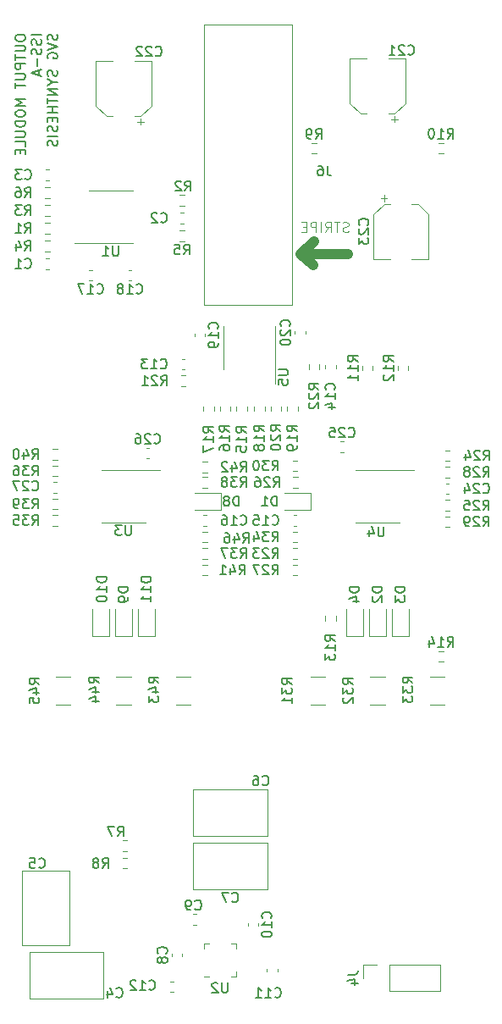
<source format=gbr>
%TF.GenerationSoftware,KiCad,Pcbnew,7.0.1*%
%TF.CreationDate,2024-09-15T16:09:11-04:00*%
%TF.ProjectId,output module,6f757470-7574-4206-9d6f-64756c652e6b,A*%
%TF.SameCoordinates,Original*%
%TF.FileFunction,Legend,Bot*%
%TF.FilePolarity,Positive*%
%FSLAX46Y46*%
G04 Gerber Fmt 4.6, Leading zero omitted, Abs format (unit mm)*
G04 Created by KiCad (PCBNEW 7.0.1) date 2024-09-15 16:09:11*
%MOMM*%
%LPD*%
G01*
G04 APERTURE LIST*
%ADD10C,0.150000*%
%ADD11C,0.100000*%
%ADD12C,0.120000*%
%ADD13C,1.000000*%
G04 APERTURE END LIST*
D10*
X73234619Y-53895571D02*
X73234619Y-54086047D01*
X73234619Y-54086047D02*
X73282238Y-54181285D01*
X73282238Y-54181285D02*
X73377476Y-54276523D01*
X73377476Y-54276523D02*
X73567952Y-54324142D01*
X73567952Y-54324142D02*
X73901285Y-54324142D01*
X73901285Y-54324142D02*
X74091761Y-54276523D01*
X74091761Y-54276523D02*
X74187000Y-54181285D01*
X74187000Y-54181285D02*
X74234619Y-54086047D01*
X74234619Y-54086047D02*
X74234619Y-53895571D01*
X74234619Y-53895571D02*
X74187000Y-53800333D01*
X74187000Y-53800333D02*
X74091761Y-53705095D01*
X74091761Y-53705095D02*
X73901285Y-53657476D01*
X73901285Y-53657476D02*
X73567952Y-53657476D01*
X73567952Y-53657476D02*
X73377476Y-53705095D01*
X73377476Y-53705095D02*
X73282238Y-53800333D01*
X73282238Y-53800333D02*
X73234619Y-53895571D01*
X73234619Y-54752714D02*
X74044142Y-54752714D01*
X74044142Y-54752714D02*
X74139380Y-54800333D01*
X74139380Y-54800333D02*
X74187000Y-54847952D01*
X74187000Y-54847952D02*
X74234619Y-54943190D01*
X74234619Y-54943190D02*
X74234619Y-55133666D01*
X74234619Y-55133666D02*
X74187000Y-55228904D01*
X74187000Y-55228904D02*
X74139380Y-55276523D01*
X74139380Y-55276523D02*
X74044142Y-55324142D01*
X74044142Y-55324142D02*
X73234619Y-55324142D01*
X73234619Y-55657476D02*
X73234619Y-56228904D01*
X74234619Y-55943190D02*
X73234619Y-55943190D01*
X74234619Y-56562238D02*
X73234619Y-56562238D01*
X73234619Y-56562238D02*
X73234619Y-56943190D01*
X73234619Y-56943190D02*
X73282238Y-57038428D01*
X73282238Y-57038428D02*
X73329857Y-57086047D01*
X73329857Y-57086047D02*
X73425095Y-57133666D01*
X73425095Y-57133666D02*
X73567952Y-57133666D01*
X73567952Y-57133666D02*
X73663190Y-57086047D01*
X73663190Y-57086047D02*
X73710809Y-57038428D01*
X73710809Y-57038428D02*
X73758428Y-56943190D01*
X73758428Y-56943190D02*
X73758428Y-56562238D01*
X73234619Y-57562238D02*
X74044142Y-57562238D01*
X74044142Y-57562238D02*
X74139380Y-57609857D01*
X74139380Y-57609857D02*
X74187000Y-57657476D01*
X74187000Y-57657476D02*
X74234619Y-57752714D01*
X74234619Y-57752714D02*
X74234619Y-57943190D01*
X74234619Y-57943190D02*
X74187000Y-58038428D01*
X74187000Y-58038428D02*
X74139380Y-58086047D01*
X74139380Y-58086047D02*
X74044142Y-58133666D01*
X74044142Y-58133666D02*
X73234619Y-58133666D01*
X73234619Y-58467000D02*
X73234619Y-59038428D01*
X74234619Y-58752714D02*
X73234619Y-58752714D01*
X74234619Y-60133667D02*
X73234619Y-60133667D01*
X73234619Y-60133667D02*
X73948904Y-60467000D01*
X73948904Y-60467000D02*
X73234619Y-60800333D01*
X73234619Y-60800333D02*
X74234619Y-60800333D01*
X73234619Y-61467000D02*
X73234619Y-61657476D01*
X73234619Y-61657476D02*
X73282238Y-61752714D01*
X73282238Y-61752714D02*
X73377476Y-61847952D01*
X73377476Y-61847952D02*
X73567952Y-61895571D01*
X73567952Y-61895571D02*
X73901285Y-61895571D01*
X73901285Y-61895571D02*
X74091761Y-61847952D01*
X74091761Y-61847952D02*
X74187000Y-61752714D01*
X74187000Y-61752714D02*
X74234619Y-61657476D01*
X74234619Y-61657476D02*
X74234619Y-61467000D01*
X74234619Y-61467000D02*
X74187000Y-61371762D01*
X74187000Y-61371762D02*
X74091761Y-61276524D01*
X74091761Y-61276524D02*
X73901285Y-61228905D01*
X73901285Y-61228905D02*
X73567952Y-61228905D01*
X73567952Y-61228905D02*
X73377476Y-61276524D01*
X73377476Y-61276524D02*
X73282238Y-61371762D01*
X73282238Y-61371762D02*
X73234619Y-61467000D01*
X74234619Y-62324143D02*
X73234619Y-62324143D01*
X73234619Y-62324143D02*
X73234619Y-62562238D01*
X73234619Y-62562238D02*
X73282238Y-62705095D01*
X73282238Y-62705095D02*
X73377476Y-62800333D01*
X73377476Y-62800333D02*
X73472714Y-62847952D01*
X73472714Y-62847952D02*
X73663190Y-62895571D01*
X73663190Y-62895571D02*
X73806047Y-62895571D01*
X73806047Y-62895571D02*
X73996523Y-62847952D01*
X73996523Y-62847952D02*
X74091761Y-62800333D01*
X74091761Y-62800333D02*
X74187000Y-62705095D01*
X74187000Y-62705095D02*
X74234619Y-62562238D01*
X74234619Y-62562238D02*
X74234619Y-62324143D01*
X73234619Y-63324143D02*
X74044142Y-63324143D01*
X74044142Y-63324143D02*
X74139380Y-63371762D01*
X74139380Y-63371762D02*
X74187000Y-63419381D01*
X74187000Y-63419381D02*
X74234619Y-63514619D01*
X74234619Y-63514619D02*
X74234619Y-63705095D01*
X74234619Y-63705095D02*
X74187000Y-63800333D01*
X74187000Y-63800333D02*
X74139380Y-63847952D01*
X74139380Y-63847952D02*
X74044142Y-63895571D01*
X74044142Y-63895571D02*
X73234619Y-63895571D01*
X74234619Y-64847952D02*
X74234619Y-64371762D01*
X74234619Y-64371762D02*
X73234619Y-64371762D01*
X73710809Y-65181286D02*
X73710809Y-65514619D01*
X74234619Y-65657476D02*
X74234619Y-65181286D01*
X74234619Y-65181286D02*
X73234619Y-65181286D01*
X73234619Y-65181286D02*
X73234619Y-65657476D01*
X75854619Y-53705095D02*
X74854619Y-53705095D01*
X75807000Y-54133666D02*
X75854619Y-54276523D01*
X75854619Y-54276523D02*
X75854619Y-54514618D01*
X75854619Y-54514618D02*
X75807000Y-54609856D01*
X75807000Y-54609856D02*
X75759380Y-54657475D01*
X75759380Y-54657475D02*
X75664142Y-54705094D01*
X75664142Y-54705094D02*
X75568904Y-54705094D01*
X75568904Y-54705094D02*
X75473666Y-54657475D01*
X75473666Y-54657475D02*
X75426047Y-54609856D01*
X75426047Y-54609856D02*
X75378428Y-54514618D01*
X75378428Y-54514618D02*
X75330809Y-54324142D01*
X75330809Y-54324142D02*
X75283190Y-54228904D01*
X75283190Y-54228904D02*
X75235571Y-54181285D01*
X75235571Y-54181285D02*
X75140333Y-54133666D01*
X75140333Y-54133666D02*
X75045095Y-54133666D01*
X75045095Y-54133666D02*
X74949857Y-54181285D01*
X74949857Y-54181285D02*
X74902238Y-54228904D01*
X74902238Y-54228904D02*
X74854619Y-54324142D01*
X74854619Y-54324142D02*
X74854619Y-54562237D01*
X74854619Y-54562237D02*
X74902238Y-54705094D01*
X75807000Y-55086047D02*
X75854619Y-55228904D01*
X75854619Y-55228904D02*
X75854619Y-55466999D01*
X75854619Y-55466999D02*
X75807000Y-55562237D01*
X75807000Y-55562237D02*
X75759380Y-55609856D01*
X75759380Y-55609856D02*
X75664142Y-55657475D01*
X75664142Y-55657475D02*
X75568904Y-55657475D01*
X75568904Y-55657475D02*
X75473666Y-55609856D01*
X75473666Y-55609856D02*
X75426047Y-55562237D01*
X75426047Y-55562237D02*
X75378428Y-55466999D01*
X75378428Y-55466999D02*
X75330809Y-55276523D01*
X75330809Y-55276523D02*
X75283190Y-55181285D01*
X75283190Y-55181285D02*
X75235571Y-55133666D01*
X75235571Y-55133666D02*
X75140333Y-55086047D01*
X75140333Y-55086047D02*
X75045095Y-55086047D01*
X75045095Y-55086047D02*
X74949857Y-55133666D01*
X74949857Y-55133666D02*
X74902238Y-55181285D01*
X74902238Y-55181285D02*
X74854619Y-55276523D01*
X74854619Y-55276523D02*
X74854619Y-55514618D01*
X74854619Y-55514618D02*
X74902238Y-55657475D01*
X75473666Y-56086047D02*
X75473666Y-56847952D01*
X75568904Y-57276523D02*
X75568904Y-57752713D01*
X75854619Y-57181285D02*
X74854619Y-57514618D01*
X74854619Y-57514618D02*
X75854619Y-57847951D01*
X77427000Y-53657476D02*
X77474619Y-53800333D01*
X77474619Y-53800333D02*
X77474619Y-54038428D01*
X77474619Y-54038428D02*
X77427000Y-54133666D01*
X77427000Y-54133666D02*
X77379380Y-54181285D01*
X77379380Y-54181285D02*
X77284142Y-54228904D01*
X77284142Y-54228904D02*
X77188904Y-54228904D01*
X77188904Y-54228904D02*
X77093666Y-54181285D01*
X77093666Y-54181285D02*
X77046047Y-54133666D01*
X77046047Y-54133666D02*
X76998428Y-54038428D01*
X76998428Y-54038428D02*
X76950809Y-53847952D01*
X76950809Y-53847952D02*
X76903190Y-53752714D01*
X76903190Y-53752714D02*
X76855571Y-53705095D01*
X76855571Y-53705095D02*
X76760333Y-53657476D01*
X76760333Y-53657476D02*
X76665095Y-53657476D01*
X76665095Y-53657476D02*
X76569857Y-53705095D01*
X76569857Y-53705095D02*
X76522238Y-53752714D01*
X76522238Y-53752714D02*
X76474619Y-53847952D01*
X76474619Y-53847952D02*
X76474619Y-54086047D01*
X76474619Y-54086047D02*
X76522238Y-54228904D01*
X76474619Y-54514619D02*
X77474619Y-54847952D01*
X77474619Y-54847952D02*
X76474619Y-55181285D01*
X76522238Y-56038428D02*
X76474619Y-55943190D01*
X76474619Y-55943190D02*
X76474619Y-55800333D01*
X76474619Y-55800333D02*
X76522238Y-55657476D01*
X76522238Y-55657476D02*
X76617476Y-55562238D01*
X76617476Y-55562238D02*
X76712714Y-55514619D01*
X76712714Y-55514619D02*
X76903190Y-55467000D01*
X76903190Y-55467000D02*
X77046047Y-55467000D01*
X77046047Y-55467000D02*
X77236523Y-55514619D01*
X77236523Y-55514619D02*
X77331761Y-55562238D01*
X77331761Y-55562238D02*
X77427000Y-55657476D01*
X77427000Y-55657476D02*
X77474619Y-55800333D01*
X77474619Y-55800333D02*
X77474619Y-55895571D01*
X77474619Y-55895571D02*
X77427000Y-56038428D01*
X77427000Y-56038428D02*
X77379380Y-56086047D01*
X77379380Y-56086047D02*
X77046047Y-56086047D01*
X77046047Y-56086047D02*
X77046047Y-55895571D01*
X77427000Y-57228905D02*
X77474619Y-57371762D01*
X77474619Y-57371762D02*
X77474619Y-57609857D01*
X77474619Y-57609857D02*
X77427000Y-57705095D01*
X77427000Y-57705095D02*
X77379380Y-57752714D01*
X77379380Y-57752714D02*
X77284142Y-57800333D01*
X77284142Y-57800333D02*
X77188904Y-57800333D01*
X77188904Y-57800333D02*
X77093666Y-57752714D01*
X77093666Y-57752714D02*
X77046047Y-57705095D01*
X77046047Y-57705095D02*
X76998428Y-57609857D01*
X76998428Y-57609857D02*
X76950809Y-57419381D01*
X76950809Y-57419381D02*
X76903190Y-57324143D01*
X76903190Y-57324143D02*
X76855571Y-57276524D01*
X76855571Y-57276524D02*
X76760333Y-57228905D01*
X76760333Y-57228905D02*
X76665095Y-57228905D01*
X76665095Y-57228905D02*
X76569857Y-57276524D01*
X76569857Y-57276524D02*
X76522238Y-57324143D01*
X76522238Y-57324143D02*
X76474619Y-57419381D01*
X76474619Y-57419381D02*
X76474619Y-57657476D01*
X76474619Y-57657476D02*
X76522238Y-57800333D01*
X76998428Y-58419381D02*
X77474619Y-58419381D01*
X76474619Y-58086048D02*
X76998428Y-58419381D01*
X76998428Y-58419381D02*
X76474619Y-58752714D01*
X77474619Y-59086048D02*
X76474619Y-59086048D01*
X76474619Y-59086048D02*
X77474619Y-59657476D01*
X77474619Y-59657476D02*
X76474619Y-59657476D01*
X76474619Y-59990810D02*
X76474619Y-60562238D01*
X77474619Y-60276524D02*
X76474619Y-60276524D01*
X77474619Y-60895572D02*
X76474619Y-60895572D01*
X76950809Y-60895572D02*
X76950809Y-61467000D01*
X77474619Y-61467000D02*
X76474619Y-61467000D01*
X76950809Y-61943191D02*
X76950809Y-62276524D01*
X77474619Y-62419381D02*
X77474619Y-61943191D01*
X77474619Y-61943191D02*
X76474619Y-61943191D01*
X76474619Y-61943191D02*
X76474619Y-62419381D01*
X77427000Y-62800334D02*
X77474619Y-62943191D01*
X77474619Y-62943191D02*
X77474619Y-63181286D01*
X77474619Y-63181286D02*
X77427000Y-63276524D01*
X77427000Y-63276524D02*
X77379380Y-63324143D01*
X77379380Y-63324143D02*
X77284142Y-63371762D01*
X77284142Y-63371762D02*
X77188904Y-63371762D01*
X77188904Y-63371762D02*
X77093666Y-63324143D01*
X77093666Y-63324143D02*
X77046047Y-63276524D01*
X77046047Y-63276524D02*
X76998428Y-63181286D01*
X76998428Y-63181286D02*
X76950809Y-62990810D01*
X76950809Y-62990810D02*
X76903190Y-62895572D01*
X76903190Y-62895572D02*
X76855571Y-62847953D01*
X76855571Y-62847953D02*
X76760333Y-62800334D01*
X76760333Y-62800334D02*
X76665095Y-62800334D01*
X76665095Y-62800334D02*
X76569857Y-62847953D01*
X76569857Y-62847953D02*
X76522238Y-62895572D01*
X76522238Y-62895572D02*
X76474619Y-62990810D01*
X76474619Y-62990810D02*
X76474619Y-63228905D01*
X76474619Y-63228905D02*
X76522238Y-63371762D01*
X77474619Y-63800334D02*
X76474619Y-63800334D01*
X77427000Y-64228905D02*
X77474619Y-64371762D01*
X77474619Y-64371762D02*
X77474619Y-64609857D01*
X77474619Y-64609857D02*
X77427000Y-64705095D01*
X77427000Y-64705095D02*
X77379380Y-64752714D01*
X77379380Y-64752714D02*
X77284142Y-64800333D01*
X77284142Y-64800333D02*
X77188904Y-64800333D01*
X77188904Y-64800333D02*
X77093666Y-64752714D01*
X77093666Y-64752714D02*
X77046047Y-64705095D01*
X77046047Y-64705095D02*
X76998428Y-64609857D01*
X76998428Y-64609857D02*
X76950809Y-64419381D01*
X76950809Y-64419381D02*
X76903190Y-64324143D01*
X76903190Y-64324143D02*
X76855571Y-64276524D01*
X76855571Y-64276524D02*
X76760333Y-64228905D01*
X76760333Y-64228905D02*
X76665095Y-64228905D01*
X76665095Y-64228905D02*
X76569857Y-64276524D01*
X76569857Y-64276524D02*
X76522238Y-64324143D01*
X76522238Y-64324143D02*
X76474619Y-64419381D01*
X76474619Y-64419381D02*
X76474619Y-64657476D01*
X76474619Y-64657476D02*
X76522238Y-64800333D01*
%TO.C,U2*%
X94487904Y-148439619D02*
X94487904Y-149249142D01*
X94487904Y-149249142D02*
X94440285Y-149344380D01*
X94440285Y-149344380D02*
X94392666Y-149392000D01*
X94392666Y-149392000D02*
X94297428Y-149439619D01*
X94297428Y-149439619D02*
X94106952Y-149439619D01*
X94106952Y-149439619D02*
X94011714Y-149392000D01*
X94011714Y-149392000D02*
X93964095Y-149344380D01*
X93964095Y-149344380D02*
X93916476Y-149249142D01*
X93916476Y-149249142D02*
X93916476Y-148439619D01*
X93487904Y-148534857D02*
X93440285Y-148487238D01*
X93440285Y-148487238D02*
X93345047Y-148439619D01*
X93345047Y-148439619D02*
X93106952Y-148439619D01*
X93106952Y-148439619D02*
X93011714Y-148487238D01*
X93011714Y-148487238D02*
X92964095Y-148534857D01*
X92964095Y-148534857D02*
X92916476Y-148630095D01*
X92916476Y-148630095D02*
X92916476Y-148725333D01*
X92916476Y-148725333D02*
X92964095Y-148868190D01*
X92964095Y-148868190D02*
X93535523Y-149439619D01*
X93535523Y-149439619D02*
X92916476Y-149439619D01*
%TO.C,C11*%
X99194857Y-149846380D02*
X99242476Y-149894000D01*
X99242476Y-149894000D02*
X99385333Y-149941619D01*
X99385333Y-149941619D02*
X99480571Y-149941619D01*
X99480571Y-149941619D02*
X99623428Y-149894000D01*
X99623428Y-149894000D02*
X99718666Y-149798761D01*
X99718666Y-149798761D02*
X99766285Y-149703523D01*
X99766285Y-149703523D02*
X99813904Y-149513047D01*
X99813904Y-149513047D02*
X99813904Y-149370190D01*
X99813904Y-149370190D02*
X99766285Y-149179714D01*
X99766285Y-149179714D02*
X99718666Y-149084476D01*
X99718666Y-149084476D02*
X99623428Y-148989238D01*
X99623428Y-148989238D02*
X99480571Y-148941619D01*
X99480571Y-148941619D02*
X99385333Y-148941619D01*
X99385333Y-148941619D02*
X99242476Y-148989238D01*
X99242476Y-148989238D02*
X99194857Y-149036857D01*
X98242476Y-149941619D02*
X98813904Y-149941619D01*
X98528190Y-149941619D02*
X98528190Y-148941619D01*
X98528190Y-148941619D02*
X98623428Y-149084476D01*
X98623428Y-149084476D02*
X98718666Y-149179714D01*
X98718666Y-149179714D02*
X98813904Y-149227333D01*
X97290095Y-149941619D02*
X97861523Y-149941619D01*
X97575809Y-149941619D02*
X97575809Y-148941619D01*
X97575809Y-148941619D02*
X97671047Y-149084476D01*
X97671047Y-149084476D02*
X97766285Y-149179714D01*
X97766285Y-149179714D02*
X97861523Y-149227333D01*
%TO.C,R27*%
X98940857Y-107650619D02*
X99274190Y-107174428D01*
X99512285Y-107650619D02*
X99512285Y-106650619D01*
X99512285Y-106650619D02*
X99131333Y-106650619D01*
X99131333Y-106650619D02*
X99036095Y-106698238D01*
X99036095Y-106698238D02*
X98988476Y-106745857D01*
X98988476Y-106745857D02*
X98940857Y-106841095D01*
X98940857Y-106841095D02*
X98940857Y-106983952D01*
X98940857Y-106983952D02*
X98988476Y-107079190D01*
X98988476Y-107079190D02*
X99036095Y-107126809D01*
X99036095Y-107126809D02*
X99131333Y-107174428D01*
X99131333Y-107174428D02*
X99512285Y-107174428D01*
X98559904Y-106745857D02*
X98512285Y-106698238D01*
X98512285Y-106698238D02*
X98417047Y-106650619D01*
X98417047Y-106650619D02*
X98178952Y-106650619D01*
X98178952Y-106650619D02*
X98083714Y-106698238D01*
X98083714Y-106698238D02*
X98036095Y-106745857D01*
X98036095Y-106745857D02*
X97988476Y-106841095D01*
X97988476Y-106841095D02*
X97988476Y-106936333D01*
X97988476Y-106936333D02*
X98036095Y-107079190D01*
X98036095Y-107079190D02*
X98607523Y-107650619D01*
X98607523Y-107650619D02*
X97988476Y-107650619D01*
X97655142Y-106650619D02*
X96988476Y-106650619D01*
X96988476Y-106650619D02*
X97417047Y-107650619D01*
%TO.C,J4*%
X106494619Y-147621666D02*
X107208904Y-147621666D01*
X107208904Y-147621666D02*
X107351761Y-147574047D01*
X107351761Y-147574047D02*
X107447000Y-147478809D01*
X107447000Y-147478809D02*
X107494619Y-147335952D01*
X107494619Y-147335952D02*
X107494619Y-147240714D01*
X106827952Y-148526428D02*
X107494619Y-148526428D01*
X106447000Y-148288333D02*
X107161285Y-148050238D01*
X107161285Y-148050238D02*
X107161285Y-148669285D01*
%TO.C,R26*%
X99093257Y-98887619D02*
X99426590Y-98411428D01*
X99664685Y-98887619D02*
X99664685Y-97887619D01*
X99664685Y-97887619D02*
X99283733Y-97887619D01*
X99283733Y-97887619D02*
X99188495Y-97935238D01*
X99188495Y-97935238D02*
X99140876Y-97982857D01*
X99140876Y-97982857D02*
X99093257Y-98078095D01*
X99093257Y-98078095D02*
X99093257Y-98220952D01*
X99093257Y-98220952D02*
X99140876Y-98316190D01*
X99140876Y-98316190D02*
X99188495Y-98363809D01*
X99188495Y-98363809D02*
X99283733Y-98411428D01*
X99283733Y-98411428D02*
X99664685Y-98411428D01*
X98712304Y-97982857D02*
X98664685Y-97935238D01*
X98664685Y-97935238D02*
X98569447Y-97887619D01*
X98569447Y-97887619D02*
X98331352Y-97887619D01*
X98331352Y-97887619D02*
X98236114Y-97935238D01*
X98236114Y-97935238D02*
X98188495Y-97982857D01*
X98188495Y-97982857D02*
X98140876Y-98078095D01*
X98140876Y-98078095D02*
X98140876Y-98173333D01*
X98140876Y-98173333D02*
X98188495Y-98316190D01*
X98188495Y-98316190D02*
X98759923Y-98887619D01*
X98759923Y-98887619D02*
X98140876Y-98887619D01*
X97283733Y-97887619D02*
X97474209Y-97887619D01*
X97474209Y-97887619D02*
X97569447Y-97935238D01*
X97569447Y-97935238D02*
X97617066Y-97982857D01*
X97617066Y-97982857D02*
X97712304Y-98125714D01*
X97712304Y-98125714D02*
X97759923Y-98316190D01*
X97759923Y-98316190D02*
X97759923Y-98697142D01*
X97759923Y-98697142D02*
X97712304Y-98792380D01*
X97712304Y-98792380D02*
X97664685Y-98840000D01*
X97664685Y-98840000D02*
X97569447Y-98887619D01*
X97569447Y-98887619D02*
X97378971Y-98887619D01*
X97378971Y-98887619D02*
X97283733Y-98840000D01*
X97283733Y-98840000D02*
X97236114Y-98792380D01*
X97236114Y-98792380D02*
X97188495Y-98697142D01*
X97188495Y-98697142D02*
X97188495Y-98459047D01*
X97188495Y-98459047D02*
X97236114Y-98363809D01*
X97236114Y-98363809D02*
X97283733Y-98316190D01*
X97283733Y-98316190D02*
X97378971Y-98268571D01*
X97378971Y-98268571D02*
X97569447Y-98268571D01*
X97569447Y-98268571D02*
X97664685Y-98316190D01*
X97664685Y-98316190D02*
X97712304Y-98363809D01*
X97712304Y-98363809D02*
X97759923Y-98459047D01*
%TO.C,R16*%
X94666619Y-93349142D02*
X94190428Y-93015809D01*
X94666619Y-92777714D02*
X93666619Y-92777714D01*
X93666619Y-92777714D02*
X93666619Y-93158666D01*
X93666619Y-93158666D02*
X93714238Y-93253904D01*
X93714238Y-93253904D02*
X93761857Y-93301523D01*
X93761857Y-93301523D02*
X93857095Y-93349142D01*
X93857095Y-93349142D02*
X93999952Y-93349142D01*
X93999952Y-93349142D02*
X94095190Y-93301523D01*
X94095190Y-93301523D02*
X94142809Y-93253904D01*
X94142809Y-93253904D02*
X94190428Y-93158666D01*
X94190428Y-93158666D02*
X94190428Y-92777714D01*
X94666619Y-94301523D02*
X94666619Y-93730095D01*
X94666619Y-94015809D02*
X93666619Y-94015809D01*
X93666619Y-94015809D02*
X93809476Y-93920571D01*
X93809476Y-93920571D02*
X93904714Y-93825333D01*
X93904714Y-93825333D02*
X93952333Y-93730095D01*
X93666619Y-95158666D02*
X93666619Y-94968190D01*
X93666619Y-94968190D02*
X93714238Y-94872952D01*
X93714238Y-94872952D02*
X93761857Y-94825333D01*
X93761857Y-94825333D02*
X93904714Y-94730095D01*
X93904714Y-94730095D02*
X94095190Y-94682476D01*
X94095190Y-94682476D02*
X94476142Y-94682476D01*
X94476142Y-94682476D02*
X94571380Y-94730095D01*
X94571380Y-94730095D02*
X94619000Y-94777714D01*
X94619000Y-94777714D02*
X94666619Y-94872952D01*
X94666619Y-94872952D02*
X94666619Y-95063428D01*
X94666619Y-95063428D02*
X94619000Y-95158666D01*
X94619000Y-95158666D02*
X94571380Y-95206285D01*
X94571380Y-95206285D02*
X94476142Y-95253904D01*
X94476142Y-95253904D02*
X94238047Y-95253904D01*
X94238047Y-95253904D02*
X94142809Y-95206285D01*
X94142809Y-95206285D02*
X94095190Y-95158666D01*
X94095190Y-95158666D02*
X94047571Y-95063428D01*
X94047571Y-95063428D02*
X94047571Y-94872952D01*
X94047571Y-94872952D02*
X94095190Y-94777714D01*
X94095190Y-94777714D02*
X94142809Y-94730095D01*
X94142809Y-94730095D02*
X94238047Y-94682476D01*
%TO.C,R19*%
X101427619Y-93337142D02*
X100951428Y-93003809D01*
X101427619Y-92765714D02*
X100427619Y-92765714D01*
X100427619Y-92765714D02*
X100427619Y-93146666D01*
X100427619Y-93146666D02*
X100475238Y-93241904D01*
X100475238Y-93241904D02*
X100522857Y-93289523D01*
X100522857Y-93289523D02*
X100618095Y-93337142D01*
X100618095Y-93337142D02*
X100760952Y-93337142D01*
X100760952Y-93337142D02*
X100856190Y-93289523D01*
X100856190Y-93289523D02*
X100903809Y-93241904D01*
X100903809Y-93241904D02*
X100951428Y-93146666D01*
X100951428Y-93146666D02*
X100951428Y-92765714D01*
X101427619Y-94289523D02*
X101427619Y-93718095D01*
X101427619Y-94003809D02*
X100427619Y-94003809D01*
X100427619Y-94003809D02*
X100570476Y-93908571D01*
X100570476Y-93908571D02*
X100665714Y-93813333D01*
X100665714Y-93813333D02*
X100713333Y-93718095D01*
X101427619Y-94765714D02*
X101427619Y-94956190D01*
X101427619Y-94956190D02*
X101380000Y-95051428D01*
X101380000Y-95051428D02*
X101332380Y-95099047D01*
X101332380Y-95099047D02*
X101189523Y-95194285D01*
X101189523Y-95194285D02*
X100999047Y-95241904D01*
X100999047Y-95241904D02*
X100618095Y-95241904D01*
X100618095Y-95241904D02*
X100522857Y-95194285D01*
X100522857Y-95194285D02*
X100475238Y-95146666D01*
X100475238Y-95146666D02*
X100427619Y-95051428D01*
X100427619Y-95051428D02*
X100427619Y-94860952D01*
X100427619Y-94860952D02*
X100475238Y-94765714D01*
X100475238Y-94765714D02*
X100522857Y-94718095D01*
X100522857Y-94718095D02*
X100618095Y-94670476D01*
X100618095Y-94670476D02*
X100856190Y-94670476D01*
X100856190Y-94670476D02*
X100951428Y-94718095D01*
X100951428Y-94718095D02*
X100999047Y-94765714D01*
X100999047Y-94765714D02*
X101046666Y-94860952D01*
X101046666Y-94860952D02*
X101046666Y-95051428D01*
X101046666Y-95051428D02*
X100999047Y-95146666D01*
X100999047Y-95146666D02*
X100951428Y-95194285D01*
X100951428Y-95194285D02*
X100856190Y-95241904D01*
%TO.C,R39*%
X74937857Y-101046619D02*
X75271190Y-100570428D01*
X75509285Y-101046619D02*
X75509285Y-100046619D01*
X75509285Y-100046619D02*
X75128333Y-100046619D01*
X75128333Y-100046619D02*
X75033095Y-100094238D01*
X75033095Y-100094238D02*
X74985476Y-100141857D01*
X74985476Y-100141857D02*
X74937857Y-100237095D01*
X74937857Y-100237095D02*
X74937857Y-100379952D01*
X74937857Y-100379952D02*
X74985476Y-100475190D01*
X74985476Y-100475190D02*
X75033095Y-100522809D01*
X75033095Y-100522809D02*
X75128333Y-100570428D01*
X75128333Y-100570428D02*
X75509285Y-100570428D01*
X74604523Y-100046619D02*
X73985476Y-100046619D01*
X73985476Y-100046619D02*
X74318809Y-100427571D01*
X74318809Y-100427571D02*
X74175952Y-100427571D01*
X74175952Y-100427571D02*
X74080714Y-100475190D01*
X74080714Y-100475190D02*
X74033095Y-100522809D01*
X74033095Y-100522809D02*
X73985476Y-100618047D01*
X73985476Y-100618047D02*
X73985476Y-100856142D01*
X73985476Y-100856142D02*
X74033095Y-100951380D01*
X74033095Y-100951380D02*
X74080714Y-100999000D01*
X74080714Y-100999000D02*
X74175952Y-101046619D01*
X74175952Y-101046619D02*
X74461666Y-101046619D01*
X74461666Y-101046619D02*
X74556904Y-100999000D01*
X74556904Y-100999000D02*
X74604523Y-100951380D01*
X73509285Y-101046619D02*
X73318809Y-101046619D01*
X73318809Y-101046619D02*
X73223571Y-100999000D01*
X73223571Y-100999000D02*
X73175952Y-100951380D01*
X73175952Y-100951380D02*
X73080714Y-100808523D01*
X73080714Y-100808523D02*
X73033095Y-100618047D01*
X73033095Y-100618047D02*
X73033095Y-100237095D01*
X73033095Y-100237095D02*
X73080714Y-100141857D01*
X73080714Y-100141857D02*
X73128333Y-100094238D01*
X73128333Y-100094238D02*
X73223571Y-100046619D01*
X73223571Y-100046619D02*
X73414047Y-100046619D01*
X73414047Y-100046619D02*
X73509285Y-100094238D01*
X73509285Y-100094238D02*
X73556904Y-100141857D01*
X73556904Y-100141857D02*
X73604523Y-100237095D01*
X73604523Y-100237095D02*
X73604523Y-100475190D01*
X73604523Y-100475190D02*
X73556904Y-100570428D01*
X73556904Y-100570428D02*
X73509285Y-100618047D01*
X73509285Y-100618047D02*
X73414047Y-100665666D01*
X73414047Y-100665666D02*
X73223571Y-100665666D01*
X73223571Y-100665666D02*
X73128333Y-100618047D01*
X73128333Y-100618047D02*
X73080714Y-100570428D01*
X73080714Y-100570428D02*
X73033095Y-100475190D01*
%TO.C,D4*%
X107650619Y-108862905D02*
X106650619Y-108862905D01*
X106650619Y-108862905D02*
X106650619Y-109101000D01*
X106650619Y-109101000D02*
X106698238Y-109243857D01*
X106698238Y-109243857D02*
X106793476Y-109339095D01*
X106793476Y-109339095D02*
X106888714Y-109386714D01*
X106888714Y-109386714D02*
X107079190Y-109434333D01*
X107079190Y-109434333D02*
X107222047Y-109434333D01*
X107222047Y-109434333D02*
X107412523Y-109386714D01*
X107412523Y-109386714D02*
X107507761Y-109339095D01*
X107507761Y-109339095D02*
X107603000Y-109243857D01*
X107603000Y-109243857D02*
X107650619Y-109101000D01*
X107650619Y-109101000D02*
X107650619Y-108862905D01*
X106983952Y-110291476D02*
X107650619Y-110291476D01*
X106603000Y-110053381D02*
X107317285Y-109815286D01*
X107317285Y-109815286D02*
X107317285Y-110434333D01*
%TO.C,J6*%
X104473333Y-66772619D02*
X104473333Y-67486904D01*
X104473333Y-67486904D02*
X104520952Y-67629761D01*
X104520952Y-67629761D02*
X104616190Y-67725000D01*
X104616190Y-67725000D02*
X104759047Y-67772619D01*
X104759047Y-67772619D02*
X104854285Y-67772619D01*
X103568571Y-66772619D02*
X103759047Y-66772619D01*
X103759047Y-66772619D02*
X103854285Y-66820238D01*
X103854285Y-66820238D02*
X103901904Y-66867857D01*
X103901904Y-66867857D02*
X103997142Y-67010714D01*
X103997142Y-67010714D02*
X104044761Y-67201190D01*
X104044761Y-67201190D02*
X104044761Y-67582142D01*
X104044761Y-67582142D02*
X103997142Y-67677380D01*
X103997142Y-67677380D02*
X103949523Y-67725000D01*
X103949523Y-67725000D02*
X103854285Y-67772619D01*
X103854285Y-67772619D02*
X103663809Y-67772619D01*
X103663809Y-67772619D02*
X103568571Y-67725000D01*
X103568571Y-67725000D02*
X103520952Y-67677380D01*
X103520952Y-67677380D02*
X103473333Y-67582142D01*
X103473333Y-67582142D02*
X103473333Y-67344047D01*
X103473333Y-67344047D02*
X103520952Y-67248809D01*
X103520952Y-67248809D02*
X103568571Y-67201190D01*
X103568571Y-67201190D02*
X103663809Y-67153571D01*
X103663809Y-67153571D02*
X103854285Y-67153571D01*
X103854285Y-67153571D02*
X103949523Y-67201190D01*
X103949523Y-67201190D02*
X103997142Y-67248809D01*
X103997142Y-67248809D02*
X104044761Y-67344047D01*
D11*
X106559523Y-73355000D02*
X106416666Y-73402619D01*
X106416666Y-73402619D02*
X106178571Y-73402619D01*
X106178571Y-73402619D02*
X106083333Y-73355000D01*
X106083333Y-73355000D02*
X106035714Y-73307380D01*
X106035714Y-73307380D02*
X105988095Y-73212142D01*
X105988095Y-73212142D02*
X105988095Y-73116904D01*
X105988095Y-73116904D02*
X106035714Y-73021666D01*
X106035714Y-73021666D02*
X106083333Y-72974047D01*
X106083333Y-72974047D02*
X106178571Y-72926428D01*
X106178571Y-72926428D02*
X106369047Y-72878809D01*
X106369047Y-72878809D02*
X106464285Y-72831190D01*
X106464285Y-72831190D02*
X106511904Y-72783571D01*
X106511904Y-72783571D02*
X106559523Y-72688333D01*
X106559523Y-72688333D02*
X106559523Y-72593095D01*
X106559523Y-72593095D02*
X106511904Y-72497857D01*
X106511904Y-72497857D02*
X106464285Y-72450238D01*
X106464285Y-72450238D02*
X106369047Y-72402619D01*
X106369047Y-72402619D02*
X106130952Y-72402619D01*
X106130952Y-72402619D02*
X105988095Y-72450238D01*
X105702380Y-72402619D02*
X105130952Y-72402619D01*
X105416666Y-73402619D02*
X105416666Y-72402619D01*
X104226190Y-73402619D02*
X104559523Y-72926428D01*
X104797618Y-73402619D02*
X104797618Y-72402619D01*
X104797618Y-72402619D02*
X104416666Y-72402619D01*
X104416666Y-72402619D02*
X104321428Y-72450238D01*
X104321428Y-72450238D02*
X104273809Y-72497857D01*
X104273809Y-72497857D02*
X104226190Y-72593095D01*
X104226190Y-72593095D02*
X104226190Y-72735952D01*
X104226190Y-72735952D02*
X104273809Y-72831190D01*
X104273809Y-72831190D02*
X104321428Y-72878809D01*
X104321428Y-72878809D02*
X104416666Y-72926428D01*
X104416666Y-72926428D02*
X104797618Y-72926428D01*
X103797618Y-73402619D02*
X103797618Y-72402619D01*
X103321428Y-73402619D02*
X103321428Y-72402619D01*
X103321428Y-72402619D02*
X102940476Y-72402619D01*
X102940476Y-72402619D02*
X102845238Y-72450238D01*
X102845238Y-72450238D02*
X102797619Y-72497857D01*
X102797619Y-72497857D02*
X102750000Y-72593095D01*
X102750000Y-72593095D02*
X102750000Y-72735952D01*
X102750000Y-72735952D02*
X102797619Y-72831190D01*
X102797619Y-72831190D02*
X102845238Y-72878809D01*
X102845238Y-72878809D02*
X102940476Y-72926428D01*
X102940476Y-72926428D02*
X103321428Y-72926428D01*
X102321428Y-72878809D02*
X101988095Y-72878809D01*
X101845238Y-73402619D02*
X102321428Y-73402619D01*
X102321428Y-73402619D02*
X102321428Y-72402619D01*
X102321428Y-72402619D02*
X101845238Y-72402619D01*
D10*
%TO.C,R46*%
X96019857Y-104475619D02*
X96353190Y-103999428D01*
X96591285Y-104475619D02*
X96591285Y-103475619D01*
X96591285Y-103475619D02*
X96210333Y-103475619D01*
X96210333Y-103475619D02*
X96115095Y-103523238D01*
X96115095Y-103523238D02*
X96067476Y-103570857D01*
X96067476Y-103570857D02*
X96019857Y-103666095D01*
X96019857Y-103666095D02*
X96019857Y-103808952D01*
X96019857Y-103808952D02*
X96067476Y-103904190D01*
X96067476Y-103904190D02*
X96115095Y-103951809D01*
X96115095Y-103951809D02*
X96210333Y-103999428D01*
X96210333Y-103999428D02*
X96591285Y-103999428D01*
X95162714Y-103808952D02*
X95162714Y-104475619D01*
X95400809Y-103428000D02*
X95638904Y-104142285D01*
X95638904Y-104142285D02*
X95019857Y-104142285D01*
X94210333Y-103475619D02*
X94400809Y-103475619D01*
X94400809Y-103475619D02*
X94496047Y-103523238D01*
X94496047Y-103523238D02*
X94543666Y-103570857D01*
X94543666Y-103570857D02*
X94638904Y-103713714D01*
X94638904Y-103713714D02*
X94686523Y-103904190D01*
X94686523Y-103904190D02*
X94686523Y-104285142D01*
X94686523Y-104285142D02*
X94638904Y-104380380D01*
X94638904Y-104380380D02*
X94591285Y-104428000D01*
X94591285Y-104428000D02*
X94496047Y-104475619D01*
X94496047Y-104475619D02*
X94305571Y-104475619D01*
X94305571Y-104475619D02*
X94210333Y-104428000D01*
X94210333Y-104428000D02*
X94162714Y-104380380D01*
X94162714Y-104380380D02*
X94115095Y-104285142D01*
X94115095Y-104285142D02*
X94115095Y-104047047D01*
X94115095Y-104047047D02*
X94162714Y-103951809D01*
X94162714Y-103951809D02*
X94210333Y-103904190D01*
X94210333Y-103904190D02*
X94305571Y-103856571D01*
X94305571Y-103856571D02*
X94496047Y-103856571D01*
X94496047Y-103856571D02*
X94591285Y-103904190D01*
X94591285Y-103904190D02*
X94638904Y-103951809D01*
X94638904Y-103951809D02*
X94686523Y-104047047D01*
%TO.C,U5*%
X99538619Y-87122095D02*
X100348142Y-87122095D01*
X100348142Y-87122095D02*
X100443380Y-87169714D01*
X100443380Y-87169714D02*
X100491000Y-87217333D01*
X100491000Y-87217333D02*
X100538619Y-87312571D01*
X100538619Y-87312571D02*
X100538619Y-87503047D01*
X100538619Y-87503047D02*
X100491000Y-87598285D01*
X100491000Y-87598285D02*
X100443380Y-87645904D01*
X100443380Y-87645904D02*
X100348142Y-87693523D01*
X100348142Y-87693523D02*
X99538619Y-87693523D01*
X99538619Y-88645904D02*
X99538619Y-88169714D01*
X99538619Y-88169714D02*
X100014809Y-88122095D01*
X100014809Y-88122095D02*
X99967190Y-88169714D01*
X99967190Y-88169714D02*
X99919571Y-88264952D01*
X99919571Y-88264952D02*
X99919571Y-88503047D01*
X99919571Y-88503047D02*
X99967190Y-88598285D01*
X99967190Y-88598285D02*
X100014809Y-88645904D01*
X100014809Y-88645904D02*
X100110047Y-88693523D01*
X100110047Y-88693523D02*
X100348142Y-88693523D01*
X100348142Y-88693523D02*
X100443380Y-88645904D01*
X100443380Y-88645904D02*
X100491000Y-88598285D01*
X100491000Y-88598285D02*
X100538619Y-88503047D01*
X100538619Y-88503047D02*
X100538619Y-88264952D01*
X100538619Y-88264952D02*
X100491000Y-88169714D01*
X100491000Y-88169714D02*
X100443380Y-88122095D01*
%TO.C,R33*%
X112984619Y-118483142D02*
X112508428Y-118149809D01*
X112984619Y-117911714D02*
X111984619Y-117911714D01*
X111984619Y-117911714D02*
X111984619Y-118292666D01*
X111984619Y-118292666D02*
X112032238Y-118387904D01*
X112032238Y-118387904D02*
X112079857Y-118435523D01*
X112079857Y-118435523D02*
X112175095Y-118483142D01*
X112175095Y-118483142D02*
X112317952Y-118483142D01*
X112317952Y-118483142D02*
X112413190Y-118435523D01*
X112413190Y-118435523D02*
X112460809Y-118387904D01*
X112460809Y-118387904D02*
X112508428Y-118292666D01*
X112508428Y-118292666D02*
X112508428Y-117911714D01*
X111984619Y-118816476D02*
X111984619Y-119435523D01*
X111984619Y-119435523D02*
X112365571Y-119102190D01*
X112365571Y-119102190D02*
X112365571Y-119245047D01*
X112365571Y-119245047D02*
X112413190Y-119340285D01*
X112413190Y-119340285D02*
X112460809Y-119387904D01*
X112460809Y-119387904D02*
X112556047Y-119435523D01*
X112556047Y-119435523D02*
X112794142Y-119435523D01*
X112794142Y-119435523D02*
X112889380Y-119387904D01*
X112889380Y-119387904D02*
X112937000Y-119340285D01*
X112937000Y-119340285D02*
X112984619Y-119245047D01*
X112984619Y-119245047D02*
X112984619Y-118959333D01*
X112984619Y-118959333D02*
X112937000Y-118864095D01*
X112937000Y-118864095D02*
X112889380Y-118816476D01*
X111984619Y-119768857D02*
X111984619Y-120387904D01*
X111984619Y-120387904D02*
X112365571Y-120054571D01*
X112365571Y-120054571D02*
X112365571Y-120197428D01*
X112365571Y-120197428D02*
X112413190Y-120292666D01*
X112413190Y-120292666D02*
X112460809Y-120340285D01*
X112460809Y-120340285D02*
X112556047Y-120387904D01*
X112556047Y-120387904D02*
X112794142Y-120387904D01*
X112794142Y-120387904D02*
X112889380Y-120340285D01*
X112889380Y-120340285D02*
X112937000Y-120292666D01*
X112937000Y-120292666D02*
X112984619Y-120197428D01*
X112984619Y-120197428D02*
X112984619Y-119911714D01*
X112984619Y-119911714D02*
X112937000Y-119816476D01*
X112937000Y-119816476D02*
X112889380Y-119768857D01*
%TO.C,R11*%
X107490619Y-86352142D02*
X107014428Y-86018809D01*
X107490619Y-85780714D02*
X106490619Y-85780714D01*
X106490619Y-85780714D02*
X106490619Y-86161666D01*
X106490619Y-86161666D02*
X106538238Y-86256904D01*
X106538238Y-86256904D02*
X106585857Y-86304523D01*
X106585857Y-86304523D02*
X106681095Y-86352142D01*
X106681095Y-86352142D02*
X106823952Y-86352142D01*
X106823952Y-86352142D02*
X106919190Y-86304523D01*
X106919190Y-86304523D02*
X106966809Y-86256904D01*
X106966809Y-86256904D02*
X107014428Y-86161666D01*
X107014428Y-86161666D02*
X107014428Y-85780714D01*
X107490619Y-87304523D02*
X107490619Y-86733095D01*
X107490619Y-87018809D02*
X106490619Y-87018809D01*
X106490619Y-87018809D02*
X106633476Y-86923571D01*
X106633476Y-86923571D02*
X106728714Y-86828333D01*
X106728714Y-86828333D02*
X106776333Y-86733095D01*
X107490619Y-88256904D02*
X107490619Y-87685476D01*
X107490619Y-87971190D02*
X106490619Y-87971190D01*
X106490619Y-87971190D02*
X106633476Y-87875952D01*
X106633476Y-87875952D02*
X106728714Y-87780714D01*
X106728714Y-87780714D02*
X106776333Y-87685476D01*
%TO.C,C2*%
X87796666Y-72376380D02*
X87844285Y-72424000D01*
X87844285Y-72424000D02*
X87987142Y-72471619D01*
X87987142Y-72471619D02*
X88082380Y-72471619D01*
X88082380Y-72471619D02*
X88225237Y-72424000D01*
X88225237Y-72424000D02*
X88320475Y-72328761D01*
X88320475Y-72328761D02*
X88368094Y-72233523D01*
X88368094Y-72233523D02*
X88415713Y-72043047D01*
X88415713Y-72043047D02*
X88415713Y-71900190D01*
X88415713Y-71900190D02*
X88368094Y-71709714D01*
X88368094Y-71709714D02*
X88320475Y-71614476D01*
X88320475Y-71614476D02*
X88225237Y-71519238D01*
X88225237Y-71519238D02*
X88082380Y-71471619D01*
X88082380Y-71471619D02*
X87987142Y-71471619D01*
X87987142Y-71471619D02*
X87844285Y-71519238D01*
X87844285Y-71519238D02*
X87796666Y-71566857D01*
X87415713Y-71566857D02*
X87368094Y-71519238D01*
X87368094Y-71519238D02*
X87272856Y-71471619D01*
X87272856Y-71471619D02*
X87034761Y-71471619D01*
X87034761Y-71471619D02*
X86939523Y-71519238D01*
X86939523Y-71519238D02*
X86891904Y-71566857D01*
X86891904Y-71566857D02*
X86844285Y-71662095D01*
X86844285Y-71662095D02*
X86844285Y-71757333D01*
X86844285Y-71757333D02*
X86891904Y-71900190D01*
X86891904Y-71900190D02*
X87463332Y-72471619D01*
X87463332Y-72471619D02*
X86844285Y-72471619D01*
%TO.C,R31*%
X100919619Y-118610142D02*
X100443428Y-118276809D01*
X100919619Y-118038714D02*
X99919619Y-118038714D01*
X99919619Y-118038714D02*
X99919619Y-118419666D01*
X99919619Y-118419666D02*
X99967238Y-118514904D01*
X99967238Y-118514904D02*
X100014857Y-118562523D01*
X100014857Y-118562523D02*
X100110095Y-118610142D01*
X100110095Y-118610142D02*
X100252952Y-118610142D01*
X100252952Y-118610142D02*
X100348190Y-118562523D01*
X100348190Y-118562523D02*
X100395809Y-118514904D01*
X100395809Y-118514904D02*
X100443428Y-118419666D01*
X100443428Y-118419666D02*
X100443428Y-118038714D01*
X99919619Y-118943476D02*
X99919619Y-119562523D01*
X99919619Y-119562523D02*
X100300571Y-119229190D01*
X100300571Y-119229190D02*
X100300571Y-119372047D01*
X100300571Y-119372047D02*
X100348190Y-119467285D01*
X100348190Y-119467285D02*
X100395809Y-119514904D01*
X100395809Y-119514904D02*
X100491047Y-119562523D01*
X100491047Y-119562523D02*
X100729142Y-119562523D01*
X100729142Y-119562523D02*
X100824380Y-119514904D01*
X100824380Y-119514904D02*
X100872000Y-119467285D01*
X100872000Y-119467285D02*
X100919619Y-119372047D01*
X100919619Y-119372047D02*
X100919619Y-119086333D01*
X100919619Y-119086333D02*
X100872000Y-118991095D01*
X100872000Y-118991095D02*
X100824380Y-118943476D01*
X100919619Y-120514904D02*
X100919619Y-119943476D01*
X100919619Y-120229190D02*
X99919619Y-120229190D01*
X99919619Y-120229190D02*
X100062476Y-120133952D01*
X100062476Y-120133952D02*
X100157714Y-120038714D01*
X100157714Y-120038714D02*
X100205333Y-119943476D01*
%TO.C,C23*%
X108478180Y-72686942D02*
X108525800Y-72639323D01*
X108525800Y-72639323D02*
X108573419Y-72496466D01*
X108573419Y-72496466D02*
X108573419Y-72401228D01*
X108573419Y-72401228D02*
X108525800Y-72258371D01*
X108525800Y-72258371D02*
X108430561Y-72163133D01*
X108430561Y-72163133D02*
X108335323Y-72115514D01*
X108335323Y-72115514D02*
X108144847Y-72067895D01*
X108144847Y-72067895D02*
X108001990Y-72067895D01*
X108001990Y-72067895D02*
X107811514Y-72115514D01*
X107811514Y-72115514D02*
X107716276Y-72163133D01*
X107716276Y-72163133D02*
X107621038Y-72258371D01*
X107621038Y-72258371D02*
X107573419Y-72401228D01*
X107573419Y-72401228D02*
X107573419Y-72496466D01*
X107573419Y-72496466D02*
X107621038Y-72639323D01*
X107621038Y-72639323D02*
X107668657Y-72686942D01*
X107668657Y-73067895D02*
X107621038Y-73115514D01*
X107621038Y-73115514D02*
X107573419Y-73210752D01*
X107573419Y-73210752D02*
X107573419Y-73448847D01*
X107573419Y-73448847D02*
X107621038Y-73544085D01*
X107621038Y-73544085D02*
X107668657Y-73591704D01*
X107668657Y-73591704D02*
X107763895Y-73639323D01*
X107763895Y-73639323D02*
X107859133Y-73639323D01*
X107859133Y-73639323D02*
X108001990Y-73591704D01*
X108001990Y-73591704D02*
X108573419Y-73020276D01*
X108573419Y-73020276D02*
X108573419Y-73639323D01*
X107573419Y-73972657D02*
X107573419Y-74591704D01*
X107573419Y-74591704D02*
X107954371Y-74258371D01*
X107954371Y-74258371D02*
X107954371Y-74401228D01*
X107954371Y-74401228D02*
X108001990Y-74496466D01*
X108001990Y-74496466D02*
X108049609Y-74544085D01*
X108049609Y-74544085D02*
X108144847Y-74591704D01*
X108144847Y-74591704D02*
X108382942Y-74591704D01*
X108382942Y-74591704D02*
X108478180Y-74544085D01*
X108478180Y-74544085D02*
X108525800Y-74496466D01*
X108525800Y-74496466D02*
X108573419Y-74401228D01*
X108573419Y-74401228D02*
X108573419Y-74115514D01*
X108573419Y-74115514D02*
X108525800Y-74020276D01*
X108525800Y-74020276D02*
X108478180Y-73972657D01*
%TO.C,R14*%
X116466857Y-114856619D02*
X116800190Y-114380428D01*
X117038285Y-114856619D02*
X117038285Y-113856619D01*
X117038285Y-113856619D02*
X116657333Y-113856619D01*
X116657333Y-113856619D02*
X116562095Y-113904238D01*
X116562095Y-113904238D02*
X116514476Y-113951857D01*
X116514476Y-113951857D02*
X116466857Y-114047095D01*
X116466857Y-114047095D02*
X116466857Y-114189952D01*
X116466857Y-114189952D02*
X116514476Y-114285190D01*
X116514476Y-114285190D02*
X116562095Y-114332809D01*
X116562095Y-114332809D02*
X116657333Y-114380428D01*
X116657333Y-114380428D02*
X117038285Y-114380428D01*
X115514476Y-114856619D02*
X116085904Y-114856619D01*
X115800190Y-114856619D02*
X115800190Y-113856619D01*
X115800190Y-113856619D02*
X115895428Y-113999476D01*
X115895428Y-113999476D02*
X115990666Y-114094714D01*
X115990666Y-114094714D02*
X116085904Y-114142333D01*
X114657333Y-114189952D02*
X114657333Y-114856619D01*
X114895428Y-113809000D02*
X115133523Y-114523285D01*
X115133523Y-114523285D02*
X114514476Y-114523285D01*
%TO.C,D9*%
X84536619Y-108862905D02*
X83536619Y-108862905D01*
X83536619Y-108862905D02*
X83536619Y-109101000D01*
X83536619Y-109101000D02*
X83584238Y-109243857D01*
X83584238Y-109243857D02*
X83679476Y-109339095D01*
X83679476Y-109339095D02*
X83774714Y-109386714D01*
X83774714Y-109386714D02*
X83965190Y-109434333D01*
X83965190Y-109434333D02*
X84108047Y-109434333D01*
X84108047Y-109434333D02*
X84298523Y-109386714D01*
X84298523Y-109386714D02*
X84393761Y-109339095D01*
X84393761Y-109339095D02*
X84489000Y-109243857D01*
X84489000Y-109243857D02*
X84536619Y-109101000D01*
X84536619Y-109101000D02*
X84536619Y-108862905D01*
X84536619Y-109910524D02*
X84536619Y-110101000D01*
X84536619Y-110101000D02*
X84489000Y-110196238D01*
X84489000Y-110196238D02*
X84441380Y-110243857D01*
X84441380Y-110243857D02*
X84298523Y-110339095D01*
X84298523Y-110339095D02*
X84108047Y-110386714D01*
X84108047Y-110386714D02*
X83727095Y-110386714D01*
X83727095Y-110386714D02*
X83631857Y-110339095D01*
X83631857Y-110339095D02*
X83584238Y-110291476D01*
X83584238Y-110291476D02*
X83536619Y-110196238D01*
X83536619Y-110196238D02*
X83536619Y-110005762D01*
X83536619Y-110005762D02*
X83584238Y-109910524D01*
X83584238Y-109910524D02*
X83631857Y-109862905D01*
X83631857Y-109862905D02*
X83727095Y-109815286D01*
X83727095Y-109815286D02*
X83965190Y-109815286D01*
X83965190Y-109815286D02*
X84060428Y-109862905D01*
X84060428Y-109862905D02*
X84108047Y-109910524D01*
X84108047Y-109910524D02*
X84155666Y-110005762D01*
X84155666Y-110005762D02*
X84155666Y-110196238D01*
X84155666Y-110196238D02*
X84108047Y-110291476D01*
X84108047Y-110291476D02*
X84060428Y-110339095D01*
X84060428Y-110339095D02*
X83965190Y-110386714D01*
%TO.C,R8*%
X81954666Y-136987619D02*
X82287999Y-136511428D01*
X82526094Y-136987619D02*
X82526094Y-135987619D01*
X82526094Y-135987619D02*
X82145142Y-135987619D01*
X82145142Y-135987619D02*
X82049904Y-136035238D01*
X82049904Y-136035238D02*
X82002285Y-136082857D01*
X82002285Y-136082857D02*
X81954666Y-136178095D01*
X81954666Y-136178095D02*
X81954666Y-136320952D01*
X81954666Y-136320952D02*
X82002285Y-136416190D01*
X82002285Y-136416190D02*
X82049904Y-136463809D01*
X82049904Y-136463809D02*
X82145142Y-136511428D01*
X82145142Y-136511428D02*
X82526094Y-136511428D01*
X81383237Y-136416190D02*
X81478475Y-136368571D01*
X81478475Y-136368571D02*
X81526094Y-136320952D01*
X81526094Y-136320952D02*
X81573713Y-136225714D01*
X81573713Y-136225714D02*
X81573713Y-136178095D01*
X81573713Y-136178095D02*
X81526094Y-136082857D01*
X81526094Y-136082857D02*
X81478475Y-136035238D01*
X81478475Y-136035238D02*
X81383237Y-135987619D01*
X81383237Y-135987619D02*
X81192761Y-135987619D01*
X81192761Y-135987619D02*
X81097523Y-136035238D01*
X81097523Y-136035238D02*
X81049904Y-136082857D01*
X81049904Y-136082857D02*
X81002285Y-136178095D01*
X81002285Y-136178095D02*
X81002285Y-136225714D01*
X81002285Y-136225714D02*
X81049904Y-136320952D01*
X81049904Y-136320952D02*
X81097523Y-136368571D01*
X81097523Y-136368571D02*
X81192761Y-136416190D01*
X81192761Y-136416190D02*
X81383237Y-136416190D01*
X81383237Y-136416190D02*
X81478475Y-136463809D01*
X81478475Y-136463809D02*
X81526094Y-136511428D01*
X81526094Y-136511428D02*
X81573713Y-136606666D01*
X81573713Y-136606666D02*
X81573713Y-136797142D01*
X81573713Y-136797142D02*
X81526094Y-136892380D01*
X81526094Y-136892380D02*
X81478475Y-136940000D01*
X81478475Y-136940000D02*
X81383237Y-136987619D01*
X81383237Y-136987619D02*
X81192761Y-136987619D01*
X81192761Y-136987619D02*
X81097523Y-136940000D01*
X81097523Y-136940000D02*
X81049904Y-136892380D01*
X81049904Y-136892380D02*
X81002285Y-136797142D01*
X81002285Y-136797142D02*
X81002285Y-136606666D01*
X81002285Y-136606666D02*
X81049904Y-136511428D01*
X81049904Y-136511428D02*
X81097523Y-136463809D01*
X81097523Y-136463809D02*
X81192761Y-136416190D01*
%TO.C,R22*%
X103586619Y-89146142D02*
X103110428Y-88812809D01*
X103586619Y-88574714D02*
X102586619Y-88574714D01*
X102586619Y-88574714D02*
X102586619Y-88955666D01*
X102586619Y-88955666D02*
X102634238Y-89050904D01*
X102634238Y-89050904D02*
X102681857Y-89098523D01*
X102681857Y-89098523D02*
X102777095Y-89146142D01*
X102777095Y-89146142D02*
X102919952Y-89146142D01*
X102919952Y-89146142D02*
X103015190Y-89098523D01*
X103015190Y-89098523D02*
X103062809Y-89050904D01*
X103062809Y-89050904D02*
X103110428Y-88955666D01*
X103110428Y-88955666D02*
X103110428Y-88574714D01*
X102681857Y-89527095D02*
X102634238Y-89574714D01*
X102634238Y-89574714D02*
X102586619Y-89669952D01*
X102586619Y-89669952D02*
X102586619Y-89908047D01*
X102586619Y-89908047D02*
X102634238Y-90003285D01*
X102634238Y-90003285D02*
X102681857Y-90050904D01*
X102681857Y-90050904D02*
X102777095Y-90098523D01*
X102777095Y-90098523D02*
X102872333Y-90098523D01*
X102872333Y-90098523D02*
X103015190Y-90050904D01*
X103015190Y-90050904D02*
X103586619Y-89479476D01*
X103586619Y-89479476D02*
X103586619Y-90098523D01*
X102681857Y-90479476D02*
X102634238Y-90527095D01*
X102634238Y-90527095D02*
X102586619Y-90622333D01*
X102586619Y-90622333D02*
X102586619Y-90860428D01*
X102586619Y-90860428D02*
X102634238Y-90955666D01*
X102634238Y-90955666D02*
X102681857Y-91003285D01*
X102681857Y-91003285D02*
X102777095Y-91050904D01*
X102777095Y-91050904D02*
X102872333Y-91050904D01*
X102872333Y-91050904D02*
X103015190Y-91003285D01*
X103015190Y-91003285D02*
X103586619Y-90431857D01*
X103586619Y-90431857D02*
X103586619Y-91050904D01*
%TO.C,R7*%
X83478666Y-133812619D02*
X83811999Y-133336428D01*
X84050094Y-133812619D02*
X84050094Y-132812619D01*
X84050094Y-132812619D02*
X83669142Y-132812619D01*
X83669142Y-132812619D02*
X83573904Y-132860238D01*
X83573904Y-132860238D02*
X83526285Y-132907857D01*
X83526285Y-132907857D02*
X83478666Y-133003095D01*
X83478666Y-133003095D02*
X83478666Y-133145952D01*
X83478666Y-133145952D02*
X83526285Y-133241190D01*
X83526285Y-133241190D02*
X83573904Y-133288809D01*
X83573904Y-133288809D02*
X83669142Y-133336428D01*
X83669142Y-133336428D02*
X84050094Y-133336428D01*
X83145332Y-132812619D02*
X82478666Y-132812619D01*
X82478666Y-132812619D02*
X82907237Y-133812619D01*
%TO.C,R35*%
X74937857Y-102697619D02*
X75271190Y-102221428D01*
X75509285Y-102697619D02*
X75509285Y-101697619D01*
X75509285Y-101697619D02*
X75128333Y-101697619D01*
X75128333Y-101697619D02*
X75033095Y-101745238D01*
X75033095Y-101745238D02*
X74985476Y-101792857D01*
X74985476Y-101792857D02*
X74937857Y-101888095D01*
X74937857Y-101888095D02*
X74937857Y-102030952D01*
X74937857Y-102030952D02*
X74985476Y-102126190D01*
X74985476Y-102126190D02*
X75033095Y-102173809D01*
X75033095Y-102173809D02*
X75128333Y-102221428D01*
X75128333Y-102221428D02*
X75509285Y-102221428D01*
X74604523Y-101697619D02*
X73985476Y-101697619D01*
X73985476Y-101697619D02*
X74318809Y-102078571D01*
X74318809Y-102078571D02*
X74175952Y-102078571D01*
X74175952Y-102078571D02*
X74080714Y-102126190D01*
X74080714Y-102126190D02*
X74033095Y-102173809D01*
X74033095Y-102173809D02*
X73985476Y-102269047D01*
X73985476Y-102269047D02*
X73985476Y-102507142D01*
X73985476Y-102507142D02*
X74033095Y-102602380D01*
X74033095Y-102602380D02*
X74080714Y-102650000D01*
X74080714Y-102650000D02*
X74175952Y-102697619D01*
X74175952Y-102697619D02*
X74461666Y-102697619D01*
X74461666Y-102697619D02*
X74556904Y-102650000D01*
X74556904Y-102650000D02*
X74604523Y-102602380D01*
X73080714Y-101697619D02*
X73556904Y-101697619D01*
X73556904Y-101697619D02*
X73604523Y-102173809D01*
X73604523Y-102173809D02*
X73556904Y-102126190D01*
X73556904Y-102126190D02*
X73461666Y-102078571D01*
X73461666Y-102078571D02*
X73223571Y-102078571D01*
X73223571Y-102078571D02*
X73128333Y-102126190D01*
X73128333Y-102126190D02*
X73080714Y-102173809D01*
X73080714Y-102173809D02*
X73033095Y-102269047D01*
X73033095Y-102269047D02*
X73033095Y-102507142D01*
X73033095Y-102507142D02*
X73080714Y-102602380D01*
X73080714Y-102602380D02*
X73128333Y-102650000D01*
X73128333Y-102650000D02*
X73223571Y-102697619D01*
X73223571Y-102697619D02*
X73461666Y-102697619D01*
X73461666Y-102697619D02*
X73556904Y-102650000D01*
X73556904Y-102650000D02*
X73604523Y-102602380D01*
%TO.C,R40*%
X74937857Y-96093619D02*
X75271190Y-95617428D01*
X75509285Y-96093619D02*
X75509285Y-95093619D01*
X75509285Y-95093619D02*
X75128333Y-95093619D01*
X75128333Y-95093619D02*
X75033095Y-95141238D01*
X75033095Y-95141238D02*
X74985476Y-95188857D01*
X74985476Y-95188857D02*
X74937857Y-95284095D01*
X74937857Y-95284095D02*
X74937857Y-95426952D01*
X74937857Y-95426952D02*
X74985476Y-95522190D01*
X74985476Y-95522190D02*
X75033095Y-95569809D01*
X75033095Y-95569809D02*
X75128333Y-95617428D01*
X75128333Y-95617428D02*
X75509285Y-95617428D01*
X74080714Y-95426952D02*
X74080714Y-96093619D01*
X74318809Y-95046000D02*
X74556904Y-95760285D01*
X74556904Y-95760285D02*
X73937857Y-95760285D01*
X73366428Y-95093619D02*
X73271190Y-95093619D01*
X73271190Y-95093619D02*
X73175952Y-95141238D01*
X73175952Y-95141238D02*
X73128333Y-95188857D01*
X73128333Y-95188857D02*
X73080714Y-95284095D01*
X73080714Y-95284095D02*
X73033095Y-95474571D01*
X73033095Y-95474571D02*
X73033095Y-95712666D01*
X73033095Y-95712666D02*
X73080714Y-95903142D01*
X73080714Y-95903142D02*
X73128333Y-95998380D01*
X73128333Y-95998380D02*
X73175952Y-96046000D01*
X73175952Y-96046000D02*
X73271190Y-96093619D01*
X73271190Y-96093619D02*
X73366428Y-96093619D01*
X73366428Y-96093619D02*
X73461666Y-96046000D01*
X73461666Y-96046000D02*
X73509285Y-95998380D01*
X73509285Y-95998380D02*
X73556904Y-95903142D01*
X73556904Y-95903142D02*
X73604523Y-95712666D01*
X73604523Y-95712666D02*
X73604523Y-95474571D01*
X73604523Y-95474571D02*
X73556904Y-95284095D01*
X73556904Y-95284095D02*
X73509285Y-95188857D01*
X73509285Y-95188857D02*
X73461666Y-95141238D01*
X73461666Y-95141238D02*
X73366428Y-95093619D01*
%TO.C,C14*%
X105142380Y-89146142D02*
X105190000Y-89098523D01*
X105190000Y-89098523D02*
X105237619Y-88955666D01*
X105237619Y-88955666D02*
X105237619Y-88860428D01*
X105237619Y-88860428D02*
X105190000Y-88717571D01*
X105190000Y-88717571D02*
X105094761Y-88622333D01*
X105094761Y-88622333D02*
X104999523Y-88574714D01*
X104999523Y-88574714D02*
X104809047Y-88527095D01*
X104809047Y-88527095D02*
X104666190Y-88527095D01*
X104666190Y-88527095D02*
X104475714Y-88574714D01*
X104475714Y-88574714D02*
X104380476Y-88622333D01*
X104380476Y-88622333D02*
X104285238Y-88717571D01*
X104285238Y-88717571D02*
X104237619Y-88860428D01*
X104237619Y-88860428D02*
X104237619Y-88955666D01*
X104237619Y-88955666D02*
X104285238Y-89098523D01*
X104285238Y-89098523D02*
X104332857Y-89146142D01*
X105237619Y-90098523D02*
X105237619Y-89527095D01*
X105237619Y-89812809D02*
X104237619Y-89812809D01*
X104237619Y-89812809D02*
X104380476Y-89717571D01*
X104380476Y-89717571D02*
X104475714Y-89622333D01*
X104475714Y-89622333D02*
X104523333Y-89527095D01*
X104570952Y-90955666D02*
X105237619Y-90955666D01*
X104190000Y-90717571D02*
X104904285Y-90479476D01*
X104904285Y-90479476D02*
X104904285Y-91098523D01*
%TO.C,R20*%
X99769619Y-93283142D02*
X99293428Y-92949809D01*
X99769619Y-92711714D02*
X98769619Y-92711714D01*
X98769619Y-92711714D02*
X98769619Y-93092666D01*
X98769619Y-93092666D02*
X98817238Y-93187904D01*
X98817238Y-93187904D02*
X98864857Y-93235523D01*
X98864857Y-93235523D02*
X98960095Y-93283142D01*
X98960095Y-93283142D02*
X99102952Y-93283142D01*
X99102952Y-93283142D02*
X99198190Y-93235523D01*
X99198190Y-93235523D02*
X99245809Y-93187904D01*
X99245809Y-93187904D02*
X99293428Y-93092666D01*
X99293428Y-93092666D02*
X99293428Y-92711714D01*
X98864857Y-93664095D02*
X98817238Y-93711714D01*
X98817238Y-93711714D02*
X98769619Y-93806952D01*
X98769619Y-93806952D02*
X98769619Y-94045047D01*
X98769619Y-94045047D02*
X98817238Y-94140285D01*
X98817238Y-94140285D02*
X98864857Y-94187904D01*
X98864857Y-94187904D02*
X98960095Y-94235523D01*
X98960095Y-94235523D02*
X99055333Y-94235523D01*
X99055333Y-94235523D02*
X99198190Y-94187904D01*
X99198190Y-94187904D02*
X99769619Y-93616476D01*
X99769619Y-93616476D02*
X99769619Y-94235523D01*
X98769619Y-94854571D02*
X98769619Y-94949809D01*
X98769619Y-94949809D02*
X98817238Y-95045047D01*
X98817238Y-95045047D02*
X98864857Y-95092666D01*
X98864857Y-95092666D02*
X98960095Y-95140285D01*
X98960095Y-95140285D02*
X99150571Y-95187904D01*
X99150571Y-95187904D02*
X99388666Y-95187904D01*
X99388666Y-95187904D02*
X99579142Y-95140285D01*
X99579142Y-95140285D02*
X99674380Y-95092666D01*
X99674380Y-95092666D02*
X99722000Y-95045047D01*
X99722000Y-95045047D02*
X99769619Y-94949809D01*
X99769619Y-94949809D02*
X99769619Y-94854571D01*
X99769619Y-94854571D02*
X99722000Y-94759333D01*
X99722000Y-94759333D02*
X99674380Y-94711714D01*
X99674380Y-94711714D02*
X99579142Y-94664095D01*
X99579142Y-94664095D02*
X99388666Y-94616476D01*
X99388666Y-94616476D02*
X99150571Y-94616476D01*
X99150571Y-94616476D02*
X98960095Y-94664095D01*
X98960095Y-94664095D02*
X98864857Y-94711714D01*
X98864857Y-94711714D02*
X98817238Y-94759333D01*
X98817238Y-94759333D02*
X98769619Y-94854571D01*
%TO.C,C10*%
X98792380Y-141978142D02*
X98840000Y-141930523D01*
X98840000Y-141930523D02*
X98887619Y-141787666D01*
X98887619Y-141787666D02*
X98887619Y-141692428D01*
X98887619Y-141692428D02*
X98840000Y-141549571D01*
X98840000Y-141549571D02*
X98744761Y-141454333D01*
X98744761Y-141454333D02*
X98649523Y-141406714D01*
X98649523Y-141406714D02*
X98459047Y-141359095D01*
X98459047Y-141359095D02*
X98316190Y-141359095D01*
X98316190Y-141359095D02*
X98125714Y-141406714D01*
X98125714Y-141406714D02*
X98030476Y-141454333D01*
X98030476Y-141454333D02*
X97935238Y-141549571D01*
X97935238Y-141549571D02*
X97887619Y-141692428D01*
X97887619Y-141692428D02*
X97887619Y-141787666D01*
X97887619Y-141787666D02*
X97935238Y-141930523D01*
X97935238Y-141930523D02*
X97982857Y-141978142D01*
X98887619Y-142930523D02*
X98887619Y-142359095D01*
X98887619Y-142644809D02*
X97887619Y-142644809D01*
X97887619Y-142644809D02*
X98030476Y-142549571D01*
X98030476Y-142549571D02*
X98125714Y-142454333D01*
X98125714Y-142454333D02*
X98173333Y-142359095D01*
X97887619Y-143549571D02*
X97887619Y-143644809D01*
X97887619Y-143644809D02*
X97935238Y-143740047D01*
X97935238Y-143740047D02*
X97982857Y-143787666D01*
X97982857Y-143787666D02*
X98078095Y-143835285D01*
X98078095Y-143835285D02*
X98268571Y-143882904D01*
X98268571Y-143882904D02*
X98506666Y-143882904D01*
X98506666Y-143882904D02*
X98697142Y-143835285D01*
X98697142Y-143835285D02*
X98792380Y-143787666D01*
X98792380Y-143787666D02*
X98840000Y-143740047D01*
X98840000Y-143740047D02*
X98887619Y-143644809D01*
X98887619Y-143644809D02*
X98887619Y-143549571D01*
X98887619Y-143549571D02*
X98840000Y-143454333D01*
X98840000Y-143454333D02*
X98792380Y-143406714D01*
X98792380Y-143406714D02*
X98697142Y-143359095D01*
X98697142Y-143359095D02*
X98506666Y-143311476D01*
X98506666Y-143311476D02*
X98268571Y-143311476D01*
X98268571Y-143311476D02*
X98078095Y-143359095D01*
X98078095Y-143359095D02*
X97982857Y-143406714D01*
X97982857Y-143406714D02*
X97935238Y-143454333D01*
X97935238Y-143454333D02*
X97887619Y-143549571D01*
%TO.C,R23*%
X98940857Y-105999619D02*
X99274190Y-105523428D01*
X99512285Y-105999619D02*
X99512285Y-104999619D01*
X99512285Y-104999619D02*
X99131333Y-104999619D01*
X99131333Y-104999619D02*
X99036095Y-105047238D01*
X99036095Y-105047238D02*
X98988476Y-105094857D01*
X98988476Y-105094857D02*
X98940857Y-105190095D01*
X98940857Y-105190095D02*
X98940857Y-105332952D01*
X98940857Y-105332952D02*
X98988476Y-105428190D01*
X98988476Y-105428190D02*
X99036095Y-105475809D01*
X99036095Y-105475809D02*
X99131333Y-105523428D01*
X99131333Y-105523428D02*
X99512285Y-105523428D01*
X98559904Y-105094857D02*
X98512285Y-105047238D01*
X98512285Y-105047238D02*
X98417047Y-104999619D01*
X98417047Y-104999619D02*
X98178952Y-104999619D01*
X98178952Y-104999619D02*
X98083714Y-105047238D01*
X98083714Y-105047238D02*
X98036095Y-105094857D01*
X98036095Y-105094857D02*
X97988476Y-105190095D01*
X97988476Y-105190095D02*
X97988476Y-105285333D01*
X97988476Y-105285333D02*
X98036095Y-105428190D01*
X98036095Y-105428190D02*
X98607523Y-105999619D01*
X98607523Y-105999619D02*
X97988476Y-105999619D01*
X97655142Y-104999619D02*
X97036095Y-104999619D01*
X97036095Y-104999619D02*
X97369428Y-105380571D01*
X97369428Y-105380571D02*
X97226571Y-105380571D01*
X97226571Y-105380571D02*
X97131333Y-105428190D01*
X97131333Y-105428190D02*
X97083714Y-105475809D01*
X97083714Y-105475809D02*
X97036095Y-105571047D01*
X97036095Y-105571047D02*
X97036095Y-105809142D01*
X97036095Y-105809142D02*
X97083714Y-105904380D01*
X97083714Y-105904380D02*
X97131333Y-105952000D01*
X97131333Y-105952000D02*
X97226571Y-105999619D01*
X97226571Y-105999619D02*
X97512285Y-105999619D01*
X97512285Y-105999619D02*
X97607523Y-105952000D01*
X97607523Y-105952000D02*
X97655142Y-105904380D01*
%TO.C,C13*%
X87764857Y-86981380D02*
X87812476Y-87029000D01*
X87812476Y-87029000D02*
X87955333Y-87076619D01*
X87955333Y-87076619D02*
X88050571Y-87076619D01*
X88050571Y-87076619D02*
X88193428Y-87029000D01*
X88193428Y-87029000D02*
X88288666Y-86933761D01*
X88288666Y-86933761D02*
X88336285Y-86838523D01*
X88336285Y-86838523D02*
X88383904Y-86648047D01*
X88383904Y-86648047D02*
X88383904Y-86505190D01*
X88383904Y-86505190D02*
X88336285Y-86314714D01*
X88336285Y-86314714D02*
X88288666Y-86219476D01*
X88288666Y-86219476D02*
X88193428Y-86124238D01*
X88193428Y-86124238D02*
X88050571Y-86076619D01*
X88050571Y-86076619D02*
X87955333Y-86076619D01*
X87955333Y-86076619D02*
X87812476Y-86124238D01*
X87812476Y-86124238D02*
X87764857Y-86171857D01*
X86812476Y-87076619D02*
X87383904Y-87076619D01*
X87098190Y-87076619D02*
X87098190Y-86076619D01*
X87098190Y-86076619D02*
X87193428Y-86219476D01*
X87193428Y-86219476D02*
X87288666Y-86314714D01*
X87288666Y-86314714D02*
X87383904Y-86362333D01*
X86479142Y-86076619D02*
X85860095Y-86076619D01*
X85860095Y-86076619D02*
X86193428Y-86457571D01*
X86193428Y-86457571D02*
X86050571Y-86457571D01*
X86050571Y-86457571D02*
X85955333Y-86505190D01*
X85955333Y-86505190D02*
X85907714Y-86552809D01*
X85907714Y-86552809D02*
X85860095Y-86648047D01*
X85860095Y-86648047D02*
X85860095Y-86886142D01*
X85860095Y-86886142D02*
X85907714Y-86981380D01*
X85907714Y-86981380D02*
X85955333Y-87029000D01*
X85955333Y-87029000D02*
X86050571Y-87076619D01*
X86050571Y-87076619D02*
X86336285Y-87076619D01*
X86336285Y-87076619D02*
X86431523Y-87029000D01*
X86431523Y-87029000D02*
X86479142Y-86981380D01*
%TO.C,R2*%
X90209666Y-69296619D02*
X90542999Y-68820428D01*
X90781094Y-69296619D02*
X90781094Y-68296619D01*
X90781094Y-68296619D02*
X90400142Y-68296619D01*
X90400142Y-68296619D02*
X90304904Y-68344238D01*
X90304904Y-68344238D02*
X90257285Y-68391857D01*
X90257285Y-68391857D02*
X90209666Y-68487095D01*
X90209666Y-68487095D02*
X90209666Y-68629952D01*
X90209666Y-68629952D02*
X90257285Y-68725190D01*
X90257285Y-68725190D02*
X90304904Y-68772809D01*
X90304904Y-68772809D02*
X90400142Y-68820428D01*
X90400142Y-68820428D02*
X90781094Y-68820428D01*
X89828713Y-68391857D02*
X89781094Y-68344238D01*
X89781094Y-68344238D02*
X89685856Y-68296619D01*
X89685856Y-68296619D02*
X89447761Y-68296619D01*
X89447761Y-68296619D02*
X89352523Y-68344238D01*
X89352523Y-68344238D02*
X89304904Y-68391857D01*
X89304904Y-68391857D02*
X89257285Y-68487095D01*
X89257285Y-68487095D02*
X89257285Y-68582333D01*
X89257285Y-68582333D02*
X89304904Y-68725190D01*
X89304904Y-68725190D02*
X89876332Y-69296619D01*
X89876332Y-69296619D02*
X89257285Y-69296619D01*
%TO.C,C6*%
X97956666Y-128637380D02*
X98004285Y-128685000D01*
X98004285Y-128685000D02*
X98147142Y-128732619D01*
X98147142Y-128732619D02*
X98242380Y-128732619D01*
X98242380Y-128732619D02*
X98385237Y-128685000D01*
X98385237Y-128685000D02*
X98480475Y-128589761D01*
X98480475Y-128589761D02*
X98528094Y-128494523D01*
X98528094Y-128494523D02*
X98575713Y-128304047D01*
X98575713Y-128304047D02*
X98575713Y-128161190D01*
X98575713Y-128161190D02*
X98528094Y-127970714D01*
X98528094Y-127970714D02*
X98480475Y-127875476D01*
X98480475Y-127875476D02*
X98385237Y-127780238D01*
X98385237Y-127780238D02*
X98242380Y-127732619D01*
X98242380Y-127732619D02*
X98147142Y-127732619D01*
X98147142Y-127732619D02*
X98004285Y-127780238D01*
X98004285Y-127780238D02*
X97956666Y-127827857D01*
X97099523Y-127732619D02*
X97289999Y-127732619D01*
X97289999Y-127732619D02*
X97385237Y-127780238D01*
X97385237Y-127780238D02*
X97432856Y-127827857D01*
X97432856Y-127827857D02*
X97528094Y-127970714D01*
X97528094Y-127970714D02*
X97575713Y-128161190D01*
X97575713Y-128161190D02*
X97575713Y-128542142D01*
X97575713Y-128542142D02*
X97528094Y-128637380D01*
X97528094Y-128637380D02*
X97480475Y-128685000D01*
X97480475Y-128685000D02*
X97385237Y-128732619D01*
X97385237Y-128732619D02*
X97194761Y-128732619D01*
X97194761Y-128732619D02*
X97099523Y-128685000D01*
X97099523Y-128685000D02*
X97051904Y-128637380D01*
X97051904Y-128637380D02*
X97004285Y-128542142D01*
X97004285Y-128542142D02*
X97004285Y-128304047D01*
X97004285Y-128304047D02*
X97051904Y-128208809D01*
X97051904Y-128208809D02*
X97099523Y-128161190D01*
X97099523Y-128161190D02*
X97194761Y-128113571D01*
X97194761Y-128113571D02*
X97385237Y-128113571D01*
X97385237Y-128113571D02*
X97480475Y-128161190D01*
X97480475Y-128161190D02*
X97528094Y-128208809D01*
X97528094Y-128208809D02*
X97575713Y-128304047D01*
%TO.C,C7*%
X94908666Y-140321380D02*
X94956285Y-140369000D01*
X94956285Y-140369000D02*
X95099142Y-140416619D01*
X95099142Y-140416619D02*
X95194380Y-140416619D01*
X95194380Y-140416619D02*
X95337237Y-140369000D01*
X95337237Y-140369000D02*
X95432475Y-140273761D01*
X95432475Y-140273761D02*
X95480094Y-140178523D01*
X95480094Y-140178523D02*
X95527713Y-139988047D01*
X95527713Y-139988047D02*
X95527713Y-139845190D01*
X95527713Y-139845190D02*
X95480094Y-139654714D01*
X95480094Y-139654714D02*
X95432475Y-139559476D01*
X95432475Y-139559476D02*
X95337237Y-139464238D01*
X95337237Y-139464238D02*
X95194380Y-139416619D01*
X95194380Y-139416619D02*
X95099142Y-139416619D01*
X95099142Y-139416619D02*
X94956285Y-139464238D01*
X94956285Y-139464238D02*
X94908666Y-139511857D01*
X94575332Y-139416619D02*
X93908666Y-139416619D01*
X93908666Y-139416619D02*
X94337237Y-140416619D01*
%TO.C,C24*%
X120022857Y-99427380D02*
X120070476Y-99475000D01*
X120070476Y-99475000D02*
X120213333Y-99522619D01*
X120213333Y-99522619D02*
X120308571Y-99522619D01*
X120308571Y-99522619D02*
X120451428Y-99475000D01*
X120451428Y-99475000D02*
X120546666Y-99379761D01*
X120546666Y-99379761D02*
X120594285Y-99284523D01*
X120594285Y-99284523D02*
X120641904Y-99094047D01*
X120641904Y-99094047D02*
X120641904Y-98951190D01*
X120641904Y-98951190D02*
X120594285Y-98760714D01*
X120594285Y-98760714D02*
X120546666Y-98665476D01*
X120546666Y-98665476D02*
X120451428Y-98570238D01*
X120451428Y-98570238D02*
X120308571Y-98522619D01*
X120308571Y-98522619D02*
X120213333Y-98522619D01*
X120213333Y-98522619D02*
X120070476Y-98570238D01*
X120070476Y-98570238D02*
X120022857Y-98617857D01*
X119641904Y-98617857D02*
X119594285Y-98570238D01*
X119594285Y-98570238D02*
X119499047Y-98522619D01*
X119499047Y-98522619D02*
X119260952Y-98522619D01*
X119260952Y-98522619D02*
X119165714Y-98570238D01*
X119165714Y-98570238D02*
X119118095Y-98617857D01*
X119118095Y-98617857D02*
X119070476Y-98713095D01*
X119070476Y-98713095D02*
X119070476Y-98808333D01*
X119070476Y-98808333D02*
X119118095Y-98951190D01*
X119118095Y-98951190D02*
X119689523Y-99522619D01*
X119689523Y-99522619D02*
X119070476Y-99522619D01*
X118213333Y-98855952D02*
X118213333Y-99522619D01*
X118451428Y-98475000D02*
X118689523Y-99189285D01*
X118689523Y-99189285D02*
X118070476Y-99189285D01*
%TO.C,D11*%
X86822619Y-107878714D02*
X85822619Y-107878714D01*
X85822619Y-107878714D02*
X85822619Y-108116809D01*
X85822619Y-108116809D02*
X85870238Y-108259666D01*
X85870238Y-108259666D02*
X85965476Y-108354904D01*
X85965476Y-108354904D02*
X86060714Y-108402523D01*
X86060714Y-108402523D02*
X86251190Y-108450142D01*
X86251190Y-108450142D02*
X86394047Y-108450142D01*
X86394047Y-108450142D02*
X86584523Y-108402523D01*
X86584523Y-108402523D02*
X86679761Y-108354904D01*
X86679761Y-108354904D02*
X86775000Y-108259666D01*
X86775000Y-108259666D02*
X86822619Y-108116809D01*
X86822619Y-108116809D02*
X86822619Y-107878714D01*
X86822619Y-109402523D02*
X86822619Y-108831095D01*
X86822619Y-109116809D02*
X85822619Y-109116809D01*
X85822619Y-109116809D02*
X85965476Y-109021571D01*
X85965476Y-109021571D02*
X86060714Y-108926333D01*
X86060714Y-108926333D02*
X86108333Y-108831095D01*
X86822619Y-110354904D02*
X86822619Y-109783476D01*
X86822619Y-110069190D02*
X85822619Y-110069190D01*
X85822619Y-110069190D02*
X85965476Y-109973952D01*
X85965476Y-109973952D02*
X86060714Y-109878714D01*
X86060714Y-109878714D02*
X86108333Y-109783476D01*
%TO.C,R43*%
X87584619Y-118483142D02*
X87108428Y-118149809D01*
X87584619Y-117911714D02*
X86584619Y-117911714D01*
X86584619Y-117911714D02*
X86584619Y-118292666D01*
X86584619Y-118292666D02*
X86632238Y-118387904D01*
X86632238Y-118387904D02*
X86679857Y-118435523D01*
X86679857Y-118435523D02*
X86775095Y-118483142D01*
X86775095Y-118483142D02*
X86917952Y-118483142D01*
X86917952Y-118483142D02*
X87013190Y-118435523D01*
X87013190Y-118435523D02*
X87060809Y-118387904D01*
X87060809Y-118387904D02*
X87108428Y-118292666D01*
X87108428Y-118292666D02*
X87108428Y-117911714D01*
X86917952Y-119340285D02*
X87584619Y-119340285D01*
X86537000Y-119102190D02*
X87251285Y-118864095D01*
X87251285Y-118864095D02*
X87251285Y-119483142D01*
X86584619Y-119768857D02*
X86584619Y-120387904D01*
X86584619Y-120387904D02*
X86965571Y-120054571D01*
X86965571Y-120054571D02*
X86965571Y-120197428D01*
X86965571Y-120197428D02*
X87013190Y-120292666D01*
X87013190Y-120292666D02*
X87060809Y-120340285D01*
X87060809Y-120340285D02*
X87156047Y-120387904D01*
X87156047Y-120387904D02*
X87394142Y-120387904D01*
X87394142Y-120387904D02*
X87489380Y-120340285D01*
X87489380Y-120340285D02*
X87537000Y-120292666D01*
X87537000Y-120292666D02*
X87584619Y-120197428D01*
X87584619Y-120197428D02*
X87584619Y-119911714D01*
X87584619Y-119911714D02*
X87537000Y-119816476D01*
X87537000Y-119816476D02*
X87489380Y-119768857D01*
%TO.C,R18*%
X98125619Y-93337142D02*
X97649428Y-93003809D01*
X98125619Y-92765714D02*
X97125619Y-92765714D01*
X97125619Y-92765714D02*
X97125619Y-93146666D01*
X97125619Y-93146666D02*
X97173238Y-93241904D01*
X97173238Y-93241904D02*
X97220857Y-93289523D01*
X97220857Y-93289523D02*
X97316095Y-93337142D01*
X97316095Y-93337142D02*
X97458952Y-93337142D01*
X97458952Y-93337142D02*
X97554190Y-93289523D01*
X97554190Y-93289523D02*
X97601809Y-93241904D01*
X97601809Y-93241904D02*
X97649428Y-93146666D01*
X97649428Y-93146666D02*
X97649428Y-92765714D01*
X98125619Y-94289523D02*
X98125619Y-93718095D01*
X98125619Y-94003809D02*
X97125619Y-94003809D01*
X97125619Y-94003809D02*
X97268476Y-93908571D01*
X97268476Y-93908571D02*
X97363714Y-93813333D01*
X97363714Y-93813333D02*
X97411333Y-93718095D01*
X97554190Y-94860952D02*
X97506571Y-94765714D01*
X97506571Y-94765714D02*
X97458952Y-94718095D01*
X97458952Y-94718095D02*
X97363714Y-94670476D01*
X97363714Y-94670476D02*
X97316095Y-94670476D01*
X97316095Y-94670476D02*
X97220857Y-94718095D01*
X97220857Y-94718095D02*
X97173238Y-94765714D01*
X97173238Y-94765714D02*
X97125619Y-94860952D01*
X97125619Y-94860952D02*
X97125619Y-95051428D01*
X97125619Y-95051428D02*
X97173238Y-95146666D01*
X97173238Y-95146666D02*
X97220857Y-95194285D01*
X97220857Y-95194285D02*
X97316095Y-95241904D01*
X97316095Y-95241904D02*
X97363714Y-95241904D01*
X97363714Y-95241904D02*
X97458952Y-95194285D01*
X97458952Y-95194285D02*
X97506571Y-95146666D01*
X97506571Y-95146666D02*
X97554190Y-95051428D01*
X97554190Y-95051428D02*
X97554190Y-94860952D01*
X97554190Y-94860952D02*
X97601809Y-94765714D01*
X97601809Y-94765714D02*
X97649428Y-94718095D01*
X97649428Y-94718095D02*
X97744666Y-94670476D01*
X97744666Y-94670476D02*
X97935142Y-94670476D01*
X97935142Y-94670476D02*
X98030380Y-94718095D01*
X98030380Y-94718095D02*
X98078000Y-94765714D01*
X98078000Y-94765714D02*
X98125619Y-94860952D01*
X98125619Y-94860952D02*
X98125619Y-95051428D01*
X98125619Y-95051428D02*
X98078000Y-95146666D01*
X98078000Y-95146666D02*
X98030380Y-95194285D01*
X98030380Y-95194285D02*
X97935142Y-95241904D01*
X97935142Y-95241904D02*
X97744666Y-95241904D01*
X97744666Y-95241904D02*
X97649428Y-95194285D01*
X97649428Y-95194285D02*
X97601809Y-95146666D01*
X97601809Y-95146666D02*
X97554190Y-95051428D01*
%TO.C,R28*%
X120022857Y-97871619D02*
X120356190Y-97395428D01*
X120594285Y-97871619D02*
X120594285Y-96871619D01*
X120594285Y-96871619D02*
X120213333Y-96871619D01*
X120213333Y-96871619D02*
X120118095Y-96919238D01*
X120118095Y-96919238D02*
X120070476Y-96966857D01*
X120070476Y-96966857D02*
X120022857Y-97062095D01*
X120022857Y-97062095D02*
X120022857Y-97204952D01*
X120022857Y-97204952D02*
X120070476Y-97300190D01*
X120070476Y-97300190D02*
X120118095Y-97347809D01*
X120118095Y-97347809D02*
X120213333Y-97395428D01*
X120213333Y-97395428D02*
X120594285Y-97395428D01*
X119641904Y-96966857D02*
X119594285Y-96919238D01*
X119594285Y-96919238D02*
X119499047Y-96871619D01*
X119499047Y-96871619D02*
X119260952Y-96871619D01*
X119260952Y-96871619D02*
X119165714Y-96919238D01*
X119165714Y-96919238D02*
X119118095Y-96966857D01*
X119118095Y-96966857D02*
X119070476Y-97062095D01*
X119070476Y-97062095D02*
X119070476Y-97157333D01*
X119070476Y-97157333D02*
X119118095Y-97300190D01*
X119118095Y-97300190D02*
X119689523Y-97871619D01*
X119689523Y-97871619D02*
X119070476Y-97871619D01*
X118499047Y-97300190D02*
X118594285Y-97252571D01*
X118594285Y-97252571D02*
X118641904Y-97204952D01*
X118641904Y-97204952D02*
X118689523Y-97109714D01*
X118689523Y-97109714D02*
X118689523Y-97062095D01*
X118689523Y-97062095D02*
X118641904Y-96966857D01*
X118641904Y-96966857D02*
X118594285Y-96919238D01*
X118594285Y-96919238D02*
X118499047Y-96871619D01*
X118499047Y-96871619D02*
X118308571Y-96871619D01*
X118308571Y-96871619D02*
X118213333Y-96919238D01*
X118213333Y-96919238D02*
X118165714Y-96966857D01*
X118165714Y-96966857D02*
X118118095Y-97062095D01*
X118118095Y-97062095D02*
X118118095Y-97109714D01*
X118118095Y-97109714D02*
X118165714Y-97204952D01*
X118165714Y-97204952D02*
X118213333Y-97252571D01*
X118213333Y-97252571D02*
X118308571Y-97300190D01*
X118308571Y-97300190D02*
X118499047Y-97300190D01*
X118499047Y-97300190D02*
X118594285Y-97347809D01*
X118594285Y-97347809D02*
X118641904Y-97395428D01*
X118641904Y-97395428D02*
X118689523Y-97490666D01*
X118689523Y-97490666D02*
X118689523Y-97681142D01*
X118689523Y-97681142D02*
X118641904Y-97776380D01*
X118641904Y-97776380D02*
X118594285Y-97824000D01*
X118594285Y-97824000D02*
X118499047Y-97871619D01*
X118499047Y-97871619D02*
X118308571Y-97871619D01*
X118308571Y-97871619D02*
X118213333Y-97824000D01*
X118213333Y-97824000D02*
X118165714Y-97776380D01*
X118165714Y-97776380D02*
X118118095Y-97681142D01*
X118118095Y-97681142D02*
X118118095Y-97490666D01*
X118118095Y-97490666D02*
X118165714Y-97395428D01*
X118165714Y-97395428D02*
X118213333Y-97347809D01*
X118213333Y-97347809D02*
X118308571Y-97300190D01*
%TO.C,R13*%
X105237619Y-114292142D02*
X104761428Y-113958809D01*
X105237619Y-113720714D02*
X104237619Y-113720714D01*
X104237619Y-113720714D02*
X104237619Y-114101666D01*
X104237619Y-114101666D02*
X104285238Y-114196904D01*
X104285238Y-114196904D02*
X104332857Y-114244523D01*
X104332857Y-114244523D02*
X104428095Y-114292142D01*
X104428095Y-114292142D02*
X104570952Y-114292142D01*
X104570952Y-114292142D02*
X104666190Y-114244523D01*
X104666190Y-114244523D02*
X104713809Y-114196904D01*
X104713809Y-114196904D02*
X104761428Y-114101666D01*
X104761428Y-114101666D02*
X104761428Y-113720714D01*
X105237619Y-115244523D02*
X105237619Y-114673095D01*
X105237619Y-114958809D02*
X104237619Y-114958809D01*
X104237619Y-114958809D02*
X104380476Y-114863571D01*
X104380476Y-114863571D02*
X104475714Y-114768333D01*
X104475714Y-114768333D02*
X104523333Y-114673095D01*
X104237619Y-115577857D02*
X104237619Y-116196904D01*
X104237619Y-116196904D02*
X104618571Y-115863571D01*
X104618571Y-115863571D02*
X104618571Y-116006428D01*
X104618571Y-116006428D02*
X104666190Y-116101666D01*
X104666190Y-116101666D02*
X104713809Y-116149285D01*
X104713809Y-116149285D02*
X104809047Y-116196904D01*
X104809047Y-116196904D02*
X105047142Y-116196904D01*
X105047142Y-116196904D02*
X105142380Y-116149285D01*
X105142380Y-116149285D02*
X105190000Y-116101666D01*
X105190000Y-116101666D02*
X105237619Y-116006428D01*
X105237619Y-116006428D02*
X105237619Y-115720714D01*
X105237619Y-115720714D02*
X105190000Y-115625476D01*
X105190000Y-115625476D02*
X105142380Y-115577857D01*
%TO.C,R17*%
X93045619Y-93464142D02*
X92569428Y-93130809D01*
X93045619Y-92892714D02*
X92045619Y-92892714D01*
X92045619Y-92892714D02*
X92045619Y-93273666D01*
X92045619Y-93273666D02*
X92093238Y-93368904D01*
X92093238Y-93368904D02*
X92140857Y-93416523D01*
X92140857Y-93416523D02*
X92236095Y-93464142D01*
X92236095Y-93464142D02*
X92378952Y-93464142D01*
X92378952Y-93464142D02*
X92474190Y-93416523D01*
X92474190Y-93416523D02*
X92521809Y-93368904D01*
X92521809Y-93368904D02*
X92569428Y-93273666D01*
X92569428Y-93273666D02*
X92569428Y-92892714D01*
X93045619Y-94416523D02*
X93045619Y-93845095D01*
X93045619Y-94130809D02*
X92045619Y-94130809D01*
X92045619Y-94130809D02*
X92188476Y-94035571D01*
X92188476Y-94035571D02*
X92283714Y-93940333D01*
X92283714Y-93940333D02*
X92331333Y-93845095D01*
X92045619Y-94749857D02*
X92045619Y-95416523D01*
X92045619Y-95416523D02*
X93045619Y-94987952D01*
%TO.C,R10*%
X116466857Y-64056619D02*
X116800190Y-63580428D01*
X117038285Y-64056619D02*
X117038285Y-63056619D01*
X117038285Y-63056619D02*
X116657333Y-63056619D01*
X116657333Y-63056619D02*
X116562095Y-63104238D01*
X116562095Y-63104238D02*
X116514476Y-63151857D01*
X116514476Y-63151857D02*
X116466857Y-63247095D01*
X116466857Y-63247095D02*
X116466857Y-63389952D01*
X116466857Y-63389952D02*
X116514476Y-63485190D01*
X116514476Y-63485190D02*
X116562095Y-63532809D01*
X116562095Y-63532809D02*
X116657333Y-63580428D01*
X116657333Y-63580428D02*
X117038285Y-63580428D01*
X115514476Y-64056619D02*
X116085904Y-64056619D01*
X115800190Y-64056619D02*
X115800190Y-63056619D01*
X115800190Y-63056619D02*
X115895428Y-63199476D01*
X115895428Y-63199476D02*
X115990666Y-63294714D01*
X115990666Y-63294714D02*
X116085904Y-63342333D01*
X114895428Y-63056619D02*
X114800190Y-63056619D01*
X114800190Y-63056619D02*
X114704952Y-63104238D01*
X114704952Y-63104238D02*
X114657333Y-63151857D01*
X114657333Y-63151857D02*
X114609714Y-63247095D01*
X114609714Y-63247095D02*
X114562095Y-63437571D01*
X114562095Y-63437571D02*
X114562095Y-63675666D01*
X114562095Y-63675666D02*
X114609714Y-63866142D01*
X114609714Y-63866142D02*
X114657333Y-63961380D01*
X114657333Y-63961380D02*
X114704952Y-64009000D01*
X114704952Y-64009000D02*
X114800190Y-64056619D01*
X114800190Y-64056619D02*
X114895428Y-64056619D01*
X114895428Y-64056619D02*
X114990666Y-64009000D01*
X114990666Y-64009000D02*
X115038285Y-63961380D01*
X115038285Y-63961380D02*
X115085904Y-63866142D01*
X115085904Y-63866142D02*
X115133523Y-63675666D01*
X115133523Y-63675666D02*
X115133523Y-63437571D01*
X115133523Y-63437571D02*
X115085904Y-63247095D01*
X115085904Y-63247095D02*
X115038285Y-63151857D01*
X115038285Y-63151857D02*
X114990666Y-63104238D01*
X114990666Y-63104238D02*
X114895428Y-63056619D01*
%TO.C,C5*%
X75604666Y-136892380D02*
X75652285Y-136940000D01*
X75652285Y-136940000D02*
X75795142Y-136987619D01*
X75795142Y-136987619D02*
X75890380Y-136987619D01*
X75890380Y-136987619D02*
X76033237Y-136940000D01*
X76033237Y-136940000D02*
X76128475Y-136844761D01*
X76128475Y-136844761D02*
X76176094Y-136749523D01*
X76176094Y-136749523D02*
X76223713Y-136559047D01*
X76223713Y-136559047D02*
X76223713Y-136416190D01*
X76223713Y-136416190D02*
X76176094Y-136225714D01*
X76176094Y-136225714D02*
X76128475Y-136130476D01*
X76128475Y-136130476D02*
X76033237Y-136035238D01*
X76033237Y-136035238D02*
X75890380Y-135987619D01*
X75890380Y-135987619D02*
X75795142Y-135987619D01*
X75795142Y-135987619D02*
X75652285Y-136035238D01*
X75652285Y-136035238D02*
X75604666Y-136082857D01*
X74699904Y-135987619D02*
X75176094Y-135987619D01*
X75176094Y-135987619D02*
X75223713Y-136463809D01*
X75223713Y-136463809D02*
X75176094Y-136416190D01*
X75176094Y-136416190D02*
X75080856Y-136368571D01*
X75080856Y-136368571D02*
X74842761Y-136368571D01*
X74842761Y-136368571D02*
X74747523Y-136416190D01*
X74747523Y-136416190D02*
X74699904Y-136463809D01*
X74699904Y-136463809D02*
X74652285Y-136559047D01*
X74652285Y-136559047D02*
X74652285Y-136797142D01*
X74652285Y-136797142D02*
X74699904Y-136892380D01*
X74699904Y-136892380D02*
X74747523Y-136940000D01*
X74747523Y-136940000D02*
X74842761Y-136987619D01*
X74842761Y-136987619D02*
X75080856Y-136987619D01*
X75080856Y-136987619D02*
X75176094Y-136940000D01*
X75176094Y-136940000D02*
X75223713Y-136892380D01*
%TO.C,U1*%
X83565904Y-74794619D02*
X83565904Y-75604142D01*
X83565904Y-75604142D02*
X83518285Y-75699380D01*
X83518285Y-75699380D02*
X83470666Y-75747000D01*
X83470666Y-75747000D02*
X83375428Y-75794619D01*
X83375428Y-75794619D02*
X83184952Y-75794619D01*
X83184952Y-75794619D02*
X83089714Y-75747000D01*
X83089714Y-75747000D02*
X83042095Y-75699380D01*
X83042095Y-75699380D02*
X82994476Y-75604142D01*
X82994476Y-75604142D02*
X82994476Y-74794619D01*
X81994476Y-75794619D02*
X82565904Y-75794619D01*
X82280190Y-75794619D02*
X82280190Y-74794619D01*
X82280190Y-74794619D02*
X82375428Y-74937476D01*
X82375428Y-74937476D02*
X82470666Y-75032714D01*
X82470666Y-75032714D02*
X82565904Y-75080333D01*
%TO.C,D2*%
X109936619Y-108862905D02*
X108936619Y-108862905D01*
X108936619Y-108862905D02*
X108936619Y-109101000D01*
X108936619Y-109101000D02*
X108984238Y-109243857D01*
X108984238Y-109243857D02*
X109079476Y-109339095D01*
X109079476Y-109339095D02*
X109174714Y-109386714D01*
X109174714Y-109386714D02*
X109365190Y-109434333D01*
X109365190Y-109434333D02*
X109508047Y-109434333D01*
X109508047Y-109434333D02*
X109698523Y-109386714D01*
X109698523Y-109386714D02*
X109793761Y-109339095D01*
X109793761Y-109339095D02*
X109889000Y-109243857D01*
X109889000Y-109243857D02*
X109936619Y-109101000D01*
X109936619Y-109101000D02*
X109936619Y-108862905D01*
X109031857Y-109815286D02*
X108984238Y-109862905D01*
X108984238Y-109862905D02*
X108936619Y-109958143D01*
X108936619Y-109958143D02*
X108936619Y-110196238D01*
X108936619Y-110196238D02*
X108984238Y-110291476D01*
X108984238Y-110291476D02*
X109031857Y-110339095D01*
X109031857Y-110339095D02*
X109127095Y-110386714D01*
X109127095Y-110386714D02*
X109222333Y-110386714D01*
X109222333Y-110386714D02*
X109365190Y-110339095D01*
X109365190Y-110339095D02*
X109936619Y-109767667D01*
X109936619Y-109767667D02*
X109936619Y-110386714D01*
%TO.C,R41*%
X95638857Y-107650619D02*
X95972190Y-107174428D01*
X96210285Y-107650619D02*
X96210285Y-106650619D01*
X96210285Y-106650619D02*
X95829333Y-106650619D01*
X95829333Y-106650619D02*
X95734095Y-106698238D01*
X95734095Y-106698238D02*
X95686476Y-106745857D01*
X95686476Y-106745857D02*
X95638857Y-106841095D01*
X95638857Y-106841095D02*
X95638857Y-106983952D01*
X95638857Y-106983952D02*
X95686476Y-107079190D01*
X95686476Y-107079190D02*
X95734095Y-107126809D01*
X95734095Y-107126809D02*
X95829333Y-107174428D01*
X95829333Y-107174428D02*
X96210285Y-107174428D01*
X94781714Y-106983952D02*
X94781714Y-107650619D01*
X95019809Y-106603000D02*
X95257904Y-107317285D01*
X95257904Y-107317285D02*
X94638857Y-107317285D01*
X93734095Y-107650619D02*
X94305523Y-107650619D01*
X94019809Y-107650619D02*
X94019809Y-106650619D01*
X94019809Y-106650619D02*
X94115047Y-106793476D01*
X94115047Y-106793476D02*
X94210285Y-106888714D01*
X94210285Y-106888714D02*
X94305523Y-106936333D01*
%TO.C,R25*%
X120022857Y-101203619D02*
X120356190Y-100727428D01*
X120594285Y-101203619D02*
X120594285Y-100203619D01*
X120594285Y-100203619D02*
X120213333Y-100203619D01*
X120213333Y-100203619D02*
X120118095Y-100251238D01*
X120118095Y-100251238D02*
X120070476Y-100298857D01*
X120070476Y-100298857D02*
X120022857Y-100394095D01*
X120022857Y-100394095D02*
X120022857Y-100536952D01*
X120022857Y-100536952D02*
X120070476Y-100632190D01*
X120070476Y-100632190D02*
X120118095Y-100679809D01*
X120118095Y-100679809D02*
X120213333Y-100727428D01*
X120213333Y-100727428D02*
X120594285Y-100727428D01*
X119641904Y-100298857D02*
X119594285Y-100251238D01*
X119594285Y-100251238D02*
X119499047Y-100203619D01*
X119499047Y-100203619D02*
X119260952Y-100203619D01*
X119260952Y-100203619D02*
X119165714Y-100251238D01*
X119165714Y-100251238D02*
X119118095Y-100298857D01*
X119118095Y-100298857D02*
X119070476Y-100394095D01*
X119070476Y-100394095D02*
X119070476Y-100489333D01*
X119070476Y-100489333D02*
X119118095Y-100632190D01*
X119118095Y-100632190D02*
X119689523Y-101203619D01*
X119689523Y-101203619D02*
X119070476Y-101203619D01*
X118165714Y-100203619D02*
X118641904Y-100203619D01*
X118641904Y-100203619D02*
X118689523Y-100679809D01*
X118689523Y-100679809D02*
X118641904Y-100632190D01*
X118641904Y-100632190D02*
X118546666Y-100584571D01*
X118546666Y-100584571D02*
X118308571Y-100584571D01*
X118308571Y-100584571D02*
X118213333Y-100632190D01*
X118213333Y-100632190D02*
X118165714Y-100679809D01*
X118165714Y-100679809D02*
X118118095Y-100775047D01*
X118118095Y-100775047D02*
X118118095Y-101013142D01*
X118118095Y-101013142D02*
X118165714Y-101108380D01*
X118165714Y-101108380D02*
X118213333Y-101156000D01*
X118213333Y-101156000D02*
X118308571Y-101203619D01*
X118308571Y-101203619D02*
X118546666Y-101203619D01*
X118546666Y-101203619D02*
X118641904Y-101156000D01*
X118641904Y-101156000D02*
X118689523Y-101108380D01*
%TO.C,C21*%
X112529857Y-55612380D02*
X112577476Y-55660000D01*
X112577476Y-55660000D02*
X112720333Y-55707619D01*
X112720333Y-55707619D02*
X112815571Y-55707619D01*
X112815571Y-55707619D02*
X112958428Y-55660000D01*
X112958428Y-55660000D02*
X113053666Y-55564761D01*
X113053666Y-55564761D02*
X113101285Y-55469523D01*
X113101285Y-55469523D02*
X113148904Y-55279047D01*
X113148904Y-55279047D02*
X113148904Y-55136190D01*
X113148904Y-55136190D02*
X113101285Y-54945714D01*
X113101285Y-54945714D02*
X113053666Y-54850476D01*
X113053666Y-54850476D02*
X112958428Y-54755238D01*
X112958428Y-54755238D02*
X112815571Y-54707619D01*
X112815571Y-54707619D02*
X112720333Y-54707619D01*
X112720333Y-54707619D02*
X112577476Y-54755238D01*
X112577476Y-54755238D02*
X112529857Y-54802857D01*
X112148904Y-54802857D02*
X112101285Y-54755238D01*
X112101285Y-54755238D02*
X112006047Y-54707619D01*
X112006047Y-54707619D02*
X111767952Y-54707619D01*
X111767952Y-54707619D02*
X111672714Y-54755238D01*
X111672714Y-54755238D02*
X111625095Y-54802857D01*
X111625095Y-54802857D02*
X111577476Y-54898095D01*
X111577476Y-54898095D02*
X111577476Y-54993333D01*
X111577476Y-54993333D02*
X111625095Y-55136190D01*
X111625095Y-55136190D02*
X112196523Y-55707619D01*
X112196523Y-55707619D02*
X111577476Y-55707619D01*
X110625095Y-55707619D02*
X111196523Y-55707619D01*
X110910809Y-55707619D02*
X110910809Y-54707619D01*
X110910809Y-54707619D02*
X111006047Y-54850476D01*
X111006047Y-54850476D02*
X111101285Y-54945714D01*
X111101285Y-54945714D02*
X111196523Y-54993333D01*
%TO.C,C25*%
X106560857Y-93839380D02*
X106608476Y-93887000D01*
X106608476Y-93887000D02*
X106751333Y-93934619D01*
X106751333Y-93934619D02*
X106846571Y-93934619D01*
X106846571Y-93934619D02*
X106989428Y-93887000D01*
X106989428Y-93887000D02*
X107084666Y-93791761D01*
X107084666Y-93791761D02*
X107132285Y-93696523D01*
X107132285Y-93696523D02*
X107179904Y-93506047D01*
X107179904Y-93506047D02*
X107179904Y-93363190D01*
X107179904Y-93363190D02*
X107132285Y-93172714D01*
X107132285Y-93172714D02*
X107084666Y-93077476D01*
X107084666Y-93077476D02*
X106989428Y-92982238D01*
X106989428Y-92982238D02*
X106846571Y-92934619D01*
X106846571Y-92934619D02*
X106751333Y-92934619D01*
X106751333Y-92934619D02*
X106608476Y-92982238D01*
X106608476Y-92982238D02*
X106560857Y-93029857D01*
X106179904Y-93029857D02*
X106132285Y-92982238D01*
X106132285Y-92982238D02*
X106037047Y-92934619D01*
X106037047Y-92934619D02*
X105798952Y-92934619D01*
X105798952Y-92934619D02*
X105703714Y-92982238D01*
X105703714Y-92982238D02*
X105656095Y-93029857D01*
X105656095Y-93029857D02*
X105608476Y-93125095D01*
X105608476Y-93125095D02*
X105608476Y-93220333D01*
X105608476Y-93220333D02*
X105656095Y-93363190D01*
X105656095Y-93363190D02*
X106227523Y-93934619D01*
X106227523Y-93934619D02*
X105608476Y-93934619D01*
X104703714Y-92934619D02*
X105179904Y-92934619D01*
X105179904Y-92934619D02*
X105227523Y-93410809D01*
X105227523Y-93410809D02*
X105179904Y-93363190D01*
X105179904Y-93363190D02*
X105084666Y-93315571D01*
X105084666Y-93315571D02*
X104846571Y-93315571D01*
X104846571Y-93315571D02*
X104751333Y-93363190D01*
X104751333Y-93363190D02*
X104703714Y-93410809D01*
X104703714Y-93410809D02*
X104656095Y-93506047D01*
X104656095Y-93506047D02*
X104656095Y-93744142D01*
X104656095Y-93744142D02*
X104703714Y-93839380D01*
X104703714Y-93839380D02*
X104751333Y-93887000D01*
X104751333Y-93887000D02*
X104846571Y-93934619D01*
X104846571Y-93934619D02*
X105084666Y-93934619D01*
X105084666Y-93934619D02*
X105179904Y-93887000D01*
X105179904Y-93887000D02*
X105227523Y-93839380D01*
%TO.C,R38*%
X95765857Y-98887619D02*
X96099190Y-98411428D01*
X96337285Y-98887619D02*
X96337285Y-97887619D01*
X96337285Y-97887619D02*
X95956333Y-97887619D01*
X95956333Y-97887619D02*
X95861095Y-97935238D01*
X95861095Y-97935238D02*
X95813476Y-97982857D01*
X95813476Y-97982857D02*
X95765857Y-98078095D01*
X95765857Y-98078095D02*
X95765857Y-98220952D01*
X95765857Y-98220952D02*
X95813476Y-98316190D01*
X95813476Y-98316190D02*
X95861095Y-98363809D01*
X95861095Y-98363809D02*
X95956333Y-98411428D01*
X95956333Y-98411428D02*
X96337285Y-98411428D01*
X95432523Y-97887619D02*
X94813476Y-97887619D01*
X94813476Y-97887619D02*
X95146809Y-98268571D01*
X95146809Y-98268571D02*
X95003952Y-98268571D01*
X95003952Y-98268571D02*
X94908714Y-98316190D01*
X94908714Y-98316190D02*
X94861095Y-98363809D01*
X94861095Y-98363809D02*
X94813476Y-98459047D01*
X94813476Y-98459047D02*
X94813476Y-98697142D01*
X94813476Y-98697142D02*
X94861095Y-98792380D01*
X94861095Y-98792380D02*
X94908714Y-98840000D01*
X94908714Y-98840000D02*
X95003952Y-98887619D01*
X95003952Y-98887619D02*
X95289666Y-98887619D01*
X95289666Y-98887619D02*
X95384904Y-98840000D01*
X95384904Y-98840000D02*
X95432523Y-98792380D01*
X94242047Y-98316190D02*
X94337285Y-98268571D01*
X94337285Y-98268571D02*
X94384904Y-98220952D01*
X94384904Y-98220952D02*
X94432523Y-98125714D01*
X94432523Y-98125714D02*
X94432523Y-98078095D01*
X94432523Y-98078095D02*
X94384904Y-97982857D01*
X94384904Y-97982857D02*
X94337285Y-97935238D01*
X94337285Y-97935238D02*
X94242047Y-97887619D01*
X94242047Y-97887619D02*
X94051571Y-97887619D01*
X94051571Y-97887619D02*
X93956333Y-97935238D01*
X93956333Y-97935238D02*
X93908714Y-97982857D01*
X93908714Y-97982857D02*
X93861095Y-98078095D01*
X93861095Y-98078095D02*
X93861095Y-98125714D01*
X93861095Y-98125714D02*
X93908714Y-98220952D01*
X93908714Y-98220952D02*
X93956333Y-98268571D01*
X93956333Y-98268571D02*
X94051571Y-98316190D01*
X94051571Y-98316190D02*
X94242047Y-98316190D01*
X94242047Y-98316190D02*
X94337285Y-98363809D01*
X94337285Y-98363809D02*
X94384904Y-98411428D01*
X94384904Y-98411428D02*
X94432523Y-98506666D01*
X94432523Y-98506666D02*
X94432523Y-98697142D01*
X94432523Y-98697142D02*
X94384904Y-98792380D01*
X94384904Y-98792380D02*
X94337285Y-98840000D01*
X94337285Y-98840000D02*
X94242047Y-98887619D01*
X94242047Y-98887619D02*
X94051571Y-98887619D01*
X94051571Y-98887619D02*
X93956333Y-98840000D01*
X93956333Y-98840000D02*
X93908714Y-98792380D01*
X93908714Y-98792380D02*
X93861095Y-98697142D01*
X93861095Y-98697142D02*
X93861095Y-98506666D01*
X93861095Y-98506666D02*
X93908714Y-98411428D01*
X93908714Y-98411428D02*
X93956333Y-98363809D01*
X93956333Y-98363809D02*
X94051571Y-98316190D01*
%TO.C,C9*%
X91225666Y-141083380D02*
X91273285Y-141131000D01*
X91273285Y-141131000D02*
X91416142Y-141178619D01*
X91416142Y-141178619D02*
X91511380Y-141178619D01*
X91511380Y-141178619D02*
X91654237Y-141131000D01*
X91654237Y-141131000D02*
X91749475Y-141035761D01*
X91749475Y-141035761D02*
X91797094Y-140940523D01*
X91797094Y-140940523D02*
X91844713Y-140750047D01*
X91844713Y-140750047D02*
X91844713Y-140607190D01*
X91844713Y-140607190D02*
X91797094Y-140416714D01*
X91797094Y-140416714D02*
X91749475Y-140321476D01*
X91749475Y-140321476D02*
X91654237Y-140226238D01*
X91654237Y-140226238D02*
X91511380Y-140178619D01*
X91511380Y-140178619D02*
X91416142Y-140178619D01*
X91416142Y-140178619D02*
X91273285Y-140226238D01*
X91273285Y-140226238D02*
X91225666Y-140273857D01*
X90749475Y-141178619D02*
X90558999Y-141178619D01*
X90558999Y-141178619D02*
X90463761Y-141131000D01*
X90463761Y-141131000D02*
X90416142Y-141083380D01*
X90416142Y-141083380D02*
X90320904Y-140940523D01*
X90320904Y-140940523D02*
X90273285Y-140750047D01*
X90273285Y-140750047D02*
X90273285Y-140369095D01*
X90273285Y-140369095D02*
X90320904Y-140273857D01*
X90320904Y-140273857D02*
X90368523Y-140226238D01*
X90368523Y-140226238D02*
X90463761Y-140178619D01*
X90463761Y-140178619D02*
X90654237Y-140178619D01*
X90654237Y-140178619D02*
X90749475Y-140226238D01*
X90749475Y-140226238D02*
X90797094Y-140273857D01*
X90797094Y-140273857D02*
X90844713Y-140369095D01*
X90844713Y-140369095D02*
X90844713Y-140607190D01*
X90844713Y-140607190D02*
X90797094Y-140702428D01*
X90797094Y-140702428D02*
X90749475Y-140750047D01*
X90749475Y-140750047D02*
X90654237Y-140797666D01*
X90654237Y-140797666D02*
X90463761Y-140797666D01*
X90463761Y-140797666D02*
X90368523Y-140750047D01*
X90368523Y-140750047D02*
X90320904Y-140702428D01*
X90320904Y-140702428D02*
X90273285Y-140607190D01*
%TO.C,D3*%
X112222619Y-108862905D02*
X111222619Y-108862905D01*
X111222619Y-108862905D02*
X111222619Y-109101000D01*
X111222619Y-109101000D02*
X111270238Y-109243857D01*
X111270238Y-109243857D02*
X111365476Y-109339095D01*
X111365476Y-109339095D02*
X111460714Y-109386714D01*
X111460714Y-109386714D02*
X111651190Y-109434333D01*
X111651190Y-109434333D02*
X111794047Y-109434333D01*
X111794047Y-109434333D02*
X111984523Y-109386714D01*
X111984523Y-109386714D02*
X112079761Y-109339095D01*
X112079761Y-109339095D02*
X112175000Y-109243857D01*
X112175000Y-109243857D02*
X112222619Y-109101000D01*
X112222619Y-109101000D02*
X112222619Y-108862905D01*
X111222619Y-109767667D02*
X111222619Y-110386714D01*
X111222619Y-110386714D02*
X111603571Y-110053381D01*
X111603571Y-110053381D02*
X111603571Y-110196238D01*
X111603571Y-110196238D02*
X111651190Y-110291476D01*
X111651190Y-110291476D02*
X111698809Y-110339095D01*
X111698809Y-110339095D02*
X111794047Y-110386714D01*
X111794047Y-110386714D02*
X112032142Y-110386714D01*
X112032142Y-110386714D02*
X112127380Y-110339095D01*
X112127380Y-110339095D02*
X112175000Y-110291476D01*
X112175000Y-110291476D02*
X112222619Y-110196238D01*
X112222619Y-110196238D02*
X112222619Y-109910524D01*
X112222619Y-109910524D02*
X112175000Y-109815286D01*
X112175000Y-109815286D02*
X112127380Y-109767667D01*
%TO.C,U4*%
X110108904Y-102840619D02*
X110108904Y-103650142D01*
X110108904Y-103650142D02*
X110061285Y-103745380D01*
X110061285Y-103745380D02*
X110013666Y-103793000D01*
X110013666Y-103793000D02*
X109918428Y-103840619D01*
X109918428Y-103840619D02*
X109727952Y-103840619D01*
X109727952Y-103840619D02*
X109632714Y-103793000D01*
X109632714Y-103793000D02*
X109585095Y-103745380D01*
X109585095Y-103745380D02*
X109537476Y-103650142D01*
X109537476Y-103650142D02*
X109537476Y-102840619D01*
X108632714Y-103173952D02*
X108632714Y-103840619D01*
X108870809Y-102793000D02*
X109108904Y-103507285D01*
X109108904Y-103507285D02*
X108489857Y-103507285D01*
%TO.C,R30*%
X98940857Y-97236619D02*
X99274190Y-96760428D01*
X99512285Y-97236619D02*
X99512285Y-96236619D01*
X99512285Y-96236619D02*
X99131333Y-96236619D01*
X99131333Y-96236619D02*
X99036095Y-96284238D01*
X99036095Y-96284238D02*
X98988476Y-96331857D01*
X98988476Y-96331857D02*
X98940857Y-96427095D01*
X98940857Y-96427095D02*
X98940857Y-96569952D01*
X98940857Y-96569952D02*
X98988476Y-96665190D01*
X98988476Y-96665190D02*
X99036095Y-96712809D01*
X99036095Y-96712809D02*
X99131333Y-96760428D01*
X99131333Y-96760428D02*
X99512285Y-96760428D01*
X98607523Y-96236619D02*
X97988476Y-96236619D01*
X97988476Y-96236619D02*
X98321809Y-96617571D01*
X98321809Y-96617571D02*
X98178952Y-96617571D01*
X98178952Y-96617571D02*
X98083714Y-96665190D01*
X98083714Y-96665190D02*
X98036095Y-96712809D01*
X98036095Y-96712809D02*
X97988476Y-96808047D01*
X97988476Y-96808047D02*
X97988476Y-97046142D01*
X97988476Y-97046142D02*
X98036095Y-97141380D01*
X98036095Y-97141380D02*
X98083714Y-97189000D01*
X98083714Y-97189000D02*
X98178952Y-97236619D01*
X98178952Y-97236619D02*
X98464666Y-97236619D01*
X98464666Y-97236619D02*
X98559904Y-97189000D01*
X98559904Y-97189000D02*
X98607523Y-97141380D01*
X97369428Y-96236619D02*
X97274190Y-96236619D01*
X97274190Y-96236619D02*
X97178952Y-96284238D01*
X97178952Y-96284238D02*
X97131333Y-96331857D01*
X97131333Y-96331857D02*
X97083714Y-96427095D01*
X97083714Y-96427095D02*
X97036095Y-96617571D01*
X97036095Y-96617571D02*
X97036095Y-96855666D01*
X97036095Y-96855666D02*
X97083714Y-97046142D01*
X97083714Y-97046142D02*
X97131333Y-97141380D01*
X97131333Y-97141380D02*
X97178952Y-97189000D01*
X97178952Y-97189000D02*
X97274190Y-97236619D01*
X97274190Y-97236619D02*
X97369428Y-97236619D01*
X97369428Y-97236619D02*
X97464666Y-97189000D01*
X97464666Y-97189000D02*
X97512285Y-97141380D01*
X97512285Y-97141380D02*
X97559904Y-97046142D01*
X97559904Y-97046142D02*
X97607523Y-96855666D01*
X97607523Y-96855666D02*
X97607523Y-96617571D01*
X97607523Y-96617571D02*
X97559904Y-96427095D01*
X97559904Y-96427095D02*
X97512285Y-96331857D01*
X97512285Y-96331857D02*
X97464666Y-96284238D01*
X97464666Y-96284238D02*
X97369428Y-96236619D01*
%TO.C,R44*%
X81615619Y-118483142D02*
X81139428Y-118149809D01*
X81615619Y-117911714D02*
X80615619Y-117911714D01*
X80615619Y-117911714D02*
X80615619Y-118292666D01*
X80615619Y-118292666D02*
X80663238Y-118387904D01*
X80663238Y-118387904D02*
X80710857Y-118435523D01*
X80710857Y-118435523D02*
X80806095Y-118483142D01*
X80806095Y-118483142D02*
X80948952Y-118483142D01*
X80948952Y-118483142D02*
X81044190Y-118435523D01*
X81044190Y-118435523D02*
X81091809Y-118387904D01*
X81091809Y-118387904D02*
X81139428Y-118292666D01*
X81139428Y-118292666D02*
X81139428Y-117911714D01*
X80948952Y-119340285D02*
X81615619Y-119340285D01*
X80568000Y-119102190D02*
X81282285Y-118864095D01*
X81282285Y-118864095D02*
X81282285Y-119483142D01*
X80948952Y-120292666D02*
X81615619Y-120292666D01*
X80568000Y-120054571D02*
X81282285Y-119816476D01*
X81282285Y-119816476D02*
X81282285Y-120435523D01*
%TO.C,C22*%
X87256857Y-55739380D02*
X87304476Y-55787000D01*
X87304476Y-55787000D02*
X87447333Y-55834619D01*
X87447333Y-55834619D02*
X87542571Y-55834619D01*
X87542571Y-55834619D02*
X87685428Y-55787000D01*
X87685428Y-55787000D02*
X87780666Y-55691761D01*
X87780666Y-55691761D02*
X87828285Y-55596523D01*
X87828285Y-55596523D02*
X87875904Y-55406047D01*
X87875904Y-55406047D02*
X87875904Y-55263190D01*
X87875904Y-55263190D02*
X87828285Y-55072714D01*
X87828285Y-55072714D02*
X87780666Y-54977476D01*
X87780666Y-54977476D02*
X87685428Y-54882238D01*
X87685428Y-54882238D02*
X87542571Y-54834619D01*
X87542571Y-54834619D02*
X87447333Y-54834619D01*
X87447333Y-54834619D02*
X87304476Y-54882238D01*
X87304476Y-54882238D02*
X87256857Y-54929857D01*
X86875904Y-54929857D02*
X86828285Y-54882238D01*
X86828285Y-54882238D02*
X86733047Y-54834619D01*
X86733047Y-54834619D02*
X86494952Y-54834619D01*
X86494952Y-54834619D02*
X86399714Y-54882238D01*
X86399714Y-54882238D02*
X86352095Y-54929857D01*
X86352095Y-54929857D02*
X86304476Y-55025095D01*
X86304476Y-55025095D02*
X86304476Y-55120333D01*
X86304476Y-55120333D02*
X86352095Y-55263190D01*
X86352095Y-55263190D02*
X86923523Y-55834619D01*
X86923523Y-55834619D02*
X86304476Y-55834619D01*
X85923523Y-54929857D02*
X85875904Y-54882238D01*
X85875904Y-54882238D02*
X85780666Y-54834619D01*
X85780666Y-54834619D02*
X85542571Y-54834619D01*
X85542571Y-54834619D02*
X85447333Y-54882238D01*
X85447333Y-54882238D02*
X85399714Y-54929857D01*
X85399714Y-54929857D02*
X85352095Y-55025095D01*
X85352095Y-55025095D02*
X85352095Y-55120333D01*
X85352095Y-55120333D02*
X85399714Y-55263190D01*
X85399714Y-55263190D02*
X85971142Y-55834619D01*
X85971142Y-55834619D02*
X85352095Y-55834619D01*
%TO.C,C18*%
X85351857Y-79488380D02*
X85399476Y-79536000D01*
X85399476Y-79536000D02*
X85542333Y-79583619D01*
X85542333Y-79583619D02*
X85637571Y-79583619D01*
X85637571Y-79583619D02*
X85780428Y-79536000D01*
X85780428Y-79536000D02*
X85875666Y-79440761D01*
X85875666Y-79440761D02*
X85923285Y-79345523D01*
X85923285Y-79345523D02*
X85970904Y-79155047D01*
X85970904Y-79155047D02*
X85970904Y-79012190D01*
X85970904Y-79012190D02*
X85923285Y-78821714D01*
X85923285Y-78821714D02*
X85875666Y-78726476D01*
X85875666Y-78726476D02*
X85780428Y-78631238D01*
X85780428Y-78631238D02*
X85637571Y-78583619D01*
X85637571Y-78583619D02*
X85542333Y-78583619D01*
X85542333Y-78583619D02*
X85399476Y-78631238D01*
X85399476Y-78631238D02*
X85351857Y-78678857D01*
X84399476Y-79583619D02*
X84970904Y-79583619D01*
X84685190Y-79583619D02*
X84685190Y-78583619D01*
X84685190Y-78583619D02*
X84780428Y-78726476D01*
X84780428Y-78726476D02*
X84875666Y-78821714D01*
X84875666Y-78821714D02*
X84970904Y-78869333D01*
X83828047Y-79012190D02*
X83923285Y-78964571D01*
X83923285Y-78964571D02*
X83970904Y-78916952D01*
X83970904Y-78916952D02*
X84018523Y-78821714D01*
X84018523Y-78821714D02*
X84018523Y-78774095D01*
X84018523Y-78774095D02*
X83970904Y-78678857D01*
X83970904Y-78678857D02*
X83923285Y-78631238D01*
X83923285Y-78631238D02*
X83828047Y-78583619D01*
X83828047Y-78583619D02*
X83637571Y-78583619D01*
X83637571Y-78583619D02*
X83542333Y-78631238D01*
X83542333Y-78631238D02*
X83494714Y-78678857D01*
X83494714Y-78678857D02*
X83447095Y-78774095D01*
X83447095Y-78774095D02*
X83447095Y-78821714D01*
X83447095Y-78821714D02*
X83494714Y-78916952D01*
X83494714Y-78916952D02*
X83542333Y-78964571D01*
X83542333Y-78964571D02*
X83637571Y-79012190D01*
X83637571Y-79012190D02*
X83828047Y-79012190D01*
X83828047Y-79012190D02*
X83923285Y-79059809D01*
X83923285Y-79059809D02*
X83970904Y-79107428D01*
X83970904Y-79107428D02*
X84018523Y-79202666D01*
X84018523Y-79202666D02*
X84018523Y-79393142D01*
X84018523Y-79393142D02*
X83970904Y-79488380D01*
X83970904Y-79488380D02*
X83923285Y-79536000D01*
X83923285Y-79536000D02*
X83828047Y-79583619D01*
X83828047Y-79583619D02*
X83637571Y-79583619D01*
X83637571Y-79583619D02*
X83542333Y-79536000D01*
X83542333Y-79536000D02*
X83494714Y-79488380D01*
X83494714Y-79488380D02*
X83447095Y-79393142D01*
X83447095Y-79393142D02*
X83447095Y-79202666D01*
X83447095Y-79202666D02*
X83494714Y-79107428D01*
X83494714Y-79107428D02*
X83542333Y-79059809D01*
X83542333Y-79059809D02*
X83637571Y-79012190D01*
%TO.C,R12*%
X111046619Y-86352142D02*
X110570428Y-86018809D01*
X111046619Y-85780714D02*
X110046619Y-85780714D01*
X110046619Y-85780714D02*
X110046619Y-86161666D01*
X110046619Y-86161666D02*
X110094238Y-86256904D01*
X110094238Y-86256904D02*
X110141857Y-86304523D01*
X110141857Y-86304523D02*
X110237095Y-86352142D01*
X110237095Y-86352142D02*
X110379952Y-86352142D01*
X110379952Y-86352142D02*
X110475190Y-86304523D01*
X110475190Y-86304523D02*
X110522809Y-86256904D01*
X110522809Y-86256904D02*
X110570428Y-86161666D01*
X110570428Y-86161666D02*
X110570428Y-85780714D01*
X111046619Y-87304523D02*
X111046619Y-86733095D01*
X111046619Y-87018809D02*
X110046619Y-87018809D01*
X110046619Y-87018809D02*
X110189476Y-86923571D01*
X110189476Y-86923571D02*
X110284714Y-86828333D01*
X110284714Y-86828333D02*
X110332333Y-86733095D01*
X110141857Y-87685476D02*
X110094238Y-87733095D01*
X110094238Y-87733095D02*
X110046619Y-87828333D01*
X110046619Y-87828333D02*
X110046619Y-88066428D01*
X110046619Y-88066428D02*
X110094238Y-88161666D01*
X110094238Y-88161666D02*
X110141857Y-88209285D01*
X110141857Y-88209285D02*
X110237095Y-88256904D01*
X110237095Y-88256904D02*
X110332333Y-88256904D01*
X110332333Y-88256904D02*
X110475190Y-88209285D01*
X110475190Y-88209285D02*
X111046619Y-87637857D01*
X111046619Y-87637857D02*
X111046619Y-88256904D01*
%TO.C,R5*%
X90082666Y-75646619D02*
X90415999Y-75170428D01*
X90654094Y-75646619D02*
X90654094Y-74646619D01*
X90654094Y-74646619D02*
X90273142Y-74646619D01*
X90273142Y-74646619D02*
X90177904Y-74694238D01*
X90177904Y-74694238D02*
X90130285Y-74741857D01*
X90130285Y-74741857D02*
X90082666Y-74837095D01*
X90082666Y-74837095D02*
X90082666Y-74979952D01*
X90082666Y-74979952D02*
X90130285Y-75075190D01*
X90130285Y-75075190D02*
X90177904Y-75122809D01*
X90177904Y-75122809D02*
X90273142Y-75170428D01*
X90273142Y-75170428D02*
X90654094Y-75170428D01*
X89177904Y-74646619D02*
X89654094Y-74646619D01*
X89654094Y-74646619D02*
X89701713Y-75122809D01*
X89701713Y-75122809D02*
X89654094Y-75075190D01*
X89654094Y-75075190D02*
X89558856Y-75027571D01*
X89558856Y-75027571D02*
X89320761Y-75027571D01*
X89320761Y-75027571D02*
X89225523Y-75075190D01*
X89225523Y-75075190D02*
X89177904Y-75122809D01*
X89177904Y-75122809D02*
X89130285Y-75218047D01*
X89130285Y-75218047D02*
X89130285Y-75456142D01*
X89130285Y-75456142D02*
X89177904Y-75551380D01*
X89177904Y-75551380D02*
X89225523Y-75599000D01*
X89225523Y-75599000D02*
X89320761Y-75646619D01*
X89320761Y-75646619D02*
X89558856Y-75646619D01*
X89558856Y-75646619D02*
X89654094Y-75599000D01*
X89654094Y-75599000D02*
X89701713Y-75551380D01*
%TO.C,D8*%
X95607094Y-100792619D02*
X95607094Y-99792619D01*
X95607094Y-99792619D02*
X95368999Y-99792619D01*
X95368999Y-99792619D02*
X95226142Y-99840238D01*
X95226142Y-99840238D02*
X95130904Y-99935476D01*
X95130904Y-99935476D02*
X95083285Y-100030714D01*
X95083285Y-100030714D02*
X95035666Y-100221190D01*
X95035666Y-100221190D02*
X95035666Y-100364047D01*
X95035666Y-100364047D02*
X95083285Y-100554523D01*
X95083285Y-100554523D02*
X95130904Y-100649761D01*
X95130904Y-100649761D02*
X95226142Y-100745000D01*
X95226142Y-100745000D02*
X95368999Y-100792619D01*
X95368999Y-100792619D02*
X95607094Y-100792619D01*
X94464237Y-100221190D02*
X94559475Y-100173571D01*
X94559475Y-100173571D02*
X94607094Y-100125952D01*
X94607094Y-100125952D02*
X94654713Y-100030714D01*
X94654713Y-100030714D02*
X94654713Y-99983095D01*
X94654713Y-99983095D02*
X94607094Y-99887857D01*
X94607094Y-99887857D02*
X94559475Y-99840238D01*
X94559475Y-99840238D02*
X94464237Y-99792619D01*
X94464237Y-99792619D02*
X94273761Y-99792619D01*
X94273761Y-99792619D02*
X94178523Y-99840238D01*
X94178523Y-99840238D02*
X94130904Y-99887857D01*
X94130904Y-99887857D02*
X94083285Y-99983095D01*
X94083285Y-99983095D02*
X94083285Y-100030714D01*
X94083285Y-100030714D02*
X94130904Y-100125952D01*
X94130904Y-100125952D02*
X94178523Y-100173571D01*
X94178523Y-100173571D02*
X94273761Y-100221190D01*
X94273761Y-100221190D02*
X94464237Y-100221190D01*
X94464237Y-100221190D02*
X94559475Y-100268809D01*
X94559475Y-100268809D02*
X94607094Y-100316428D01*
X94607094Y-100316428D02*
X94654713Y-100411666D01*
X94654713Y-100411666D02*
X94654713Y-100602142D01*
X94654713Y-100602142D02*
X94607094Y-100697380D01*
X94607094Y-100697380D02*
X94559475Y-100745000D01*
X94559475Y-100745000D02*
X94464237Y-100792619D01*
X94464237Y-100792619D02*
X94273761Y-100792619D01*
X94273761Y-100792619D02*
X94178523Y-100745000D01*
X94178523Y-100745000D02*
X94130904Y-100697380D01*
X94130904Y-100697380D02*
X94083285Y-100602142D01*
X94083285Y-100602142D02*
X94083285Y-100411666D01*
X94083285Y-100411666D02*
X94130904Y-100316428D01*
X94130904Y-100316428D02*
X94178523Y-100268809D01*
X94178523Y-100268809D02*
X94273761Y-100221190D01*
%TO.C,C1*%
X74207666Y-76948380D02*
X74255285Y-76996000D01*
X74255285Y-76996000D02*
X74398142Y-77043619D01*
X74398142Y-77043619D02*
X74493380Y-77043619D01*
X74493380Y-77043619D02*
X74636237Y-76996000D01*
X74636237Y-76996000D02*
X74731475Y-76900761D01*
X74731475Y-76900761D02*
X74779094Y-76805523D01*
X74779094Y-76805523D02*
X74826713Y-76615047D01*
X74826713Y-76615047D02*
X74826713Y-76472190D01*
X74826713Y-76472190D02*
X74779094Y-76281714D01*
X74779094Y-76281714D02*
X74731475Y-76186476D01*
X74731475Y-76186476D02*
X74636237Y-76091238D01*
X74636237Y-76091238D02*
X74493380Y-76043619D01*
X74493380Y-76043619D02*
X74398142Y-76043619D01*
X74398142Y-76043619D02*
X74255285Y-76091238D01*
X74255285Y-76091238D02*
X74207666Y-76138857D01*
X73255285Y-77043619D02*
X73826713Y-77043619D01*
X73540999Y-77043619D02*
X73540999Y-76043619D01*
X73540999Y-76043619D02*
X73636237Y-76186476D01*
X73636237Y-76186476D02*
X73731475Y-76281714D01*
X73731475Y-76281714D02*
X73826713Y-76329333D01*
%TO.C,R37*%
X95765857Y-105999619D02*
X96099190Y-105523428D01*
X96337285Y-105999619D02*
X96337285Y-104999619D01*
X96337285Y-104999619D02*
X95956333Y-104999619D01*
X95956333Y-104999619D02*
X95861095Y-105047238D01*
X95861095Y-105047238D02*
X95813476Y-105094857D01*
X95813476Y-105094857D02*
X95765857Y-105190095D01*
X95765857Y-105190095D02*
X95765857Y-105332952D01*
X95765857Y-105332952D02*
X95813476Y-105428190D01*
X95813476Y-105428190D02*
X95861095Y-105475809D01*
X95861095Y-105475809D02*
X95956333Y-105523428D01*
X95956333Y-105523428D02*
X96337285Y-105523428D01*
X95432523Y-104999619D02*
X94813476Y-104999619D01*
X94813476Y-104999619D02*
X95146809Y-105380571D01*
X95146809Y-105380571D02*
X95003952Y-105380571D01*
X95003952Y-105380571D02*
X94908714Y-105428190D01*
X94908714Y-105428190D02*
X94861095Y-105475809D01*
X94861095Y-105475809D02*
X94813476Y-105571047D01*
X94813476Y-105571047D02*
X94813476Y-105809142D01*
X94813476Y-105809142D02*
X94861095Y-105904380D01*
X94861095Y-105904380D02*
X94908714Y-105952000D01*
X94908714Y-105952000D02*
X95003952Y-105999619D01*
X95003952Y-105999619D02*
X95289666Y-105999619D01*
X95289666Y-105999619D02*
X95384904Y-105952000D01*
X95384904Y-105952000D02*
X95432523Y-105904380D01*
X94480142Y-104999619D02*
X93813476Y-104999619D01*
X93813476Y-104999619D02*
X94242047Y-105999619D01*
%TO.C,C19*%
X93458380Y-83050142D02*
X93506000Y-83002523D01*
X93506000Y-83002523D02*
X93553619Y-82859666D01*
X93553619Y-82859666D02*
X93553619Y-82764428D01*
X93553619Y-82764428D02*
X93506000Y-82621571D01*
X93506000Y-82621571D02*
X93410761Y-82526333D01*
X93410761Y-82526333D02*
X93315523Y-82478714D01*
X93315523Y-82478714D02*
X93125047Y-82431095D01*
X93125047Y-82431095D02*
X92982190Y-82431095D01*
X92982190Y-82431095D02*
X92791714Y-82478714D01*
X92791714Y-82478714D02*
X92696476Y-82526333D01*
X92696476Y-82526333D02*
X92601238Y-82621571D01*
X92601238Y-82621571D02*
X92553619Y-82764428D01*
X92553619Y-82764428D02*
X92553619Y-82859666D01*
X92553619Y-82859666D02*
X92601238Y-83002523D01*
X92601238Y-83002523D02*
X92648857Y-83050142D01*
X93553619Y-84002523D02*
X93553619Y-83431095D01*
X93553619Y-83716809D02*
X92553619Y-83716809D01*
X92553619Y-83716809D02*
X92696476Y-83621571D01*
X92696476Y-83621571D02*
X92791714Y-83526333D01*
X92791714Y-83526333D02*
X92839333Y-83431095D01*
X93553619Y-84478714D02*
X93553619Y-84669190D01*
X93553619Y-84669190D02*
X93506000Y-84764428D01*
X93506000Y-84764428D02*
X93458380Y-84812047D01*
X93458380Y-84812047D02*
X93315523Y-84907285D01*
X93315523Y-84907285D02*
X93125047Y-84954904D01*
X93125047Y-84954904D02*
X92744095Y-84954904D01*
X92744095Y-84954904D02*
X92648857Y-84907285D01*
X92648857Y-84907285D02*
X92601238Y-84859666D01*
X92601238Y-84859666D02*
X92553619Y-84764428D01*
X92553619Y-84764428D02*
X92553619Y-84573952D01*
X92553619Y-84573952D02*
X92601238Y-84478714D01*
X92601238Y-84478714D02*
X92648857Y-84431095D01*
X92648857Y-84431095D02*
X92744095Y-84383476D01*
X92744095Y-84383476D02*
X92982190Y-84383476D01*
X92982190Y-84383476D02*
X93077428Y-84431095D01*
X93077428Y-84431095D02*
X93125047Y-84478714D01*
X93125047Y-84478714D02*
X93172666Y-84573952D01*
X93172666Y-84573952D02*
X93172666Y-84764428D01*
X93172666Y-84764428D02*
X93125047Y-84859666D01*
X93125047Y-84859666D02*
X93077428Y-84907285D01*
X93077428Y-84907285D02*
X92982190Y-84954904D01*
%TO.C,U3*%
X84835904Y-102713619D02*
X84835904Y-103523142D01*
X84835904Y-103523142D02*
X84788285Y-103618380D01*
X84788285Y-103618380D02*
X84740666Y-103666000D01*
X84740666Y-103666000D02*
X84645428Y-103713619D01*
X84645428Y-103713619D02*
X84454952Y-103713619D01*
X84454952Y-103713619D02*
X84359714Y-103666000D01*
X84359714Y-103666000D02*
X84312095Y-103618380D01*
X84312095Y-103618380D02*
X84264476Y-103523142D01*
X84264476Y-103523142D02*
X84264476Y-102713619D01*
X83883523Y-102713619D02*
X83264476Y-102713619D01*
X83264476Y-102713619D02*
X83597809Y-103094571D01*
X83597809Y-103094571D02*
X83454952Y-103094571D01*
X83454952Y-103094571D02*
X83359714Y-103142190D01*
X83359714Y-103142190D02*
X83312095Y-103189809D01*
X83312095Y-103189809D02*
X83264476Y-103285047D01*
X83264476Y-103285047D02*
X83264476Y-103523142D01*
X83264476Y-103523142D02*
X83312095Y-103618380D01*
X83312095Y-103618380D02*
X83359714Y-103666000D01*
X83359714Y-103666000D02*
X83454952Y-103713619D01*
X83454952Y-103713619D02*
X83740666Y-103713619D01*
X83740666Y-103713619D02*
X83835904Y-103666000D01*
X83835904Y-103666000D02*
X83883523Y-103618380D01*
%TO.C,D10*%
X82377619Y-107878714D02*
X81377619Y-107878714D01*
X81377619Y-107878714D02*
X81377619Y-108116809D01*
X81377619Y-108116809D02*
X81425238Y-108259666D01*
X81425238Y-108259666D02*
X81520476Y-108354904D01*
X81520476Y-108354904D02*
X81615714Y-108402523D01*
X81615714Y-108402523D02*
X81806190Y-108450142D01*
X81806190Y-108450142D02*
X81949047Y-108450142D01*
X81949047Y-108450142D02*
X82139523Y-108402523D01*
X82139523Y-108402523D02*
X82234761Y-108354904D01*
X82234761Y-108354904D02*
X82330000Y-108259666D01*
X82330000Y-108259666D02*
X82377619Y-108116809D01*
X82377619Y-108116809D02*
X82377619Y-107878714D01*
X82377619Y-109402523D02*
X82377619Y-108831095D01*
X82377619Y-109116809D02*
X81377619Y-109116809D01*
X81377619Y-109116809D02*
X81520476Y-109021571D01*
X81520476Y-109021571D02*
X81615714Y-108926333D01*
X81615714Y-108926333D02*
X81663333Y-108831095D01*
X81377619Y-110021571D02*
X81377619Y-110116809D01*
X81377619Y-110116809D02*
X81425238Y-110212047D01*
X81425238Y-110212047D02*
X81472857Y-110259666D01*
X81472857Y-110259666D02*
X81568095Y-110307285D01*
X81568095Y-110307285D02*
X81758571Y-110354904D01*
X81758571Y-110354904D02*
X81996666Y-110354904D01*
X81996666Y-110354904D02*
X82187142Y-110307285D01*
X82187142Y-110307285D02*
X82282380Y-110259666D01*
X82282380Y-110259666D02*
X82330000Y-110212047D01*
X82330000Y-110212047D02*
X82377619Y-110116809D01*
X82377619Y-110116809D02*
X82377619Y-110021571D01*
X82377619Y-110021571D02*
X82330000Y-109926333D01*
X82330000Y-109926333D02*
X82282380Y-109878714D01*
X82282380Y-109878714D02*
X82187142Y-109831095D01*
X82187142Y-109831095D02*
X81996666Y-109783476D01*
X81996666Y-109783476D02*
X81758571Y-109783476D01*
X81758571Y-109783476D02*
X81568095Y-109831095D01*
X81568095Y-109831095D02*
X81472857Y-109878714D01*
X81472857Y-109878714D02*
X81425238Y-109926333D01*
X81425238Y-109926333D02*
X81377619Y-110021571D01*
%TO.C,R42*%
X95765857Y-97363619D02*
X96099190Y-96887428D01*
X96337285Y-97363619D02*
X96337285Y-96363619D01*
X96337285Y-96363619D02*
X95956333Y-96363619D01*
X95956333Y-96363619D02*
X95861095Y-96411238D01*
X95861095Y-96411238D02*
X95813476Y-96458857D01*
X95813476Y-96458857D02*
X95765857Y-96554095D01*
X95765857Y-96554095D02*
X95765857Y-96696952D01*
X95765857Y-96696952D02*
X95813476Y-96792190D01*
X95813476Y-96792190D02*
X95861095Y-96839809D01*
X95861095Y-96839809D02*
X95956333Y-96887428D01*
X95956333Y-96887428D02*
X96337285Y-96887428D01*
X94908714Y-96696952D02*
X94908714Y-97363619D01*
X95146809Y-96316000D02*
X95384904Y-97030285D01*
X95384904Y-97030285D02*
X94765857Y-97030285D01*
X94432523Y-96458857D02*
X94384904Y-96411238D01*
X94384904Y-96411238D02*
X94289666Y-96363619D01*
X94289666Y-96363619D02*
X94051571Y-96363619D01*
X94051571Y-96363619D02*
X93956333Y-96411238D01*
X93956333Y-96411238D02*
X93908714Y-96458857D01*
X93908714Y-96458857D02*
X93861095Y-96554095D01*
X93861095Y-96554095D02*
X93861095Y-96649333D01*
X93861095Y-96649333D02*
X93908714Y-96792190D01*
X93908714Y-96792190D02*
X94480142Y-97363619D01*
X94480142Y-97363619D02*
X93861095Y-97363619D01*
%TO.C,C12*%
X86621857Y-149084380D02*
X86669476Y-149132000D01*
X86669476Y-149132000D02*
X86812333Y-149179619D01*
X86812333Y-149179619D02*
X86907571Y-149179619D01*
X86907571Y-149179619D02*
X87050428Y-149132000D01*
X87050428Y-149132000D02*
X87145666Y-149036761D01*
X87145666Y-149036761D02*
X87193285Y-148941523D01*
X87193285Y-148941523D02*
X87240904Y-148751047D01*
X87240904Y-148751047D02*
X87240904Y-148608190D01*
X87240904Y-148608190D02*
X87193285Y-148417714D01*
X87193285Y-148417714D02*
X87145666Y-148322476D01*
X87145666Y-148322476D02*
X87050428Y-148227238D01*
X87050428Y-148227238D02*
X86907571Y-148179619D01*
X86907571Y-148179619D02*
X86812333Y-148179619D01*
X86812333Y-148179619D02*
X86669476Y-148227238D01*
X86669476Y-148227238D02*
X86621857Y-148274857D01*
X85669476Y-149179619D02*
X86240904Y-149179619D01*
X85955190Y-149179619D02*
X85955190Y-148179619D01*
X85955190Y-148179619D02*
X86050428Y-148322476D01*
X86050428Y-148322476D02*
X86145666Y-148417714D01*
X86145666Y-148417714D02*
X86240904Y-148465333D01*
X85288523Y-148274857D02*
X85240904Y-148227238D01*
X85240904Y-148227238D02*
X85145666Y-148179619D01*
X85145666Y-148179619D02*
X84907571Y-148179619D01*
X84907571Y-148179619D02*
X84812333Y-148227238D01*
X84812333Y-148227238D02*
X84764714Y-148274857D01*
X84764714Y-148274857D02*
X84717095Y-148370095D01*
X84717095Y-148370095D02*
X84717095Y-148465333D01*
X84717095Y-148465333D02*
X84764714Y-148608190D01*
X84764714Y-148608190D02*
X85336142Y-149179619D01*
X85336142Y-149179619D02*
X84717095Y-149179619D01*
%TO.C,C4*%
X83351666Y-149846380D02*
X83399285Y-149894000D01*
X83399285Y-149894000D02*
X83542142Y-149941619D01*
X83542142Y-149941619D02*
X83637380Y-149941619D01*
X83637380Y-149941619D02*
X83780237Y-149894000D01*
X83780237Y-149894000D02*
X83875475Y-149798761D01*
X83875475Y-149798761D02*
X83923094Y-149703523D01*
X83923094Y-149703523D02*
X83970713Y-149513047D01*
X83970713Y-149513047D02*
X83970713Y-149370190D01*
X83970713Y-149370190D02*
X83923094Y-149179714D01*
X83923094Y-149179714D02*
X83875475Y-149084476D01*
X83875475Y-149084476D02*
X83780237Y-148989238D01*
X83780237Y-148989238D02*
X83637380Y-148941619D01*
X83637380Y-148941619D02*
X83542142Y-148941619D01*
X83542142Y-148941619D02*
X83399285Y-148989238D01*
X83399285Y-148989238D02*
X83351666Y-149036857D01*
X82494523Y-149274952D02*
X82494523Y-149941619D01*
X82732618Y-148894000D02*
X82970713Y-149608285D01*
X82970713Y-149608285D02*
X82351666Y-149608285D01*
%TO.C,R3*%
X74207666Y-71709619D02*
X74540999Y-71233428D01*
X74779094Y-71709619D02*
X74779094Y-70709619D01*
X74779094Y-70709619D02*
X74398142Y-70709619D01*
X74398142Y-70709619D02*
X74302904Y-70757238D01*
X74302904Y-70757238D02*
X74255285Y-70804857D01*
X74255285Y-70804857D02*
X74207666Y-70900095D01*
X74207666Y-70900095D02*
X74207666Y-71042952D01*
X74207666Y-71042952D02*
X74255285Y-71138190D01*
X74255285Y-71138190D02*
X74302904Y-71185809D01*
X74302904Y-71185809D02*
X74398142Y-71233428D01*
X74398142Y-71233428D02*
X74779094Y-71233428D01*
X73874332Y-70709619D02*
X73255285Y-70709619D01*
X73255285Y-70709619D02*
X73588618Y-71090571D01*
X73588618Y-71090571D02*
X73445761Y-71090571D01*
X73445761Y-71090571D02*
X73350523Y-71138190D01*
X73350523Y-71138190D02*
X73302904Y-71185809D01*
X73302904Y-71185809D02*
X73255285Y-71281047D01*
X73255285Y-71281047D02*
X73255285Y-71519142D01*
X73255285Y-71519142D02*
X73302904Y-71614380D01*
X73302904Y-71614380D02*
X73350523Y-71662000D01*
X73350523Y-71662000D02*
X73445761Y-71709619D01*
X73445761Y-71709619D02*
X73731475Y-71709619D01*
X73731475Y-71709619D02*
X73826713Y-71662000D01*
X73826713Y-71662000D02*
X73874332Y-71614380D01*
%TO.C,C27*%
X74937857Y-99173380D02*
X74985476Y-99221000D01*
X74985476Y-99221000D02*
X75128333Y-99268619D01*
X75128333Y-99268619D02*
X75223571Y-99268619D01*
X75223571Y-99268619D02*
X75366428Y-99221000D01*
X75366428Y-99221000D02*
X75461666Y-99125761D01*
X75461666Y-99125761D02*
X75509285Y-99030523D01*
X75509285Y-99030523D02*
X75556904Y-98840047D01*
X75556904Y-98840047D02*
X75556904Y-98697190D01*
X75556904Y-98697190D02*
X75509285Y-98506714D01*
X75509285Y-98506714D02*
X75461666Y-98411476D01*
X75461666Y-98411476D02*
X75366428Y-98316238D01*
X75366428Y-98316238D02*
X75223571Y-98268619D01*
X75223571Y-98268619D02*
X75128333Y-98268619D01*
X75128333Y-98268619D02*
X74985476Y-98316238D01*
X74985476Y-98316238D02*
X74937857Y-98363857D01*
X74556904Y-98363857D02*
X74509285Y-98316238D01*
X74509285Y-98316238D02*
X74414047Y-98268619D01*
X74414047Y-98268619D02*
X74175952Y-98268619D01*
X74175952Y-98268619D02*
X74080714Y-98316238D01*
X74080714Y-98316238D02*
X74033095Y-98363857D01*
X74033095Y-98363857D02*
X73985476Y-98459095D01*
X73985476Y-98459095D02*
X73985476Y-98554333D01*
X73985476Y-98554333D02*
X74033095Y-98697190D01*
X74033095Y-98697190D02*
X74604523Y-99268619D01*
X74604523Y-99268619D02*
X73985476Y-99268619D01*
X73652142Y-98268619D02*
X72985476Y-98268619D01*
X72985476Y-98268619D02*
X73414047Y-99268619D01*
%TO.C,D1*%
X99417094Y-100792619D02*
X99417094Y-99792619D01*
X99417094Y-99792619D02*
X99178999Y-99792619D01*
X99178999Y-99792619D02*
X99036142Y-99840238D01*
X99036142Y-99840238D02*
X98940904Y-99935476D01*
X98940904Y-99935476D02*
X98893285Y-100030714D01*
X98893285Y-100030714D02*
X98845666Y-100221190D01*
X98845666Y-100221190D02*
X98845666Y-100364047D01*
X98845666Y-100364047D02*
X98893285Y-100554523D01*
X98893285Y-100554523D02*
X98940904Y-100649761D01*
X98940904Y-100649761D02*
X99036142Y-100745000D01*
X99036142Y-100745000D02*
X99178999Y-100792619D01*
X99178999Y-100792619D02*
X99417094Y-100792619D01*
X97893285Y-100792619D02*
X98464713Y-100792619D01*
X98178999Y-100792619D02*
X98178999Y-99792619D01*
X98178999Y-99792619D02*
X98274237Y-99935476D01*
X98274237Y-99935476D02*
X98369475Y-100030714D01*
X98369475Y-100030714D02*
X98464713Y-100078333D01*
%TO.C,C20*%
X100664380Y-82796142D02*
X100712000Y-82748523D01*
X100712000Y-82748523D02*
X100759619Y-82605666D01*
X100759619Y-82605666D02*
X100759619Y-82510428D01*
X100759619Y-82510428D02*
X100712000Y-82367571D01*
X100712000Y-82367571D02*
X100616761Y-82272333D01*
X100616761Y-82272333D02*
X100521523Y-82224714D01*
X100521523Y-82224714D02*
X100331047Y-82177095D01*
X100331047Y-82177095D02*
X100188190Y-82177095D01*
X100188190Y-82177095D02*
X99997714Y-82224714D01*
X99997714Y-82224714D02*
X99902476Y-82272333D01*
X99902476Y-82272333D02*
X99807238Y-82367571D01*
X99807238Y-82367571D02*
X99759619Y-82510428D01*
X99759619Y-82510428D02*
X99759619Y-82605666D01*
X99759619Y-82605666D02*
X99807238Y-82748523D01*
X99807238Y-82748523D02*
X99854857Y-82796142D01*
X99854857Y-83177095D02*
X99807238Y-83224714D01*
X99807238Y-83224714D02*
X99759619Y-83319952D01*
X99759619Y-83319952D02*
X99759619Y-83558047D01*
X99759619Y-83558047D02*
X99807238Y-83653285D01*
X99807238Y-83653285D02*
X99854857Y-83700904D01*
X99854857Y-83700904D02*
X99950095Y-83748523D01*
X99950095Y-83748523D02*
X100045333Y-83748523D01*
X100045333Y-83748523D02*
X100188190Y-83700904D01*
X100188190Y-83700904D02*
X100759619Y-83129476D01*
X100759619Y-83129476D02*
X100759619Y-83748523D01*
X99759619Y-84367571D02*
X99759619Y-84462809D01*
X99759619Y-84462809D02*
X99807238Y-84558047D01*
X99807238Y-84558047D02*
X99854857Y-84605666D01*
X99854857Y-84605666D02*
X99950095Y-84653285D01*
X99950095Y-84653285D02*
X100140571Y-84700904D01*
X100140571Y-84700904D02*
X100378666Y-84700904D01*
X100378666Y-84700904D02*
X100569142Y-84653285D01*
X100569142Y-84653285D02*
X100664380Y-84605666D01*
X100664380Y-84605666D02*
X100712000Y-84558047D01*
X100712000Y-84558047D02*
X100759619Y-84462809D01*
X100759619Y-84462809D02*
X100759619Y-84367571D01*
X100759619Y-84367571D02*
X100712000Y-84272333D01*
X100712000Y-84272333D02*
X100664380Y-84224714D01*
X100664380Y-84224714D02*
X100569142Y-84177095D01*
X100569142Y-84177095D02*
X100378666Y-84129476D01*
X100378666Y-84129476D02*
X100140571Y-84129476D01*
X100140571Y-84129476D02*
X99950095Y-84177095D01*
X99950095Y-84177095D02*
X99854857Y-84224714D01*
X99854857Y-84224714D02*
X99807238Y-84272333D01*
X99807238Y-84272333D02*
X99759619Y-84367571D01*
%TO.C,C17*%
X81414857Y-79488380D02*
X81462476Y-79536000D01*
X81462476Y-79536000D02*
X81605333Y-79583619D01*
X81605333Y-79583619D02*
X81700571Y-79583619D01*
X81700571Y-79583619D02*
X81843428Y-79536000D01*
X81843428Y-79536000D02*
X81938666Y-79440761D01*
X81938666Y-79440761D02*
X81986285Y-79345523D01*
X81986285Y-79345523D02*
X82033904Y-79155047D01*
X82033904Y-79155047D02*
X82033904Y-79012190D01*
X82033904Y-79012190D02*
X81986285Y-78821714D01*
X81986285Y-78821714D02*
X81938666Y-78726476D01*
X81938666Y-78726476D02*
X81843428Y-78631238D01*
X81843428Y-78631238D02*
X81700571Y-78583619D01*
X81700571Y-78583619D02*
X81605333Y-78583619D01*
X81605333Y-78583619D02*
X81462476Y-78631238D01*
X81462476Y-78631238D02*
X81414857Y-78678857D01*
X80462476Y-79583619D02*
X81033904Y-79583619D01*
X80748190Y-79583619D02*
X80748190Y-78583619D01*
X80748190Y-78583619D02*
X80843428Y-78726476D01*
X80843428Y-78726476D02*
X80938666Y-78821714D01*
X80938666Y-78821714D02*
X81033904Y-78869333D01*
X80129142Y-78583619D02*
X79462476Y-78583619D01*
X79462476Y-78583619D02*
X79891047Y-79583619D01*
%TO.C,C8*%
X88345380Y-145502333D02*
X88393000Y-145454714D01*
X88393000Y-145454714D02*
X88440619Y-145311857D01*
X88440619Y-145311857D02*
X88440619Y-145216619D01*
X88440619Y-145216619D02*
X88393000Y-145073762D01*
X88393000Y-145073762D02*
X88297761Y-144978524D01*
X88297761Y-144978524D02*
X88202523Y-144930905D01*
X88202523Y-144930905D02*
X88012047Y-144883286D01*
X88012047Y-144883286D02*
X87869190Y-144883286D01*
X87869190Y-144883286D02*
X87678714Y-144930905D01*
X87678714Y-144930905D02*
X87583476Y-144978524D01*
X87583476Y-144978524D02*
X87488238Y-145073762D01*
X87488238Y-145073762D02*
X87440619Y-145216619D01*
X87440619Y-145216619D02*
X87440619Y-145311857D01*
X87440619Y-145311857D02*
X87488238Y-145454714D01*
X87488238Y-145454714D02*
X87535857Y-145502333D01*
X87869190Y-146073762D02*
X87821571Y-145978524D01*
X87821571Y-145978524D02*
X87773952Y-145930905D01*
X87773952Y-145930905D02*
X87678714Y-145883286D01*
X87678714Y-145883286D02*
X87631095Y-145883286D01*
X87631095Y-145883286D02*
X87535857Y-145930905D01*
X87535857Y-145930905D02*
X87488238Y-145978524D01*
X87488238Y-145978524D02*
X87440619Y-146073762D01*
X87440619Y-146073762D02*
X87440619Y-146264238D01*
X87440619Y-146264238D02*
X87488238Y-146359476D01*
X87488238Y-146359476D02*
X87535857Y-146407095D01*
X87535857Y-146407095D02*
X87631095Y-146454714D01*
X87631095Y-146454714D02*
X87678714Y-146454714D01*
X87678714Y-146454714D02*
X87773952Y-146407095D01*
X87773952Y-146407095D02*
X87821571Y-146359476D01*
X87821571Y-146359476D02*
X87869190Y-146264238D01*
X87869190Y-146264238D02*
X87869190Y-146073762D01*
X87869190Y-146073762D02*
X87916809Y-145978524D01*
X87916809Y-145978524D02*
X87964428Y-145930905D01*
X87964428Y-145930905D02*
X88059666Y-145883286D01*
X88059666Y-145883286D02*
X88250142Y-145883286D01*
X88250142Y-145883286D02*
X88345380Y-145930905D01*
X88345380Y-145930905D02*
X88393000Y-145978524D01*
X88393000Y-145978524D02*
X88440619Y-146073762D01*
X88440619Y-146073762D02*
X88440619Y-146264238D01*
X88440619Y-146264238D02*
X88393000Y-146359476D01*
X88393000Y-146359476D02*
X88345380Y-146407095D01*
X88345380Y-146407095D02*
X88250142Y-146454714D01*
X88250142Y-146454714D02*
X88059666Y-146454714D01*
X88059666Y-146454714D02*
X87964428Y-146407095D01*
X87964428Y-146407095D02*
X87916809Y-146359476D01*
X87916809Y-146359476D02*
X87869190Y-146264238D01*
%TO.C,R45*%
X75646619Y-118610142D02*
X75170428Y-118276809D01*
X75646619Y-118038714D02*
X74646619Y-118038714D01*
X74646619Y-118038714D02*
X74646619Y-118419666D01*
X74646619Y-118419666D02*
X74694238Y-118514904D01*
X74694238Y-118514904D02*
X74741857Y-118562523D01*
X74741857Y-118562523D02*
X74837095Y-118610142D01*
X74837095Y-118610142D02*
X74979952Y-118610142D01*
X74979952Y-118610142D02*
X75075190Y-118562523D01*
X75075190Y-118562523D02*
X75122809Y-118514904D01*
X75122809Y-118514904D02*
X75170428Y-118419666D01*
X75170428Y-118419666D02*
X75170428Y-118038714D01*
X74979952Y-119467285D02*
X75646619Y-119467285D01*
X74599000Y-119229190D02*
X75313285Y-118991095D01*
X75313285Y-118991095D02*
X75313285Y-119610142D01*
X74646619Y-120467285D02*
X74646619Y-119991095D01*
X74646619Y-119991095D02*
X75122809Y-119943476D01*
X75122809Y-119943476D02*
X75075190Y-119991095D01*
X75075190Y-119991095D02*
X75027571Y-120086333D01*
X75027571Y-120086333D02*
X75027571Y-120324428D01*
X75027571Y-120324428D02*
X75075190Y-120419666D01*
X75075190Y-120419666D02*
X75122809Y-120467285D01*
X75122809Y-120467285D02*
X75218047Y-120514904D01*
X75218047Y-120514904D02*
X75456142Y-120514904D01*
X75456142Y-120514904D02*
X75551380Y-120467285D01*
X75551380Y-120467285D02*
X75599000Y-120419666D01*
X75599000Y-120419666D02*
X75646619Y-120324428D01*
X75646619Y-120324428D02*
X75646619Y-120086333D01*
X75646619Y-120086333D02*
X75599000Y-119991095D01*
X75599000Y-119991095D02*
X75551380Y-119943476D01*
%TO.C,C16*%
X95765857Y-102602380D02*
X95813476Y-102650000D01*
X95813476Y-102650000D02*
X95956333Y-102697619D01*
X95956333Y-102697619D02*
X96051571Y-102697619D01*
X96051571Y-102697619D02*
X96194428Y-102650000D01*
X96194428Y-102650000D02*
X96289666Y-102554761D01*
X96289666Y-102554761D02*
X96337285Y-102459523D01*
X96337285Y-102459523D02*
X96384904Y-102269047D01*
X96384904Y-102269047D02*
X96384904Y-102126190D01*
X96384904Y-102126190D02*
X96337285Y-101935714D01*
X96337285Y-101935714D02*
X96289666Y-101840476D01*
X96289666Y-101840476D02*
X96194428Y-101745238D01*
X96194428Y-101745238D02*
X96051571Y-101697619D01*
X96051571Y-101697619D02*
X95956333Y-101697619D01*
X95956333Y-101697619D02*
X95813476Y-101745238D01*
X95813476Y-101745238D02*
X95765857Y-101792857D01*
X94813476Y-102697619D02*
X95384904Y-102697619D01*
X95099190Y-102697619D02*
X95099190Y-101697619D01*
X95099190Y-101697619D02*
X95194428Y-101840476D01*
X95194428Y-101840476D02*
X95289666Y-101935714D01*
X95289666Y-101935714D02*
X95384904Y-101983333D01*
X93956333Y-101697619D02*
X94146809Y-101697619D01*
X94146809Y-101697619D02*
X94242047Y-101745238D01*
X94242047Y-101745238D02*
X94289666Y-101792857D01*
X94289666Y-101792857D02*
X94384904Y-101935714D01*
X94384904Y-101935714D02*
X94432523Y-102126190D01*
X94432523Y-102126190D02*
X94432523Y-102507142D01*
X94432523Y-102507142D02*
X94384904Y-102602380D01*
X94384904Y-102602380D02*
X94337285Y-102650000D01*
X94337285Y-102650000D02*
X94242047Y-102697619D01*
X94242047Y-102697619D02*
X94051571Y-102697619D01*
X94051571Y-102697619D02*
X93956333Y-102650000D01*
X93956333Y-102650000D02*
X93908714Y-102602380D01*
X93908714Y-102602380D02*
X93861095Y-102507142D01*
X93861095Y-102507142D02*
X93861095Y-102269047D01*
X93861095Y-102269047D02*
X93908714Y-102173809D01*
X93908714Y-102173809D02*
X93956333Y-102126190D01*
X93956333Y-102126190D02*
X94051571Y-102078571D01*
X94051571Y-102078571D02*
X94242047Y-102078571D01*
X94242047Y-102078571D02*
X94337285Y-102126190D01*
X94337285Y-102126190D02*
X94384904Y-102173809D01*
X94384904Y-102173809D02*
X94432523Y-102269047D01*
%TO.C,R9*%
X103290666Y-64089619D02*
X103623999Y-63613428D01*
X103862094Y-64089619D02*
X103862094Y-63089619D01*
X103862094Y-63089619D02*
X103481142Y-63089619D01*
X103481142Y-63089619D02*
X103385904Y-63137238D01*
X103385904Y-63137238D02*
X103338285Y-63184857D01*
X103338285Y-63184857D02*
X103290666Y-63280095D01*
X103290666Y-63280095D02*
X103290666Y-63422952D01*
X103290666Y-63422952D02*
X103338285Y-63518190D01*
X103338285Y-63518190D02*
X103385904Y-63565809D01*
X103385904Y-63565809D02*
X103481142Y-63613428D01*
X103481142Y-63613428D02*
X103862094Y-63613428D01*
X102814475Y-64089619D02*
X102623999Y-64089619D01*
X102623999Y-64089619D02*
X102528761Y-64042000D01*
X102528761Y-64042000D02*
X102481142Y-63994380D01*
X102481142Y-63994380D02*
X102385904Y-63851523D01*
X102385904Y-63851523D02*
X102338285Y-63661047D01*
X102338285Y-63661047D02*
X102338285Y-63280095D01*
X102338285Y-63280095D02*
X102385904Y-63184857D01*
X102385904Y-63184857D02*
X102433523Y-63137238D01*
X102433523Y-63137238D02*
X102528761Y-63089619D01*
X102528761Y-63089619D02*
X102719237Y-63089619D01*
X102719237Y-63089619D02*
X102814475Y-63137238D01*
X102814475Y-63137238D02*
X102862094Y-63184857D01*
X102862094Y-63184857D02*
X102909713Y-63280095D01*
X102909713Y-63280095D02*
X102909713Y-63518190D01*
X102909713Y-63518190D02*
X102862094Y-63613428D01*
X102862094Y-63613428D02*
X102814475Y-63661047D01*
X102814475Y-63661047D02*
X102719237Y-63708666D01*
X102719237Y-63708666D02*
X102528761Y-63708666D01*
X102528761Y-63708666D02*
X102433523Y-63661047D01*
X102433523Y-63661047D02*
X102385904Y-63613428D01*
X102385904Y-63613428D02*
X102338285Y-63518190D01*
%TO.C,R6*%
X74207666Y-69931619D02*
X74540999Y-69455428D01*
X74779094Y-69931619D02*
X74779094Y-68931619D01*
X74779094Y-68931619D02*
X74398142Y-68931619D01*
X74398142Y-68931619D02*
X74302904Y-68979238D01*
X74302904Y-68979238D02*
X74255285Y-69026857D01*
X74255285Y-69026857D02*
X74207666Y-69122095D01*
X74207666Y-69122095D02*
X74207666Y-69264952D01*
X74207666Y-69264952D02*
X74255285Y-69360190D01*
X74255285Y-69360190D02*
X74302904Y-69407809D01*
X74302904Y-69407809D02*
X74398142Y-69455428D01*
X74398142Y-69455428D02*
X74779094Y-69455428D01*
X73350523Y-68931619D02*
X73540999Y-68931619D01*
X73540999Y-68931619D02*
X73636237Y-68979238D01*
X73636237Y-68979238D02*
X73683856Y-69026857D01*
X73683856Y-69026857D02*
X73779094Y-69169714D01*
X73779094Y-69169714D02*
X73826713Y-69360190D01*
X73826713Y-69360190D02*
X73826713Y-69741142D01*
X73826713Y-69741142D02*
X73779094Y-69836380D01*
X73779094Y-69836380D02*
X73731475Y-69884000D01*
X73731475Y-69884000D02*
X73636237Y-69931619D01*
X73636237Y-69931619D02*
X73445761Y-69931619D01*
X73445761Y-69931619D02*
X73350523Y-69884000D01*
X73350523Y-69884000D02*
X73302904Y-69836380D01*
X73302904Y-69836380D02*
X73255285Y-69741142D01*
X73255285Y-69741142D02*
X73255285Y-69503047D01*
X73255285Y-69503047D02*
X73302904Y-69407809D01*
X73302904Y-69407809D02*
X73350523Y-69360190D01*
X73350523Y-69360190D02*
X73445761Y-69312571D01*
X73445761Y-69312571D02*
X73636237Y-69312571D01*
X73636237Y-69312571D02*
X73731475Y-69360190D01*
X73731475Y-69360190D02*
X73779094Y-69407809D01*
X73779094Y-69407809D02*
X73826713Y-69503047D01*
%TO.C,R24*%
X120086857Y-96220619D02*
X120420190Y-95744428D01*
X120658285Y-96220619D02*
X120658285Y-95220619D01*
X120658285Y-95220619D02*
X120277333Y-95220619D01*
X120277333Y-95220619D02*
X120182095Y-95268238D01*
X120182095Y-95268238D02*
X120134476Y-95315857D01*
X120134476Y-95315857D02*
X120086857Y-95411095D01*
X120086857Y-95411095D02*
X120086857Y-95553952D01*
X120086857Y-95553952D02*
X120134476Y-95649190D01*
X120134476Y-95649190D02*
X120182095Y-95696809D01*
X120182095Y-95696809D02*
X120277333Y-95744428D01*
X120277333Y-95744428D02*
X120658285Y-95744428D01*
X119705904Y-95315857D02*
X119658285Y-95268238D01*
X119658285Y-95268238D02*
X119563047Y-95220619D01*
X119563047Y-95220619D02*
X119324952Y-95220619D01*
X119324952Y-95220619D02*
X119229714Y-95268238D01*
X119229714Y-95268238D02*
X119182095Y-95315857D01*
X119182095Y-95315857D02*
X119134476Y-95411095D01*
X119134476Y-95411095D02*
X119134476Y-95506333D01*
X119134476Y-95506333D02*
X119182095Y-95649190D01*
X119182095Y-95649190D02*
X119753523Y-96220619D01*
X119753523Y-96220619D02*
X119134476Y-96220619D01*
X118277333Y-95553952D02*
X118277333Y-96220619D01*
X118515428Y-95173000D02*
X118753523Y-95887285D01*
X118753523Y-95887285D02*
X118134476Y-95887285D01*
%TO.C,R34*%
X98940857Y-104348619D02*
X99274190Y-103872428D01*
X99512285Y-104348619D02*
X99512285Y-103348619D01*
X99512285Y-103348619D02*
X99131333Y-103348619D01*
X99131333Y-103348619D02*
X99036095Y-103396238D01*
X99036095Y-103396238D02*
X98988476Y-103443857D01*
X98988476Y-103443857D02*
X98940857Y-103539095D01*
X98940857Y-103539095D02*
X98940857Y-103681952D01*
X98940857Y-103681952D02*
X98988476Y-103777190D01*
X98988476Y-103777190D02*
X99036095Y-103824809D01*
X99036095Y-103824809D02*
X99131333Y-103872428D01*
X99131333Y-103872428D02*
X99512285Y-103872428D01*
X98607523Y-103348619D02*
X97988476Y-103348619D01*
X97988476Y-103348619D02*
X98321809Y-103729571D01*
X98321809Y-103729571D02*
X98178952Y-103729571D01*
X98178952Y-103729571D02*
X98083714Y-103777190D01*
X98083714Y-103777190D02*
X98036095Y-103824809D01*
X98036095Y-103824809D02*
X97988476Y-103920047D01*
X97988476Y-103920047D02*
X97988476Y-104158142D01*
X97988476Y-104158142D02*
X98036095Y-104253380D01*
X98036095Y-104253380D02*
X98083714Y-104301000D01*
X98083714Y-104301000D02*
X98178952Y-104348619D01*
X98178952Y-104348619D02*
X98464666Y-104348619D01*
X98464666Y-104348619D02*
X98559904Y-104301000D01*
X98559904Y-104301000D02*
X98607523Y-104253380D01*
X97131333Y-103681952D02*
X97131333Y-104348619D01*
X97369428Y-103301000D02*
X97607523Y-104015285D01*
X97607523Y-104015285D02*
X96988476Y-104015285D01*
%TO.C,R1*%
X74207666Y-73487619D02*
X74540999Y-73011428D01*
X74779094Y-73487619D02*
X74779094Y-72487619D01*
X74779094Y-72487619D02*
X74398142Y-72487619D01*
X74398142Y-72487619D02*
X74302904Y-72535238D01*
X74302904Y-72535238D02*
X74255285Y-72582857D01*
X74255285Y-72582857D02*
X74207666Y-72678095D01*
X74207666Y-72678095D02*
X74207666Y-72820952D01*
X74207666Y-72820952D02*
X74255285Y-72916190D01*
X74255285Y-72916190D02*
X74302904Y-72963809D01*
X74302904Y-72963809D02*
X74398142Y-73011428D01*
X74398142Y-73011428D02*
X74779094Y-73011428D01*
X73255285Y-73487619D02*
X73826713Y-73487619D01*
X73540999Y-73487619D02*
X73540999Y-72487619D01*
X73540999Y-72487619D02*
X73636237Y-72630476D01*
X73636237Y-72630476D02*
X73731475Y-72725714D01*
X73731475Y-72725714D02*
X73826713Y-72773333D01*
%TO.C,R4*%
X74207666Y-75265619D02*
X74540999Y-74789428D01*
X74779094Y-75265619D02*
X74779094Y-74265619D01*
X74779094Y-74265619D02*
X74398142Y-74265619D01*
X74398142Y-74265619D02*
X74302904Y-74313238D01*
X74302904Y-74313238D02*
X74255285Y-74360857D01*
X74255285Y-74360857D02*
X74207666Y-74456095D01*
X74207666Y-74456095D02*
X74207666Y-74598952D01*
X74207666Y-74598952D02*
X74255285Y-74694190D01*
X74255285Y-74694190D02*
X74302904Y-74741809D01*
X74302904Y-74741809D02*
X74398142Y-74789428D01*
X74398142Y-74789428D02*
X74779094Y-74789428D01*
X73350523Y-74598952D02*
X73350523Y-75265619D01*
X73588618Y-74218000D02*
X73826713Y-74932285D01*
X73826713Y-74932285D02*
X73207666Y-74932285D01*
%TO.C,C15*%
X98940857Y-102602380D02*
X98988476Y-102650000D01*
X98988476Y-102650000D02*
X99131333Y-102697619D01*
X99131333Y-102697619D02*
X99226571Y-102697619D01*
X99226571Y-102697619D02*
X99369428Y-102650000D01*
X99369428Y-102650000D02*
X99464666Y-102554761D01*
X99464666Y-102554761D02*
X99512285Y-102459523D01*
X99512285Y-102459523D02*
X99559904Y-102269047D01*
X99559904Y-102269047D02*
X99559904Y-102126190D01*
X99559904Y-102126190D02*
X99512285Y-101935714D01*
X99512285Y-101935714D02*
X99464666Y-101840476D01*
X99464666Y-101840476D02*
X99369428Y-101745238D01*
X99369428Y-101745238D02*
X99226571Y-101697619D01*
X99226571Y-101697619D02*
X99131333Y-101697619D01*
X99131333Y-101697619D02*
X98988476Y-101745238D01*
X98988476Y-101745238D02*
X98940857Y-101792857D01*
X97988476Y-102697619D02*
X98559904Y-102697619D01*
X98274190Y-102697619D02*
X98274190Y-101697619D01*
X98274190Y-101697619D02*
X98369428Y-101840476D01*
X98369428Y-101840476D02*
X98464666Y-101935714D01*
X98464666Y-101935714D02*
X98559904Y-101983333D01*
X97083714Y-101697619D02*
X97559904Y-101697619D01*
X97559904Y-101697619D02*
X97607523Y-102173809D01*
X97607523Y-102173809D02*
X97559904Y-102126190D01*
X97559904Y-102126190D02*
X97464666Y-102078571D01*
X97464666Y-102078571D02*
X97226571Y-102078571D01*
X97226571Y-102078571D02*
X97131333Y-102126190D01*
X97131333Y-102126190D02*
X97083714Y-102173809D01*
X97083714Y-102173809D02*
X97036095Y-102269047D01*
X97036095Y-102269047D02*
X97036095Y-102507142D01*
X97036095Y-102507142D02*
X97083714Y-102602380D01*
X97083714Y-102602380D02*
X97131333Y-102650000D01*
X97131333Y-102650000D02*
X97226571Y-102697619D01*
X97226571Y-102697619D02*
X97464666Y-102697619D01*
X97464666Y-102697619D02*
X97559904Y-102650000D01*
X97559904Y-102650000D02*
X97607523Y-102602380D01*
%TO.C,R32*%
X107015619Y-118610142D02*
X106539428Y-118276809D01*
X107015619Y-118038714D02*
X106015619Y-118038714D01*
X106015619Y-118038714D02*
X106015619Y-118419666D01*
X106015619Y-118419666D02*
X106063238Y-118514904D01*
X106063238Y-118514904D02*
X106110857Y-118562523D01*
X106110857Y-118562523D02*
X106206095Y-118610142D01*
X106206095Y-118610142D02*
X106348952Y-118610142D01*
X106348952Y-118610142D02*
X106444190Y-118562523D01*
X106444190Y-118562523D02*
X106491809Y-118514904D01*
X106491809Y-118514904D02*
X106539428Y-118419666D01*
X106539428Y-118419666D02*
X106539428Y-118038714D01*
X106015619Y-118943476D02*
X106015619Y-119562523D01*
X106015619Y-119562523D02*
X106396571Y-119229190D01*
X106396571Y-119229190D02*
X106396571Y-119372047D01*
X106396571Y-119372047D02*
X106444190Y-119467285D01*
X106444190Y-119467285D02*
X106491809Y-119514904D01*
X106491809Y-119514904D02*
X106587047Y-119562523D01*
X106587047Y-119562523D02*
X106825142Y-119562523D01*
X106825142Y-119562523D02*
X106920380Y-119514904D01*
X106920380Y-119514904D02*
X106968000Y-119467285D01*
X106968000Y-119467285D02*
X107015619Y-119372047D01*
X107015619Y-119372047D02*
X107015619Y-119086333D01*
X107015619Y-119086333D02*
X106968000Y-118991095D01*
X106968000Y-118991095D02*
X106920380Y-118943476D01*
X106110857Y-119943476D02*
X106063238Y-119991095D01*
X106063238Y-119991095D02*
X106015619Y-120086333D01*
X106015619Y-120086333D02*
X106015619Y-120324428D01*
X106015619Y-120324428D02*
X106063238Y-120419666D01*
X106063238Y-120419666D02*
X106110857Y-120467285D01*
X106110857Y-120467285D02*
X106206095Y-120514904D01*
X106206095Y-120514904D02*
X106301333Y-120514904D01*
X106301333Y-120514904D02*
X106444190Y-120467285D01*
X106444190Y-120467285D02*
X107015619Y-119895857D01*
X107015619Y-119895857D02*
X107015619Y-120514904D01*
%TO.C,C26*%
X87129857Y-94474380D02*
X87177476Y-94522000D01*
X87177476Y-94522000D02*
X87320333Y-94569619D01*
X87320333Y-94569619D02*
X87415571Y-94569619D01*
X87415571Y-94569619D02*
X87558428Y-94522000D01*
X87558428Y-94522000D02*
X87653666Y-94426761D01*
X87653666Y-94426761D02*
X87701285Y-94331523D01*
X87701285Y-94331523D02*
X87748904Y-94141047D01*
X87748904Y-94141047D02*
X87748904Y-93998190D01*
X87748904Y-93998190D02*
X87701285Y-93807714D01*
X87701285Y-93807714D02*
X87653666Y-93712476D01*
X87653666Y-93712476D02*
X87558428Y-93617238D01*
X87558428Y-93617238D02*
X87415571Y-93569619D01*
X87415571Y-93569619D02*
X87320333Y-93569619D01*
X87320333Y-93569619D02*
X87177476Y-93617238D01*
X87177476Y-93617238D02*
X87129857Y-93664857D01*
X86748904Y-93664857D02*
X86701285Y-93617238D01*
X86701285Y-93617238D02*
X86606047Y-93569619D01*
X86606047Y-93569619D02*
X86367952Y-93569619D01*
X86367952Y-93569619D02*
X86272714Y-93617238D01*
X86272714Y-93617238D02*
X86225095Y-93664857D01*
X86225095Y-93664857D02*
X86177476Y-93760095D01*
X86177476Y-93760095D02*
X86177476Y-93855333D01*
X86177476Y-93855333D02*
X86225095Y-93998190D01*
X86225095Y-93998190D02*
X86796523Y-94569619D01*
X86796523Y-94569619D02*
X86177476Y-94569619D01*
X85320333Y-93569619D02*
X85510809Y-93569619D01*
X85510809Y-93569619D02*
X85606047Y-93617238D01*
X85606047Y-93617238D02*
X85653666Y-93664857D01*
X85653666Y-93664857D02*
X85748904Y-93807714D01*
X85748904Y-93807714D02*
X85796523Y-93998190D01*
X85796523Y-93998190D02*
X85796523Y-94379142D01*
X85796523Y-94379142D02*
X85748904Y-94474380D01*
X85748904Y-94474380D02*
X85701285Y-94522000D01*
X85701285Y-94522000D02*
X85606047Y-94569619D01*
X85606047Y-94569619D02*
X85415571Y-94569619D01*
X85415571Y-94569619D02*
X85320333Y-94522000D01*
X85320333Y-94522000D02*
X85272714Y-94474380D01*
X85272714Y-94474380D02*
X85225095Y-94379142D01*
X85225095Y-94379142D02*
X85225095Y-94141047D01*
X85225095Y-94141047D02*
X85272714Y-94045809D01*
X85272714Y-94045809D02*
X85320333Y-93998190D01*
X85320333Y-93998190D02*
X85415571Y-93950571D01*
X85415571Y-93950571D02*
X85606047Y-93950571D01*
X85606047Y-93950571D02*
X85701285Y-93998190D01*
X85701285Y-93998190D02*
X85748904Y-94045809D01*
X85748904Y-94045809D02*
X85796523Y-94141047D01*
%TO.C,C3*%
X74207666Y-68058380D02*
X74255285Y-68106000D01*
X74255285Y-68106000D02*
X74398142Y-68153619D01*
X74398142Y-68153619D02*
X74493380Y-68153619D01*
X74493380Y-68153619D02*
X74636237Y-68106000D01*
X74636237Y-68106000D02*
X74731475Y-68010761D01*
X74731475Y-68010761D02*
X74779094Y-67915523D01*
X74779094Y-67915523D02*
X74826713Y-67725047D01*
X74826713Y-67725047D02*
X74826713Y-67582190D01*
X74826713Y-67582190D02*
X74779094Y-67391714D01*
X74779094Y-67391714D02*
X74731475Y-67296476D01*
X74731475Y-67296476D02*
X74636237Y-67201238D01*
X74636237Y-67201238D02*
X74493380Y-67153619D01*
X74493380Y-67153619D02*
X74398142Y-67153619D01*
X74398142Y-67153619D02*
X74255285Y-67201238D01*
X74255285Y-67201238D02*
X74207666Y-67248857D01*
X73874332Y-67153619D02*
X73255285Y-67153619D01*
X73255285Y-67153619D02*
X73588618Y-67534571D01*
X73588618Y-67534571D02*
X73445761Y-67534571D01*
X73445761Y-67534571D02*
X73350523Y-67582190D01*
X73350523Y-67582190D02*
X73302904Y-67629809D01*
X73302904Y-67629809D02*
X73255285Y-67725047D01*
X73255285Y-67725047D02*
X73255285Y-67963142D01*
X73255285Y-67963142D02*
X73302904Y-68058380D01*
X73302904Y-68058380D02*
X73350523Y-68106000D01*
X73350523Y-68106000D02*
X73445761Y-68153619D01*
X73445761Y-68153619D02*
X73731475Y-68153619D01*
X73731475Y-68153619D02*
X73826713Y-68106000D01*
X73826713Y-68106000D02*
X73874332Y-68058380D01*
%TO.C,R36*%
X74937857Y-97744619D02*
X75271190Y-97268428D01*
X75509285Y-97744619D02*
X75509285Y-96744619D01*
X75509285Y-96744619D02*
X75128333Y-96744619D01*
X75128333Y-96744619D02*
X75033095Y-96792238D01*
X75033095Y-96792238D02*
X74985476Y-96839857D01*
X74985476Y-96839857D02*
X74937857Y-96935095D01*
X74937857Y-96935095D02*
X74937857Y-97077952D01*
X74937857Y-97077952D02*
X74985476Y-97173190D01*
X74985476Y-97173190D02*
X75033095Y-97220809D01*
X75033095Y-97220809D02*
X75128333Y-97268428D01*
X75128333Y-97268428D02*
X75509285Y-97268428D01*
X74604523Y-96744619D02*
X73985476Y-96744619D01*
X73985476Y-96744619D02*
X74318809Y-97125571D01*
X74318809Y-97125571D02*
X74175952Y-97125571D01*
X74175952Y-97125571D02*
X74080714Y-97173190D01*
X74080714Y-97173190D02*
X74033095Y-97220809D01*
X74033095Y-97220809D02*
X73985476Y-97316047D01*
X73985476Y-97316047D02*
X73985476Y-97554142D01*
X73985476Y-97554142D02*
X74033095Y-97649380D01*
X74033095Y-97649380D02*
X74080714Y-97697000D01*
X74080714Y-97697000D02*
X74175952Y-97744619D01*
X74175952Y-97744619D02*
X74461666Y-97744619D01*
X74461666Y-97744619D02*
X74556904Y-97697000D01*
X74556904Y-97697000D02*
X74604523Y-97649380D01*
X73128333Y-96744619D02*
X73318809Y-96744619D01*
X73318809Y-96744619D02*
X73414047Y-96792238D01*
X73414047Y-96792238D02*
X73461666Y-96839857D01*
X73461666Y-96839857D02*
X73556904Y-96982714D01*
X73556904Y-96982714D02*
X73604523Y-97173190D01*
X73604523Y-97173190D02*
X73604523Y-97554142D01*
X73604523Y-97554142D02*
X73556904Y-97649380D01*
X73556904Y-97649380D02*
X73509285Y-97697000D01*
X73509285Y-97697000D02*
X73414047Y-97744619D01*
X73414047Y-97744619D02*
X73223571Y-97744619D01*
X73223571Y-97744619D02*
X73128333Y-97697000D01*
X73128333Y-97697000D02*
X73080714Y-97649380D01*
X73080714Y-97649380D02*
X73033095Y-97554142D01*
X73033095Y-97554142D02*
X73033095Y-97316047D01*
X73033095Y-97316047D02*
X73080714Y-97220809D01*
X73080714Y-97220809D02*
X73128333Y-97173190D01*
X73128333Y-97173190D02*
X73223571Y-97125571D01*
X73223571Y-97125571D02*
X73414047Y-97125571D01*
X73414047Y-97125571D02*
X73509285Y-97173190D01*
X73509285Y-97173190D02*
X73556904Y-97220809D01*
X73556904Y-97220809D02*
X73604523Y-97316047D01*
%TO.C,R29*%
X120022857Y-102824619D02*
X120356190Y-102348428D01*
X120594285Y-102824619D02*
X120594285Y-101824619D01*
X120594285Y-101824619D02*
X120213333Y-101824619D01*
X120213333Y-101824619D02*
X120118095Y-101872238D01*
X120118095Y-101872238D02*
X120070476Y-101919857D01*
X120070476Y-101919857D02*
X120022857Y-102015095D01*
X120022857Y-102015095D02*
X120022857Y-102157952D01*
X120022857Y-102157952D02*
X120070476Y-102253190D01*
X120070476Y-102253190D02*
X120118095Y-102300809D01*
X120118095Y-102300809D02*
X120213333Y-102348428D01*
X120213333Y-102348428D02*
X120594285Y-102348428D01*
X119641904Y-101919857D02*
X119594285Y-101872238D01*
X119594285Y-101872238D02*
X119499047Y-101824619D01*
X119499047Y-101824619D02*
X119260952Y-101824619D01*
X119260952Y-101824619D02*
X119165714Y-101872238D01*
X119165714Y-101872238D02*
X119118095Y-101919857D01*
X119118095Y-101919857D02*
X119070476Y-102015095D01*
X119070476Y-102015095D02*
X119070476Y-102110333D01*
X119070476Y-102110333D02*
X119118095Y-102253190D01*
X119118095Y-102253190D02*
X119689523Y-102824619D01*
X119689523Y-102824619D02*
X119070476Y-102824619D01*
X118594285Y-102824619D02*
X118403809Y-102824619D01*
X118403809Y-102824619D02*
X118308571Y-102777000D01*
X118308571Y-102777000D02*
X118260952Y-102729380D01*
X118260952Y-102729380D02*
X118165714Y-102586523D01*
X118165714Y-102586523D02*
X118118095Y-102396047D01*
X118118095Y-102396047D02*
X118118095Y-102015095D01*
X118118095Y-102015095D02*
X118165714Y-101919857D01*
X118165714Y-101919857D02*
X118213333Y-101872238D01*
X118213333Y-101872238D02*
X118308571Y-101824619D01*
X118308571Y-101824619D02*
X118499047Y-101824619D01*
X118499047Y-101824619D02*
X118594285Y-101872238D01*
X118594285Y-101872238D02*
X118641904Y-101919857D01*
X118641904Y-101919857D02*
X118689523Y-102015095D01*
X118689523Y-102015095D02*
X118689523Y-102253190D01*
X118689523Y-102253190D02*
X118641904Y-102348428D01*
X118641904Y-102348428D02*
X118594285Y-102396047D01*
X118594285Y-102396047D02*
X118499047Y-102443666D01*
X118499047Y-102443666D02*
X118308571Y-102443666D01*
X118308571Y-102443666D02*
X118213333Y-102396047D01*
X118213333Y-102396047D02*
X118165714Y-102348428D01*
X118165714Y-102348428D02*
X118118095Y-102253190D01*
%TO.C,R15*%
X96347619Y-93476142D02*
X95871428Y-93142809D01*
X96347619Y-92904714D02*
X95347619Y-92904714D01*
X95347619Y-92904714D02*
X95347619Y-93285666D01*
X95347619Y-93285666D02*
X95395238Y-93380904D01*
X95395238Y-93380904D02*
X95442857Y-93428523D01*
X95442857Y-93428523D02*
X95538095Y-93476142D01*
X95538095Y-93476142D02*
X95680952Y-93476142D01*
X95680952Y-93476142D02*
X95776190Y-93428523D01*
X95776190Y-93428523D02*
X95823809Y-93380904D01*
X95823809Y-93380904D02*
X95871428Y-93285666D01*
X95871428Y-93285666D02*
X95871428Y-92904714D01*
X96347619Y-94428523D02*
X96347619Y-93857095D01*
X96347619Y-94142809D02*
X95347619Y-94142809D01*
X95347619Y-94142809D02*
X95490476Y-94047571D01*
X95490476Y-94047571D02*
X95585714Y-93952333D01*
X95585714Y-93952333D02*
X95633333Y-93857095D01*
X95347619Y-95333285D02*
X95347619Y-94857095D01*
X95347619Y-94857095D02*
X95823809Y-94809476D01*
X95823809Y-94809476D02*
X95776190Y-94857095D01*
X95776190Y-94857095D02*
X95728571Y-94952333D01*
X95728571Y-94952333D02*
X95728571Y-95190428D01*
X95728571Y-95190428D02*
X95776190Y-95285666D01*
X95776190Y-95285666D02*
X95823809Y-95333285D01*
X95823809Y-95333285D02*
X95919047Y-95380904D01*
X95919047Y-95380904D02*
X96157142Y-95380904D01*
X96157142Y-95380904D02*
X96252380Y-95333285D01*
X96252380Y-95333285D02*
X96300000Y-95285666D01*
X96300000Y-95285666D02*
X96347619Y-95190428D01*
X96347619Y-95190428D02*
X96347619Y-94952333D01*
X96347619Y-94952333D02*
X96300000Y-94857095D01*
X96300000Y-94857095D02*
X96252380Y-94809476D01*
%TO.C,R21*%
X87837857Y-88727619D02*
X88171190Y-88251428D01*
X88409285Y-88727619D02*
X88409285Y-87727619D01*
X88409285Y-87727619D02*
X88028333Y-87727619D01*
X88028333Y-87727619D02*
X87933095Y-87775238D01*
X87933095Y-87775238D02*
X87885476Y-87822857D01*
X87885476Y-87822857D02*
X87837857Y-87918095D01*
X87837857Y-87918095D02*
X87837857Y-88060952D01*
X87837857Y-88060952D02*
X87885476Y-88156190D01*
X87885476Y-88156190D02*
X87933095Y-88203809D01*
X87933095Y-88203809D02*
X88028333Y-88251428D01*
X88028333Y-88251428D02*
X88409285Y-88251428D01*
X87456904Y-87822857D02*
X87409285Y-87775238D01*
X87409285Y-87775238D02*
X87314047Y-87727619D01*
X87314047Y-87727619D02*
X87075952Y-87727619D01*
X87075952Y-87727619D02*
X86980714Y-87775238D01*
X86980714Y-87775238D02*
X86933095Y-87822857D01*
X86933095Y-87822857D02*
X86885476Y-87918095D01*
X86885476Y-87918095D02*
X86885476Y-88013333D01*
X86885476Y-88013333D02*
X86933095Y-88156190D01*
X86933095Y-88156190D02*
X87504523Y-88727619D01*
X87504523Y-88727619D02*
X86885476Y-88727619D01*
X85933095Y-88727619D02*
X86504523Y-88727619D01*
X86218809Y-88727619D02*
X86218809Y-87727619D01*
X86218809Y-87727619D02*
X86314047Y-87870476D01*
X86314047Y-87870476D02*
X86409285Y-87965714D01*
X86409285Y-87965714D02*
X86504523Y-88013333D01*
D12*
%TO.C,U2*%
X92591000Y-144567000D02*
X92116000Y-144567000D01*
X94861000Y-147787000D02*
X95336000Y-147787000D01*
X92591000Y-147787000D02*
X92116000Y-147787000D01*
X95336000Y-147787000D02*
X95336000Y-147312000D01*
X94861000Y-144567000D02*
X95336000Y-144567000D01*
X95336000Y-144567000D02*
X95336000Y-145042000D01*
X92116000Y-144567000D02*
X92116000Y-145042000D01*
%TO.C,C11*%
X99443000Y-147052420D02*
X99443000Y-147333580D01*
X98423000Y-147052420D02*
X98423000Y-147333580D01*
%TO.C,R27*%
X101456258Y-107710500D02*
X100981742Y-107710500D01*
X101456258Y-106665500D02*
X100981742Y-106665500D01*
%TO.C,J4*%
X115772000Y-146625000D02*
X115772000Y-149285000D01*
X110632000Y-146625000D02*
X115772000Y-146625000D01*
X110632000Y-146625000D02*
X110632000Y-149285000D01*
X109362000Y-146625000D02*
X108032000Y-146625000D01*
X108032000Y-146625000D02*
X108032000Y-147955000D01*
X110632000Y-149285000D02*
X115772000Y-149285000D01*
%TO.C,R26*%
X101007142Y-97902500D02*
X101481658Y-97902500D01*
X101007142Y-98947500D02*
X101481658Y-98947500D01*
%TO.C,R16*%
X93711500Y-91308258D02*
X93711500Y-90833742D01*
X94756500Y-91308258D02*
X94756500Y-90833742D01*
%TO.C,R19*%
X100442500Y-91296258D02*
X100442500Y-90821742D01*
X101487500Y-91296258D02*
X101487500Y-90821742D01*
%TO.C,R39*%
X77453258Y-101106500D02*
X76978742Y-101106500D01*
X77453258Y-100061500D02*
X76978742Y-100061500D01*
%TO.C,D4*%
X106338000Y-113751000D02*
X106338000Y-111091000D01*
X108038000Y-113751000D02*
X106338000Y-113751000D01*
X108038000Y-113751000D02*
X108038000Y-111091000D01*
D13*
%TO.C,J6*%
X106540000Y-75565000D02*
X101740000Y-75565000D01*
X101740000Y-75565000D02*
X103090000Y-74365000D01*
X101740000Y-75565000D02*
X103070000Y-76725000D01*
D11*
X100895000Y-52675000D02*
X92145000Y-52675000D01*
X92145000Y-52675000D02*
X92145000Y-80675000D01*
X92145000Y-80675000D02*
X100895000Y-80675000D01*
X100895000Y-80675000D02*
X100895000Y-52675000D01*
D12*
%TO.C,R46*%
X91964742Y-103363500D02*
X92439258Y-103363500D01*
X91964742Y-104408500D02*
X92439258Y-104408500D01*
%TO.C,U5*%
X94037000Y-84963000D02*
X94037000Y-87163000D01*
X94037000Y-84963000D02*
X94037000Y-82763000D01*
X99257000Y-84963000D02*
X99257000Y-88563000D01*
X99257000Y-84963000D02*
X99257000Y-82763000D01*
%TO.C,R33*%
X116166737Y-120608000D02*
X114719263Y-120608000D01*
X116166737Y-117898000D02*
X114719263Y-117898000D01*
%TO.C,R11*%
X108980500Y-86757742D02*
X108980500Y-87232258D01*
X107935500Y-86757742D02*
X107935500Y-87232258D01*
%TO.C,C2*%
X90056580Y-72519000D02*
X89775420Y-72519000D01*
X90056580Y-71499000D02*
X89775420Y-71499000D01*
%TO.C,R31*%
X104228737Y-120608000D02*
X102781263Y-120608000D01*
X104228737Y-117898000D02*
X102781263Y-117898000D01*
%TO.C,C23*%
X110125800Y-69704800D02*
X110125800Y-70329800D01*
X109813300Y-70017300D02*
X110438300Y-70017300D01*
X113506363Y-70569800D02*
X112870800Y-70569800D01*
X113506363Y-70569800D02*
X114570800Y-71634237D01*
X110115237Y-70569800D02*
X110750800Y-70569800D01*
X110115237Y-70569800D02*
X109050800Y-71634237D01*
X114570800Y-71634237D02*
X114570800Y-76089800D01*
X109050800Y-71634237D02*
X109050800Y-76089800D01*
X114570800Y-76089800D02*
X112870800Y-76089800D01*
X109050800Y-76089800D02*
X110750800Y-76089800D01*
%TO.C,R14*%
X116061258Y-116346500D02*
X115586742Y-116346500D01*
X116061258Y-115301500D02*
X115586742Y-115301500D01*
%TO.C,D9*%
X83224000Y-113751000D02*
X83224000Y-111091000D01*
X84924000Y-113751000D02*
X83224000Y-113751000D01*
X84924000Y-113751000D02*
X84924000Y-111091000D01*
%TO.C,R8*%
X84438258Y-137017500D02*
X83963742Y-137017500D01*
X84438258Y-135972500D02*
X83963742Y-135972500D01*
%TO.C,R22*%
X102601500Y-87105258D02*
X102601500Y-86630742D01*
X103646500Y-87105258D02*
X103646500Y-86630742D01*
%TO.C,R7*%
X84438258Y-135269500D02*
X83963742Y-135269500D01*
X84438258Y-134224500D02*
X83963742Y-134224500D01*
%TO.C,R35*%
X77453258Y-102757500D02*
X76978742Y-102757500D01*
X77453258Y-101712500D02*
X76978742Y-101712500D01*
%TO.C,R40*%
X77453258Y-96153500D02*
X76978742Y-96153500D01*
X77453258Y-95108500D02*
X76978742Y-95108500D01*
%TO.C,C14*%
X104265000Y-87008580D02*
X104265000Y-86727420D01*
X105285000Y-87008580D02*
X105285000Y-86727420D01*
%TO.C,R20*%
X98791500Y-91296258D02*
X98791500Y-90821742D01*
X99836500Y-91296258D02*
X99836500Y-90821742D01*
%TO.C,C10*%
X96518000Y-142761580D02*
X96518000Y-142480420D01*
X97538000Y-142761580D02*
X97538000Y-142480420D01*
%TO.C,R23*%
X101456258Y-106059500D02*
X100981742Y-106059500D01*
X101456258Y-105014500D02*
X100981742Y-105014500D01*
%TO.C,C13*%
X90183580Y-87124000D02*
X89902420Y-87124000D01*
X90183580Y-86104000D02*
X89902420Y-86104000D01*
%TO.C,R2*%
X90153258Y-70753500D02*
X89678742Y-70753500D01*
X90153258Y-69708500D02*
X89678742Y-69708500D01*
%TO.C,C6*%
X91022000Y-129075000D02*
X98462000Y-129075000D01*
X91022000Y-133815000D02*
X91022000Y-129075000D01*
X91022000Y-133815000D02*
X98462000Y-133815000D01*
X98462000Y-133815000D02*
X98462000Y-129075000D01*
%TO.C,C7*%
X91022000Y-134409000D02*
X98462000Y-134409000D01*
X91022000Y-139149000D02*
X91022000Y-134409000D01*
X91022000Y-139149000D02*
X98462000Y-139149000D01*
X98462000Y-139149000D02*
X98462000Y-134409000D01*
%TO.C,C24*%
X116318420Y-98550000D02*
X116599580Y-98550000D01*
X116318420Y-99570000D02*
X116599580Y-99570000D01*
%TO.C,D11*%
X85510000Y-113751000D02*
X85510000Y-111091000D01*
X87210000Y-113751000D02*
X85510000Y-113751000D01*
X87210000Y-113751000D02*
X87210000Y-111091000D01*
%TO.C,R43*%
X90766737Y-120608000D02*
X89319263Y-120608000D01*
X90766737Y-117898000D02*
X89319263Y-117898000D01*
%TO.C,R18*%
X97140500Y-91296258D02*
X97140500Y-90821742D01*
X98185500Y-91296258D02*
X98185500Y-90821742D01*
%TO.C,R28*%
X116221742Y-96886500D02*
X116696258Y-96886500D01*
X116221742Y-97931500D02*
X116696258Y-97931500D01*
%TO.C,R13*%
X105297500Y-111776742D02*
X105297500Y-112251258D01*
X104252500Y-111776742D02*
X104252500Y-112251258D01*
%TO.C,R17*%
X92060500Y-91296258D02*
X92060500Y-90821742D01*
X93105500Y-91296258D02*
X93105500Y-90821742D01*
%TO.C,R10*%
X116061258Y-65546500D02*
X115586742Y-65546500D01*
X116061258Y-64501500D02*
X115586742Y-64501500D01*
%TO.C,C5*%
X78697000Y-137250000D02*
X78697000Y-144690000D01*
X73957000Y-137250000D02*
X78697000Y-137250000D01*
X73957000Y-137250000D02*
X73957000Y-144690000D01*
X73957000Y-144690000D02*
X78697000Y-144690000D01*
%TO.C,U1*%
X82804000Y-69272000D02*
X80604000Y-69272000D01*
X82804000Y-69272000D02*
X85004000Y-69272000D01*
X82804000Y-74492000D02*
X79204000Y-74492000D01*
X82804000Y-74492000D02*
X85004000Y-74492000D01*
%TO.C,D2*%
X108624000Y-113751000D02*
X108624000Y-111091000D01*
X110324000Y-113751000D02*
X108624000Y-113751000D01*
X110324000Y-113751000D02*
X110324000Y-111091000D01*
%TO.C,R41*%
X92439258Y-107710500D02*
X91964742Y-107710500D01*
X92439258Y-106665500D02*
X91964742Y-106665500D01*
%TO.C,R25*%
X116221742Y-100188500D02*
X116696258Y-100188500D01*
X116221742Y-101233500D02*
X116696258Y-101233500D01*
%TO.C,C21*%
X111159000Y-62426000D02*
X111159000Y-61801000D01*
X111471500Y-62113500D02*
X110846500Y-62113500D01*
X107778437Y-61561000D02*
X108414000Y-61561000D01*
X107778437Y-61561000D02*
X106714000Y-60496563D01*
X111169563Y-61561000D02*
X110534000Y-61561000D01*
X111169563Y-61561000D02*
X112234000Y-60496563D01*
X106714000Y-60496563D02*
X106714000Y-56041000D01*
X112234000Y-60496563D02*
X112234000Y-56041000D01*
X106714000Y-56041000D02*
X108414000Y-56041000D01*
X112234000Y-56041000D02*
X110534000Y-56041000D01*
%TO.C,C25*%
X105777420Y-94359000D02*
X106058580Y-94359000D01*
X105777420Y-95379000D02*
X106058580Y-95379000D01*
%TO.C,R38*%
X92439258Y-98947500D02*
X91964742Y-98947500D01*
X92439258Y-97902500D02*
X91964742Y-97902500D01*
%TO.C,C9*%
X91326580Y-141603000D02*
X91045420Y-141603000D01*
X91326580Y-142623000D02*
X91045420Y-142623000D01*
%TO.C,D3*%
X110910000Y-113751000D02*
X110910000Y-111091000D01*
X112610000Y-113751000D02*
X110910000Y-113751000D01*
X112610000Y-113751000D02*
X112610000Y-111091000D01*
%TO.C,U4*%
X109474000Y-102432000D02*
X111674000Y-102432000D01*
X109474000Y-102432000D02*
X107274000Y-102432000D01*
X109474000Y-97212000D02*
X113074000Y-97212000D01*
X109474000Y-97212000D02*
X107274000Y-97212000D01*
%TO.C,R30*%
X100981742Y-96226100D02*
X101456258Y-96226100D01*
X100981742Y-97271100D02*
X101456258Y-97271100D01*
%TO.C,R44*%
X84797737Y-120608000D02*
X83350263Y-120608000D01*
X84797737Y-117898000D02*
X83350263Y-117898000D01*
%TO.C,C22*%
X85759000Y-62680000D02*
X85759000Y-62055000D01*
X86071500Y-62367500D02*
X85446500Y-62367500D01*
X82378437Y-61815000D02*
X83014000Y-61815000D01*
X82378437Y-61815000D02*
X81314000Y-60750563D01*
X85769563Y-61815000D02*
X85134000Y-61815000D01*
X85769563Y-61815000D02*
X86834000Y-60750563D01*
X81314000Y-60750563D02*
X81314000Y-56295000D01*
X86834000Y-60750563D02*
X86834000Y-56295000D01*
X81314000Y-56295000D02*
X83014000Y-56295000D01*
X86834000Y-56295000D02*
X85134000Y-56295000D01*
%TO.C,C18*%
X84849580Y-78234000D02*
X84568420Y-78234000D01*
X84849580Y-77214000D02*
X84568420Y-77214000D01*
%TO.C,R12*%
X112536500Y-86757742D02*
X112536500Y-87232258D01*
X111491500Y-86757742D02*
X111491500Y-87232258D01*
%TO.C,R5*%
X90153258Y-74309500D02*
X89678742Y-74309500D01*
X90153258Y-73264500D02*
X89678742Y-73264500D01*
%TO.C,D8*%
X93812000Y-101180000D02*
X91152000Y-101180000D01*
X93812000Y-99480000D02*
X93812000Y-101180000D01*
X93812000Y-99480000D02*
X91152000Y-99480000D01*
%TO.C,C1*%
X76594580Y-77091000D02*
X76313420Y-77091000D01*
X76594580Y-76071000D02*
X76313420Y-76071000D01*
%TO.C,R37*%
X91964742Y-105014500D02*
X92439258Y-105014500D01*
X91964742Y-106059500D02*
X92439258Y-106059500D01*
%TO.C,C19*%
X91184000Y-83833580D02*
X91184000Y-83552420D01*
X92204000Y-83833580D02*
X92204000Y-83552420D01*
%TO.C,U3*%
X84074000Y-102432000D02*
X86274000Y-102432000D01*
X84074000Y-102432000D02*
X81874000Y-102432000D01*
X84074000Y-97212000D02*
X87674000Y-97212000D01*
X84074000Y-97212000D02*
X81874000Y-97212000D01*
%TO.C,D10*%
X80938000Y-113751000D02*
X80938000Y-111091000D01*
X82638000Y-113751000D02*
X80938000Y-113751000D01*
X82638000Y-113751000D02*
X82638000Y-111091000D01*
%TO.C,R42*%
X92439258Y-97423500D02*
X91964742Y-97423500D01*
X92439258Y-96378500D02*
X91964742Y-96378500D01*
%TO.C,C12*%
X89040580Y-149354000D02*
X88759420Y-149354000D01*
X89040580Y-148334000D02*
X88759420Y-148334000D01*
%TO.C,C4*%
X74639000Y-145331000D02*
X82079000Y-145331000D01*
X74639000Y-150071000D02*
X74639000Y-145331000D01*
X74639000Y-150071000D02*
X82079000Y-150071000D01*
X82079000Y-150071000D02*
X82079000Y-145331000D01*
%TO.C,R3*%
X76691258Y-71769500D02*
X76216742Y-71769500D01*
X76691258Y-70724500D02*
X76216742Y-70724500D01*
%TO.C,C27*%
X77075420Y-98423000D02*
X77356580Y-98423000D01*
X77075420Y-99443000D02*
X77356580Y-99443000D01*
%TO.C,D1*%
X102829000Y-101180000D02*
X100169000Y-101180000D01*
X102829000Y-99480000D02*
X102829000Y-101180000D01*
X102829000Y-99480000D02*
X100169000Y-99480000D01*
%TO.C,C20*%
X102237000Y-83298420D02*
X102237000Y-83579580D01*
X101217000Y-83298420D02*
X101217000Y-83579580D01*
%TO.C,C17*%
X80912580Y-78234000D02*
X80631420Y-78234000D01*
X80912580Y-77214000D02*
X80631420Y-77214000D01*
%TO.C,C8*%
X89918000Y-145528420D02*
X89918000Y-145809580D01*
X88898000Y-145528420D02*
X88898000Y-145809580D01*
%TO.C,R45*%
X78767237Y-120608000D02*
X77319763Y-120608000D01*
X78767237Y-117898000D02*
X77319763Y-117898000D01*
%TO.C,C16*%
X92342580Y-102745000D02*
X92061420Y-102745000D01*
X92342580Y-101725000D02*
X92061420Y-101725000D01*
%TO.C,R9*%
X102886742Y-64501500D02*
X103361258Y-64501500D01*
X102886742Y-65546500D02*
X103361258Y-65546500D01*
%TO.C,R6*%
X76691258Y-69991500D02*
X76216742Y-69991500D01*
X76691258Y-68946500D02*
X76216742Y-68946500D01*
%TO.C,R24*%
X116221742Y-95235500D02*
X116696258Y-95235500D01*
X116221742Y-96280500D02*
X116696258Y-96280500D01*
%TO.C,R34*%
X100981742Y-103363500D02*
X101456258Y-103363500D01*
X100981742Y-104408500D02*
X101456258Y-104408500D01*
%TO.C,R1*%
X76691258Y-73547500D02*
X76216742Y-73547500D01*
X76691258Y-72502500D02*
X76216742Y-72502500D01*
%TO.C,R4*%
X76691258Y-75325500D02*
X76216742Y-75325500D01*
X76691258Y-74280500D02*
X76216742Y-74280500D01*
%TO.C,C15*%
X101359580Y-102745000D02*
X101078420Y-102745000D01*
X101359580Y-101725000D02*
X101078420Y-101725000D01*
%TO.C,R32*%
X110197737Y-120608000D02*
X108750263Y-120608000D01*
X110197737Y-117898000D02*
X108750263Y-117898000D01*
%TO.C,C26*%
X86346420Y-94994000D02*
X86627580Y-94994000D01*
X86346420Y-96014000D02*
X86627580Y-96014000D01*
%TO.C,C3*%
X76594580Y-68201000D02*
X76313420Y-68201000D01*
X76594580Y-67181000D02*
X76313420Y-67181000D01*
%TO.C,R36*%
X77453258Y-97804500D02*
X76978742Y-97804500D01*
X77453258Y-96759500D02*
X76978742Y-96759500D01*
%TO.C,R29*%
X116221742Y-101839500D02*
X116696258Y-101839500D01*
X116221742Y-102884500D02*
X116696258Y-102884500D01*
%TO.C,R15*%
X95362500Y-91308258D02*
X95362500Y-90833742D01*
X96407500Y-91308258D02*
X96407500Y-90833742D01*
%TO.C,R21*%
X90280258Y-88787500D02*
X89805742Y-88787500D01*
X90280258Y-87742500D02*
X89805742Y-87742500D01*
%TD*%
M02*

</source>
